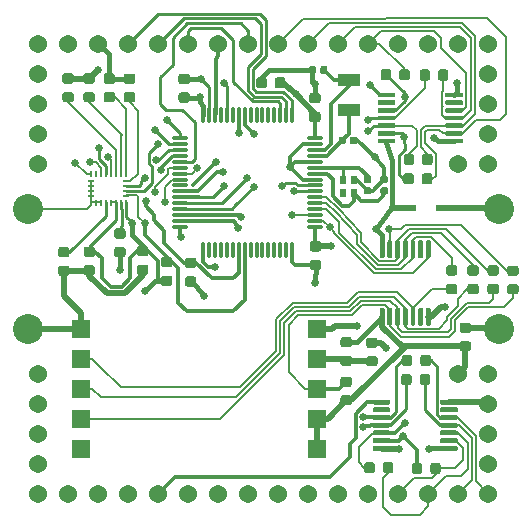
<source format=gtl>
G04 #@! TF.GenerationSoftware,KiCad,Pcbnew,(5.1.5)-3*
G04 #@! TF.CreationDate,2020-08-24T22:14:14-04:00*
G04 #@! TF.ProjectId,ta-ctrl,74612d63-7472-46c2-9e6b-696361645f70,v0*
G04 #@! TF.SameCoordinates,Original*
G04 #@! TF.FileFunction,Copper,L1,Top*
G04 #@! TF.FilePolarity,Positive*
%FSLAX46Y46*%
G04 Gerber Fmt 4.6, Leading zero omitted, Abs format (unit mm)*
G04 Created by KiCad (PCBNEW (5.1.5)-3) date 2020-08-24 22:14:14*
%MOMM*%
%LPD*%
G04 APERTURE LIST*
%ADD10C,0.100000*%
%ADD11R,0.280800X0.600000*%
%ADD12R,0.600000X0.280800*%
%ADD13R,0.600000X0.750000*%
%ADD14O,1.450000X0.299999*%
%ADD15O,0.299999X1.450000*%
%ADD16R,0.500000X0.500000*%
%ADD17C,1.540000*%
%ADD18C,2.540000*%
%ADD19R,1.580000X1.580000*%
%ADD20R,1.900000X1.100000*%
%ADD21C,0.635000*%
%ADD22C,0.254000*%
%ADD23C,0.508000*%
%ADD24C,0.203200*%
%ADD25C,0.406400*%
%ADD26C,0.304800*%
G04 APERTURE END LIST*
G04 #@! TA.AperFunction,SMDPad,CuDef*
D10*
G36*
X164463291Y-115413053D02*
G01*
X164484526Y-115416203D01*
X164505350Y-115421419D01*
X164525562Y-115428651D01*
X164544968Y-115437830D01*
X164563381Y-115448866D01*
X164580624Y-115461654D01*
X164596530Y-115476070D01*
X164610946Y-115491976D01*
X164623734Y-115509219D01*
X164634770Y-115527632D01*
X164643949Y-115547038D01*
X164651181Y-115567250D01*
X164656397Y-115588074D01*
X164659547Y-115609309D01*
X164660600Y-115630750D01*
X164660600Y-116068250D01*
X164659547Y-116089691D01*
X164656397Y-116110926D01*
X164651181Y-116131750D01*
X164643949Y-116151962D01*
X164634770Y-116171368D01*
X164623734Y-116189781D01*
X164610946Y-116207024D01*
X164596530Y-116222930D01*
X164580624Y-116237346D01*
X164563381Y-116250134D01*
X164544968Y-116261170D01*
X164525562Y-116270349D01*
X164505350Y-116277581D01*
X164484526Y-116282797D01*
X164463291Y-116285947D01*
X164441850Y-116287000D01*
X163929350Y-116287000D01*
X163907909Y-116285947D01*
X163886674Y-116282797D01*
X163865850Y-116277581D01*
X163845638Y-116270349D01*
X163826232Y-116261170D01*
X163807819Y-116250134D01*
X163790576Y-116237346D01*
X163774670Y-116222930D01*
X163760254Y-116207024D01*
X163747466Y-116189781D01*
X163736430Y-116171368D01*
X163727251Y-116151962D01*
X163720019Y-116131750D01*
X163714803Y-116110926D01*
X163711653Y-116089691D01*
X163710600Y-116068250D01*
X163710600Y-115630750D01*
X163711653Y-115609309D01*
X163714803Y-115588074D01*
X163720019Y-115567250D01*
X163727251Y-115547038D01*
X163736430Y-115527632D01*
X163747466Y-115509219D01*
X163760254Y-115491976D01*
X163774670Y-115476070D01*
X163790576Y-115461654D01*
X163807819Y-115448866D01*
X163826232Y-115437830D01*
X163845638Y-115428651D01*
X163865850Y-115421419D01*
X163886674Y-115416203D01*
X163907909Y-115413053D01*
X163929350Y-115412000D01*
X164441850Y-115412000D01*
X164463291Y-115413053D01*
G37*
G04 #@! TD.AperFunction*
G04 #@! TA.AperFunction,SMDPad,CuDef*
G36*
X164463291Y-113838053D02*
G01*
X164484526Y-113841203D01*
X164505350Y-113846419D01*
X164525562Y-113853651D01*
X164544968Y-113862830D01*
X164563381Y-113873866D01*
X164580624Y-113886654D01*
X164596530Y-113901070D01*
X164610946Y-113916976D01*
X164623734Y-113934219D01*
X164634770Y-113952632D01*
X164643949Y-113972038D01*
X164651181Y-113992250D01*
X164656397Y-114013074D01*
X164659547Y-114034309D01*
X164660600Y-114055750D01*
X164660600Y-114493250D01*
X164659547Y-114514691D01*
X164656397Y-114535926D01*
X164651181Y-114556750D01*
X164643949Y-114576962D01*
X164634770Y-114596368D01*
X164623734Y-114614781D01*
X164610946Y-114632024D01*
X164596530Y-114647930D01*
X164580624Y-114662346D01*
X164563381Y-114675134D01*
X164544968Y-114686170D01*
X164525562Y-114695349D01*
X164505350Y-114702581D01*
X164484526Y-114707797D01*
X164463291Y-114710947D01*
X164441850Y-114712000D01*
X163929350Y-114712000D01*
X163907909Y-114710947D01*
X163886674Y-114707797D01*
X163865850Y-114702581D01*
X163845638Y-114695349D01*
X163826232Y-114686170D01*
X163807819Y-114675134D01*
X163790576Y-114662346D01*
X163774670Y-114647930D01*
X163760254Y-114632024D01*
X163747466Y-114614781D01*
X163736430Y-114596368D01*
X163727251Y-114576962D01*
X163720019Y-114556750D01*
X163714803Y-114535926D01*
X163711653Y-114514691D01*
X163710600Y-114493250D01*
X163710600Y-114055750D01*
X163711653Y-114034309D01*
X163714803Y-114013074D01*
X163720019Y-113992250D01*
X163727251Y-113972038D01*
X163736430Y-113952632D01*
X163747466Y-113934219D01*
X163760254Y-113916976D01*
X163774670Y-113901070D01*
X163790576Y-113886654D01*
X163807819Y-113873866D01*
X163826232Y-113862830D01*
X163845638Y-113853651D01*
X163865850Y-113846419D01*
X163886674Y-113841203D01*
X163907909Y-113838053D01*
X163929350Y-113837000D01*
X164441850Y-113837000D01*
X164463291Y-113838053D01*
G37*
G04 #@! TD.AperFunction*
G04 #@! TA.AperFunction,SMDPad,CuDef*
G36*
X162278891Y-115362253D02*
G01*
X162300126Y-115365403D01*
X162320950Y-115370619D01*
X162341162Y-115377851D01*
X162360568Y-115387030D01*
X162378981Y-115398066D01*
X162396224Y-115410854D01*
X162412130Y-115425270D01*
X162426546Y-115441176D01*
X162439334Y-115458419D01*
X162450370Y-115476832D01*
X162459549Y-115496238D01*
X162466781Y-115516450D01*
X162471997Y-115537274D01*
X162475147Y-115558509D01*
X162476200Y-115579950D01*
X162476200Y-116017450D01*
X162475147Y-116038891D01*
X162471997Y-116060126D01*
X162466781Y-116080950D01*
X162459549Y-116101162D01*
X162450370Y-116120568D01*
X162439334Y-116138981D01*
X162426546Y-116156224D01*
X162412130Y-116172130D01*
X162396224Y-116186546D01*
X162378981Y-116199334D01*
X162360568Y-116210370D01*
X162341162Y-116219549D01*
X162320950Y-116226781D01*
X162300126Y-116231997D01*
X162278891Y-116235147D01*
X162257450Y-116236200D01*
X161744950Y-116236200D01*
X161723509Y-116235147D01*
X161702274Y-116231997D01*
X161681450Y-116226781D01*
X161661238Y-116219549D01*
X161641832Y-116210370D01*
X161623419Y-116199334D01*
X161606176Y-116186546D01*
X161590270Y-116172130D01*
X161575854Y-116156224D01*
X161563066Y-116138981D01*
X161552030Y-116120568D01*
X161542851Y-116101162D01*
X161535619Y-116080950D01*
X161530403Y-116060126D01*
X161527253Y-116038891D01*
X161526200Y-116017450D01*
X161526200Y-115579950D01*
X161527253Y-115558509D01*
X161530403Y-115537274D01*
X161535619Y-115516450D01*
X161542851Y-115496238D01*
X161552030Y-115476832D01*
X161563066Y-115458419D01*
X161575854Y-115441176D01*
X161590270Y-115425270D01*
X161606176Y-115410854D01*
X161623419Y-115398066D01*
X161641832Y-115387030D01*
X161661238Y-115377851D01*
X161681450Y-115370619D01*
X161702274Y-115365403D01*
X161723509Y-115362253D01*
X161744950Y-115361200D01*
X162257450Y-115361200D01*
X162278891Y-115362253D01*
G37*
G04 #@! TD.AperFunction*
G04 #@! TA.AperFunction,SMDPad,CuDef*
G36*
X162278891Y-113787253D02*
G01*
X162300126Y-113790403D01*
X162320950Y-113795619D01*
X162341162Y-113802851D01*
X162360568Y-113812030D01*
X162378981Y-113823066D01*
X162396224Y-113835854D01*
X162412130Y-113850270D01*
X162426546Y-113866176D01*
X162439334Y-113883419D01*
X162450370Y-113901832D01*
X162459549Y-113921238D01*
X162466781Y-113941450D01*
X162471997Y-113962274D01*
X162475147Y-113983509D01*
X162476200Y-114004950D01*
X162476200Y-114442450D01*
X162475147Y-114463891D01*
X162471997Y-114485126D01*
X162466781Y-114505950D01*
X162459549Y-114526162D01*
X162450370Y-114545568D01*
X162439334Y-114563981D01*
X162426546Y-114581224D01*
X162412130Y-114597130D01*
X162396224Y-114611546D01*
X162378981Y-114624334D01*
X162360568Y-114635370D01*
X162341162Y-114644549D01*
X162320950Y-114651781D01*
X162300126Y-114656997D01*
X162278891Y-114660147D01*
X162257450Y-114661200D01*
X161744950Y-114661200D01*
X161723509Y-114660147D01*
X161702274Y-114656997D01*
X161681450Y-114651781D01*
X161661238Y-114644549D01*
X161641832Y-114635370D01*
X161623419Y-114624334D01*
X161606176Y-114611546D01*
X161590270Y-114597130D01*
X161575854Y-114581224D01*
X161563066Y-114563981D01*
X161552030Y-114545568D01*
X161542851Y-114526162D01*
X161535619Y-114505950D01*
X161530403Y-114485126D01*
X161527253Y-114463891D01*
X161526200Y-114442450D01*
X161526200Y-114004950D01*
X161527253Y-113983509D01*
X161530403Y-113962274D01*
X161535619Y-113941450D01*
X161542851Y-113921238D01*
X161552030Y-113901832D01*
X161563066Y-113883419D01*
X161575854Y-113866176D01*
X161590270Y-113850270D01*
X161606176Y-113835854D01*
X161623419Y-113823066D01*
X161641832Y-113812030D01*
X161661238Y-113802851D01*
X161681450Y-113795619D01*
X161702274Y-113790403D01*
X161723509Y-113787253D01*
X161744950Y-113786200D01*
X162257450Y-113786200D01*
X162278891Y-113787253D01*
G37*
G04 #@! TD.AperFunction*
D11*
X143389401Y-102420600D03*
X142959399Y-102420600D03*
X142529400Y-102420600D03*
X142099401Y-102420600D03*
X141669399Y-102420600D03*
X141239400Y-102420600D03*
X140809401Y-102420600D03*
X140379399Y-102420600D03*
D12*
X140407400Y-101838600D03*
X140407400Y-101408601D03*
X140407400Y-100978599D03*
X140407400Y-100548600D03*
D11*
X140379399Y-99966600D03*
X140809401Y-99966600D03*
X141239400Y-99966600D03*
X141669399Y-99966600D03*
X142099401Y-99966600D03*
X142529400Y-99966600D03*
X142959399Y-99966600D03*
X143389401Y-99966600D03*
D12*
X143361400Y-100548600D03*
X143361400Y-100978599D03*
X143361400Y-101408601D03*
X143361400Y-101838600D03*
D13*
X161779400Y-101566200D03*
X161779400Y-100516200D03*
X162629400Y-100516200D03*
X162629400Y-101566200D03*
D14*
X159395000Y-96961000D03*
X159395000Y-97460999D03*
X159395000Y-97961000D03*
X159395000Y-98460999D03*
X159395000Y-98961001D03*
X159395000Y-99461000D03*
X159395000Y-99960999D03*
X159395000Y-100461000D03*
X159395000Y-100961000D03*
X159395000Y-101461001D03*
X159395000Y-101961000D03*
X159395000Y-102460999D03*
X159395000Y-102961001D03*
X159395000Y-103461000D03*
X159395000Y-103961001D03*
X159395000Y-104461000D03*
D15*
X157420000Y-106436000D03*
X156920001Y-106436000D03*
X156420000Y-106436000D03*
X155920001Y-106436000D03*
X155419999Y-106436000D03*
X154920000Y-106436000D03*
X154420001Y-106436000D03*
X153920000Y-106436000D03*
X153420000Y-106436000D03*
X152919999Y-106436000D03*
X152420000Y-106436000D03*
X151920001Y-106436000D03*
X151419999Y-106436000D03*
X150920000Y-106436000D03*
X150419999Y-106436000D03*
X149920000Y-106436000D03*
D14*
X147945000Y-104461000D03*
X147945000Y-103961001D03*
X147945000Y-103461000D03*
X147945000Y-102961001D03*
X147945000Y-102460999D03*
X147945000Y-101961000D03*
X147945000Y-101461001D03*
X147945000Y-100961000D03*
X147945000Y-100461000D03*
X147945000Y-99960999D03*
X147945000Y-99461000D03*
X147945000Y-98961001D03*
X147945000Y-98460999D03*
X147945000Y-97961000D03*
X147945000Y-97460999D03*
X147945000Y-96961000D03*
D15*
X149920000Y-94986000D03*
X150419999Y-94986000D03*
X150920000Y-94986000D03*
X151419999Y-94986000D03*
X151920001Y-94986000D03*
X152420000Y-94986000D03*
X152919999Y-94986000D03*
X153420000Y-94986000D03*
X153920000Y-94986000D03*
X154420001Y-94986000D03*
X154920000Y-94986000D03*
X155419999Y-94986000D03*
X155920001Y-94986000D03*
X156420000Y-94986000D03*
X156920001Y-94986000D03*
X157420000Y-94986000D03*
G04 #@! TA.AperFunction,SMDPad,CuDef*
D10*
G36*
X171784802Y-97000482D02*
G01*
X171794509Y-97001921D01*
X171804028Y-97004306D01*
X171813268Y-97007612D01*
X171822140Y-97011808D01*
X171830557Y-97016853D01*
X171838439Y-97022699D01*
X171845711Y-97029289D01*
X171852301Y-97036561D01*
X171858147Y-97044443D01*
X171863192Y-97052860D01*
X171867388Y-97061732D01*
X171870694Y-97070972D01*
X171873079Y-97080491D01*
X171874518Y-97090198D01*
X171875000Y-97100000D01*
X171875000Y-97300000D01*
X171874518Y-97309802D01*
X171873079Y-97319509D01*
X171870694Y-97329028D01*
X171867388Y-97338268D01*
X171863192Y-97347140D01*
X171858147Y-97355557D01*
X171852301Y-97363439D01*
X171845711Y-97370711D01*
X171838439Y-97377301D01*
X171830557Y-97383147D01*
X171822140Y-97388192D01*
X171813268Y-97392388D01*
X171804028Y-97395694D01*
X171794509Y-97398079D01*
X171784802Y-97399518D01*
X171775000Y-97400000D01*
X170500000Y-97400000D01*
X170490198Y-97399518D01*
X170480491Y-97398079D01*
X170470972Y-97395694D01*
X170461732Y-97392388D01*
X170452860Y-97388192D01*
X170444443Y-97383147D01*
X170436561Y-97377301D01*
X170429289Y-97370711D01*
X170422699Y-97363439D01*
X170416853Y-97355557D01*
X170411808Y-97347140D01*
X170407612Y-97338268D01*
X170404306Y-97329028D01*
X170401921Y-97319509D01*
X170400482Y-97309802D01*
X170400000Y-97300000D01*
X170400000Y-97100000D01*
X170400482Y-97090198D01*
X170401921Y-97080491D01*
X170404306Y-97070972D01*
X170407612Y-97061732D01*
X170411808Y-97052860D01*
X170416853Y-97044443D01*
X170422699Y-97036561D01*
X170429289Y-97029289D01*
X170436561Y-97022699D01*
X170444443Y-97016853D01*
X170452860Y-97011808D01*
X170461732Y-97007612D01*
X170470972Y-97004306D01*
X170480491Y-97001921D01*
X170490198Y-97000482D01*
X170500000Y-97000000D01*
X171775000Y-97000000D01*
X171784802Y-97000482D01*
G37*
G04 #@! TD.AperFunction*
G04 #@! TA.AperFunction,SMDPad,CuDef*
G36*
X171784802Y-96350482D02*
G01*
X171794509Y-96351921D01*
X171804028Y-96354306D01*
X171813268Y-96357612D01*
X171822140Y-96361808D01*
X171830557Y-96366853D01*
X171838439Y-96372699D01*
X171845711Y-96379289D01*
X171852301Y-96386561D01*
X171858147Y-96394443D01*
X171863192Y-96402860D01*
X171867388Y-96411732D01*
X171870694Y-96420972D01*
X171873079Y-96430491D01*
X171874518Y-96440198D01*
X171875000Y-96450000D01*
X171875000Y-96650000D01*
X171874518Y-96659802D01*
X171873079Y-96669509D01*
X171870694Y-96679028D01*
X171867388Y-96688268D01*
X171863192Y-96697140D01*
X171858147Y-96705557D01*
X171852301Y-96713439D01*
X171845711Y-96720711D01*
X171838439Y-96727301D01*
X171830557Y-96733147D01*
X171822140Y-96738192D01*
X171813268Y-96742388D01*
X171804028Y-96745694D01*
X171794509Y-96748079D01*
X171784802Y-96749518D01*
X171775000Y-96750000D01*
X170500000Y-96750000D01*
X170490198Y-96749518D01*
X170480491Y-96748079D01*
X170470972Y-96745694D01*
X170461732Y-96742388D01*
X170452860Y-96738192D01*
X170444443Y-96733147D01*
X170436561Y-96727301D01*
X170429289Y-96720711D01*
X170422699Y-96713439D01*
X170416853Y-96705557D01*
X170411808Y-96697140D01*
X170407612Y-96688268D01*
X170404306Y-96679028D01*
X170401921Y-96669509D01*
X170400482Y-96659802D01*
X170400000Y-96650000D01*
X170400000Y-96450000D01*
X170400482Y-96440198D01*
X170401921Y-96430491D01*
X170404306Y-96420972D01*
X170407612Y-96411732D01*
X170411808Y-96402860D01*
X170416853Y-96394443D01*
X170422699Y-96386561D01*
X170429289Y-96379289D01*
X170436561Y-96372699D01*
X170444443Y-96366853D01*
X170452860Y-96361808D01*
X170461732Y-96357612D01*
X170470972Y-96354306D01*
X170480491Y-96351921D01*
X170490198Y-96350482D01*
X170500000Y-96350000D01*
X171775000Y-96350000D01*
X171784802Y-96350482D01*
G37*
G04 #@! TD.AperFunction*
G04 #@! TA.AperFunction,SMDPad,CuDef*
G36*
X171784802Y-95700482D02*
G01*
X171794509Y-95701921D01*
X171804028Y-95704306D01*
X171813268Y-95707612D01*
X171822140Y-95711808D01*
X171830557Y-95716853D01*
X171838439Y-95722699D01*
X171845711Y-95729289D01*
X171852301Y-95736561D01*
X171858147Y-95744443D01*
X171863192Y-95752860D01*
X171867388Y-95761732D01*
X171870694Y-95770972D01*
X171873079Y-95780491D01*
X171874518Y-95790198D01*
X171875000Y-95800000D01*
X171875000Y-96000000D01*
X171874518Y-96009802D01*
X171873079Y-96019509D01*
X171870694Y-96029028D01*
X171867388Y-96038268D01*
X171863192Y-96047140D01*
X171858147Y-96055557D01*
X171852301Y-96063439D01*
X171845711Y-96070711D01*
X171838439Y-96077301D01*
X171830557Y-96083147D01*
X171822140Y-96088192D01*
X171813268Y-96092388D01*
X171804028Y-96095694D01*
X171794509Y-96098079D01*
X171784802Y-96099518D01*
X171775000Y-96100000D01*
X170500000Y-96100000D01*
X170490198Y-96099518D01*
X170480491Y-96098079D01*
X170470972Y-96095694D01*
X170461732Y-96092388D01*
X170452860Y-96088192D01*
X170444443Y-96083147D01*
X170436561Y-96077301D01*
X170429289Y-96070711D01*
X170422699Y-96063439D01*
X170416853Y-96055557D01*
X170411808Y-96047140D01*
X170407612Y-96038268D01*
X170404306Y-96029028D01*
X170401921Y-96019509D01*
X170400482Y-96009802D01*
X170400000Y-96000000D01*
X170400000Y-95800000D01*
X170400482Y-95790198D01*
X170401921Y-95780491D01*
X170404306Y-95770972D01*
X170407612Y-95761732D01*
X170411808Y-95752860D01*
X170416853Y-95744443D01*
X170422699Y-95736561D01*
X170429289Y-95729289D01*
X170436561Y-95722699D01*
X170444443Y-95716853D01*
X170452860Y-95711808D01*
X170461732Y-95707612D01*
X170470972Y-95704306D01*
X170480491Y-95701921D01*
X170490198Y-95700482D01*
X170500000Y-95700000D01*
X171775000Y-95700000D01*
X171784802Y-95700482D01*
G37*
G04 #@! TD.AperFunction*
G04 #@! TA.AperFunction,SMDPad,CuDef*
G36*
X171784802Y-95050482D02*
G01*
X171794509Y-95051921D01*
X171804028Y-95054306D01*
X171813268Y-95057612D01*
X171822140Y-95061808D01*
X171830557Y-95066853D01*
X171838439Y-95072699D01*
X171845711Y-95079289D01*
X171852301Y-95086561D01*
X171858147Y-95094443D01*
X171863192Y-95102860D01*
X171867388Y-95111732D01*
X171870694Y-95120972D01*
X171873079Y-95130491D01*
X171874518Y-95140198D01*
X171875000Y-95150000D01*
X171875000Y-95350000D01*
X171874518Y-95359802D01*
X171873079Y-95369509D01*
X171870694Y-95379028D01*
X171867388Y-95388268D01*
X171863192Y-95397140D01*
X171858147Y-95405557D01*
X171852301Y-95413439D01*
X171845711Y-95420711D01*
X171838439Y-95427301D01*
X171830557Y-95433147D01*
X171822140Y-95438192D01*
X171813268Y-95442388D01*
X171804028Y-95445694D01*
X171794509Y-95448079D01*
X171784802Y-95449518D01*
X171775000Y-95450000D01*
X170500000Y-95450000D01*
X170490198Y-95449518D01*
X170480491Y-95448079D01*
X170470972Y-95445694D01*
X170461732Y-95442388D01*
X170452860Y-95438192D01*
X170444443Y-95433147D01*
X170436561Y-95427301D01*
X170429289Y-95420711D01*
X170422699Y-95413439D01*
X170416853Y-95405557D01*
X170411808Y-95397140D01*
X170407612Y-95388268D01*
X170404306Y-95379028D01*
X170401921Y-95369509D01*
X170400482Y-95359802D01*
X170400000Y-95350000D01*
X170400000Y-95150000D01*
X170400482Y-95140198D01*
X170401921Y-95130491D01*
X170404306Y-95120972D01*
X170407612Y-95111732D01*
X170411808Y-95102860D01*
X170416853Y-95094443D01*
X170422699Y-95086561D01*
X170429289Y-95079289D01*
X170436561Y-95072699D01*
X170444443Y-95066853D01*
X170452860Y-95061808D01*
X170461732Y-95057612D01*
X170470972Y-95054306D01*
X170480491Y-95051921D01*
X170490198Y-95050482D01*
X170500000Y-95050000D01*
X171775000Y-95050000D01*
X171784802Y-95050482D01*
G37*
G04 #@! TD.AperFunction*
G04 #@! TA.AperFunction,SMDPad,CuDef*
G36*
X171784802Y-94400482D02*
G01*
X171794509Y-94401921D01*
X171804028Y-94404306D01*
X171813268Y-94407612D01*
X171822140Y-94411808D01*
X171830557Y-94416853D01*
X171838439Y-94422699D01*
X171845711Y-94429289D01*
X171852301Y-94436561D01*
X171858147Y-94444443D01*
X171863192Y-94452860D01*
X171867388Y-94461732D01*
X171870694Y-94470972D01*
X171873079Y-94480491D01*
X171874518Y-94490198D01*
X171875000Y-94500000D01*
X171875000Y-94700000D01*
X171874518Y-94709802D01*
X171873079Y-94719509D01*
X171870694Y-94729028D01*
X171867388Y-94738268D01*
X171863192Y-94747140D01*
X171858147Y-94755557D01*
X171852301Y-94763439D01*
X171845711Y-94770711D01*
X171838439Y-94777301D01*
X171830557Y-94783147D01*
X171822140Y-94788192D01*
X171813268Y-94792388D01*
X171804028Y-94795694D01*
X171794509Y-94798079D01*
X171784802Y-94799518D01*
X171775000Y-94800000D01*
X170500000Y-94800000D01*
X170490198Y-94799518D01*
X170480491Y-94798079D01*
X170470972Y-94795694D01*
X170461732Y-94792388D01*
X170452860Y-94788192D01*
X170444443Y-94783147D01*
X170436561Y-94777301D01*
X170429289Y-94770711D01*
X170422699Y-94763439D01*
X170416853Y-94755557D01*
X170411808Y-94747140D01*
X170407612Y-94738268D01*
X170404306Y-94729028D01*
X170401921Y-94719509D01*
X170400482Y-94709802D01*
X170400000Y-94700000D01*
X170400000Y-94500000D01*
X170400482Y-94490198D01*
X170401921Y-94480491D01*
X170404306Y-94470972D01*
X170407612Y-94461732D01*
X170411808Y-94452860D01*
X170416853Y-94444443D01*
X170422699Y-94436561D01*
X170429289Y-94429289D01*
X170436561Y-94422699D01*
X170444443Y-94416853D01*
X170452860Y-94411808D01*
X170461732Y-94407612D01*
X170470972Y-94404306D01*
X170480491Y-94401921D01*
X170490198Y-94400482D01*
X170500000Y-94400000D01*
X171775000Y-94400000D01*
X171784802Y-94400482D01*
G37*
G04 #@! TD.AperFunction*
G04 #@! TA.AperFunction,SMDPad,CuDef*
G36*
X171784802Y-93750482D02*
G01*
X171794509Y-93751921D01*
X171804028Y-93754306D01*
X171813268Y-93757612D01*
X171822140Y-93761808D01*
X171830557Y-93766853D01*
X171838439Y-93772699D01*
X171845711Y-93779289D01*
X171852301Y-93786561D01*
X171858147Y-93794443D01*
X171863192Y-93802860D01*
X171867388Y-93811732D01*
X171870694Y-93820972D01*
X171873079Y-93830491D01*
X171874518Y-93840198D01*
X171875000Y-93850000D01*
X171875000Y-94050000D01*
X171874518Y-94059802D01*
X171873079Y-94069509D01*
X171870694Y-94079028D01*
X171867388Y-94088268D01*
X171863192Y-94097140D01*
X171858147Y-94105557D01*
X171852301Y-94113439D01*
X171845711Y-94120711D01*
X171838439Y-94127301D01*
X171830557Y-94133147D01*
X171822140Y-94138192D01*
X171813268Y-94142388D01*
X171804028Y-94145694D01*
X171794509Y-94148079D01*
X171784802Y-94149518D01*
X171775000Y-94150000D01*
X170500000Y-94150000D01*
X170490198Y-94149518D01*
X170480491Y-94148079D01*
X170470972Y-94145694D01*
X170461732Y-94142388D01*
X170452860Y-94138192D01*
X170444443Y-94133147D01*
X170436561Y-94127301D01*
X170429289Y-94120711D01*
X170422699Y-94113439D01*
X170416853Y-94105557D01*
X170411808Y-94097140D01*
X170407612Y-94088268D01*
X170404306Y-94079028D01*
X170401921Y-94069509D01*
X170400482Y-94059802D01*
X170400000Y-94050000D01*
X170400000Y-93850000D01*
X170400482Y-93840198D01*
X170401921Y-93830491D01*
X170404306Y-93820972D01*
X170407612Y-93811732D01*
X170411808Y-93802860D01*
X170416853Y-93794443D01*
X170422699Y-93786561D01*
X170429289Y-93779289D01*
X170436561Y-93772699D01*
X170444443Y-93766853D01*
X170452860Y-93761808D01*
X170461732Y-93757612D01*
X170470972Y-93754306D01*
X170480491Y-93751921D01*
X170490198Y-93750482D01*
X170500000Y-93750000D01*
X171775000Y-93750000D01*
X171784802Y-93750482D01*
G37*
G04 #@! TD.AperFunction*
G04 #@! TA.AperFunction,SMDPad,CuDef*
G36*
X171784802Y-93100482D02*
G01*
X171794509Y-93101921D01*
X171804028Y-93104306D01*
X171813268Y-93107612D01*
X171822140Y-93111808D01*
X171830557Y-93116853D01*
X171838439Y-93122699D01*
X171845711Y-93129289D01*
X171852301Y-93136561D01*
X171858147Y-93144443D01*
X171863192Y-93152860D01*
X171867388Y-93161732D01*
X171870694Y-93170972D01*
X171873079Y-93180491D01*
X171874518Y-93190198D01*
X171875000Y-93200000D01*
X171875000Y-93400000D01*
X171874518Y-93409802D01*
X171873079Y-93419509D01*
X171870694Y-93429028D01*
X171867388Y-93438268D01*
X171863192Y-93447140D01*
X171858147Y-93455557D01*
X171852301Y-93463439D01*
X171845711Y-93470711D01*
X171838439Y-93477301D01*
X171830557Y-93483147D01*
X171822140Y-93488192D01*
X171813268Y-93492388D01*
X171804028Y-93495694D01*
X171794509Y-93498079D01*
X171784802Y-93499518D01*
X171775000Y-93500000D01*
X170500000Y-93500000D01*
X170490198Y-93499518D01*
X170480491Y-93498079D01*
X170470972Y-93495694D01*
X170461732Y-93492388D01*
X170452860Y-93488192D01*
X170444443Y-93483147D01*
X170436561Y-93477301D01*
X170429289Y-93470711D01*
X170422699Y-93463439D01*
X170416853Y-93455557D01*
X170411808Y-93447140D01*
X170407612Y-93438268D01*
X170404306Y-93429028D01*
X170401921Y-93419509D01*
X170400482Y-93409802D01*
X170400000Y-93400000D01*
X170400000Y-93200000D01*
X170400482Y-93190198D01*
X170401921Y-93180491D01*
X170404306Y-93170972D01*
X170407612Y-93161732D01*
X170411808Y-93152860D01*
X170416853Y-93144443D01*
X170422699Y-93136561D01*
X170429289Y-93129289D01*
X170436561Y-93122699D01*
X170444443Y-93116853D01*
X170452860Y-93111808D01*
X170461732Y-93107612D01*
X170470972Y-93104306D01*
X170480491Y-93101921D01*
X170490198Y-93100482D01*
X170500000Y-93100000D01*
X171775000Y-93100000D01*
X171784802Y-93100482D01*
G37*
G04 #@! TD.AperFunction*
G04 #@! TA.AperFunction,SMDPad,CuDef*
G36*
X166059802Y-93100482D02*
G01*
X166069509Y-93101921D01*
X166079028Y-93104306D01*
X166088268Y-93107612D01*
X166097140Y-93111808D01*
X166105557Y-93116853D01*
X166113439Y-93122699D01*
X166120711Y-93129289D01*
X166127301Y-93136561D01*
X166133147Y-93144443D01*
X166138192Y-93152860D01*
X166142388Y-93161732D01*
X166145694Y-93170972D01*
X166148079Y-93180491D01*
X166149518Y-93190198D01*
X166150000Y-93200000D01*
X166150000Y-93400000D01*
X166149518Y-93409802D01*
X166148079Y-93419509D01*
X166145694Y-93429028D01*
X166142388Y-93438268D01*
X166138192Y-93447140D01*
X166133147Y-93455557D01*
X166127301Y-93463439D01*
X166120711Y-93470711D01*
X166113439Y-93477301D01*
X166105557Y-93483147D01*
X166097140Y-93488192D01*
X166088268Y-93492388D01*
X166079028Y-93495694D01*
X166069509Y-93498079D01*
X166059802Y-93499518D01*
X166050000Y-93500000D01*
X164775000Y-93500000D01*
X164765198Y-93499518D01*
X164755491Y-93498079D01*
X164745972Y-93495694D01*
X164736732Y-93492388D01*
X164727860Y-93488192D01*
X164719443Y-93483147D01*
X164711561Y-93477301D01*
X164704289Y-93470711D01*
X164697699Y-93463439D01*
X164691853Y-93455557D01*
X164686808Y-93447140D01*
X164682612Y-93438268D01*
X164679306Y-93429028D01*
X164676921Y-93419509D01*
X164675482Y-93409802D01*
X164675000Y-93400000D01*
X164675000Y-93200000D01*
X164675482Y-93190198D01*
X164676921Y-93180491D01*
X164679306Y-93170972D01*
X164682612Y-93161732D01*
X164686808Y-93152860D01*
X164691853Y-93144443D01*
X164697699Y-93136561D01*
X164704289Y-93129289D01*
X164711561Y-93122699D01*
X164719443Y-93116853D01*
X164727860Y-93111808D01*
X164736732Y-93107612D01*
X164745972Y-93104306D01*
X164755491Y-93101921D01*
X164765198Y-93100482D01*
X164775000Y-93100000D01*
X166050000Y-93100000D01*
X166059802Y-93100482D01*
G37*
G04 #@! TD.AperFunction*
G04 #@! TA.AperFunction,SMDPad,CuDef*
G36*
X166059802Y-93750482D02*
G01*
X166069509Y-93751921D01*
X166079028Y-93754306D01*
X166088268Y-93757612D01*
X166097140Y-93761808D01*
X166105557Y-93766853D01*
X166113439Y-93772699D01*
X166120711Y-93779289D01*
X166127301Y-93786561D01*
X166133147Y-93794443D01*
X166138192Y-93802860D01*
X166142388Y-93811732D01*
X166145694Y-93820972D01*
X166148079Y-93830491D01*
X166149518Y-93840198D01*
X166150000Y-93850000D01*
X166150000Y-94050000D01*
X166149518Y-94059802D01*
X166148079Y-94069509D01*
X166145694Y-94079028D01*
X166142388Y-94088268D01*
X166138192Y-94097140D01*
X166133147Y-94105557D01*
X166127301Y-94113439D01*
X166120711Y-94120711D01*
X166113439Y-94127301D01*
X166105557Y-94133147D01*
X166097140Y-94138192D01*
X166088268Y-94142388D01*
X166079028Y-94145694D01*
X166069509Y-94148079D01*
X166059802Y-94149518D01*
X166050000Y-94150000D01*
X164775000Y-94150000D01*
X164765198Y-94149518D01*
X164755491Y-94148079D01*
X164745972Y-94145694D01*
X164736732Y-94142388D01*
X164727860Y-94138192D01*
X164719443Y-94133147D01*
X164711561Y-94127301D01*
X164704289Y-94120711D01*
X164697699Y-94113439D01*
X164691853Y-94105557D01*
X164686808Y-94097140D01*
X164682612Y-94088268D01*
X164679306Y-94079028D01*
X164676921Y-94069509D01*
X164675482Y-94059802D01*
X164675000Y-94050000D01*
X164675000Y-93850000D01*
X164675482Y-93840198D01*
X164676921Y-93830491D01*
X164679306Y-93820972D01*
X164682612Y-93811732D01*
X164686808Y-93802860D01*
X164691853Y-93794443D01*
X164697699Y-93786561D01*
X164704289Y-93779289D01*
X164711561Y-93772699D01*
X164719443Y-93766853D01*
X164727860Y-93761808D01*
X164736732Y-93757612D01*
X164745972Y-93754306D01*
X164755491Y-93751921D01*
X164765198Y-93750482D01*
X164775000Y-93750000D01*
X166050000Y-93750000D01*
X166059802Y-93750482D01*
G37*
G04 #@! TD.AperFunction*
G04 #@! TA.AperFunction,SMDPad,CuDef*
G36*
X166059802Y-94400482D02*
G01*
X166069509Y-94401921D01*
X166079028Y-94404306D01*
X166088268Y-94407612D01*
X166097140Y-94411808D01*
X166105557Y-94416853D01*
X166113439Y-94422699D01*
X166120711Y-94429289D01*
X166127301Y-94436561D01*
X166133147Y-94444443D01*
X166138192Y-94452860D01*
X166142388Y-94461732D01*
X166145694Y-94470972D01*
X166148079Y-94480491D01*
X166149518Y-94490198D01*
X166150000Y-94500000D01*
X166150000Y-94700000D01*
X166149518Y-94709802D01*
X166148079Y-94719509D01*
X166145694Y-94729028D01*
X166142388Y-94738268D01*
X166138192Y-94747140D01*
X166133147Y-94755557D01*
X166127301Y-94763439D01*
X166120711Y-94770711D01*
X166113439Y-94777301D01*
X166105557Y-94783147D01*
X166097140Y-94788192D01*
X166088268Y-94792388D01*
X166079028Y-94795694D01*
X166069509Y-94798079D01*
X166059802Y-94799518D01*
X166050000Y-94800000D01*
X164775000Y-94800000D01*
X164765198Y-94799518D01*
X164755491Y-94798079D01*
X164745972Y-94795694D01*
X164736732Y-94792388D01*
X164727860Y-94788192D01*
X164719443Y-94783147D01*
X164711561Y-94777301D01*
X164704289Y-94770711D01*
X164697699Y-94763439D01*
X164691853Y-94755557D01*
X164686808Y-94747140D01*
X164682612Y-94738268D01*
X164679306Y-94729028D01*
X164676921Y-94719509D01*
X164675482Y-94709802D01*
X164675000Y-94700000D01*
X164675000Y-94500000D01*
X164675482Y-94490198D01*
X164676921Y-94480491D01*
X164679306Y-94470972D01*
X164682612Y-94461732D01*
X164686808Y-94452860D01*
X164691853Y-94444443D01*
X164697699Y-94436561D01*
X164704289Y-94429289D01*
X164711561Y-94422699D01*
X164719443Y-94416853D01*
X164727860Y-94411808D01*
X164736732Y-94407612D01*
X164745972Y-94404306D01*
X164755491Y-94401921D01*
X164765198Y-94400482D01*
X164775000Y-94400000D01*
X166050000Y-94400000D01*
X166059802Y-94400482D01*
G37*
G04 #@! TD.AperFunction*
G04 #@! TA.AperFunction,SMDPad,CuDef*
G36*
X166059802Y-95050482D02*
G01*
X166069509Y-95051921D01*
X166079028Y-95054306D01*
X166088268Y-95057612D01*
X166097140Y-95061808D01*
X166105557Y-95066853D01*
X166113439Y-95072699D01*
X166120711Y-95079289D01*
X166127301Y-95086561D01*
X166133147Y-95094443D01*
X166138192Y-95102860D01*
X166142388Y-95111732D01*
X166145694Y-95120972D01*
X166148079Y-95130491D01*
X166149518Y-95140198D01*
X166150000Y-95150000D01*
X166150000Y-95350000D01*
X166149518Y-95359802D01*
X166148079Y-95369509D01*
X166145694Y-95379028D01*
X166142388Y-95388268D01*
X166138192Y-95397140D01*
X166133147Y-95405557D01*
X166127301Y-95413439D01*
X166120711Y-95420711D01*
X166113439Y-95427301D01*
X166105557Y-95433147D01*
X166097140Y-95438192D01*
X166088268Y-95442388D01*
X166079028Y-95445694D01*
X166069509Y-95448079D01*
X166059802Y-95449518D01*
X166050000Y-95450000D01*
X164775000Y-95450000D01*
X164765198Y-95449518D01*
X164755491Y-95448079D01*
X164745972Y-95445694D01*
X164736732Y-95442388D01*
X164727860Y-95438192D01*
X164719443Y-95433147D01*
X164711561Y-95427301D01*
X164704289Y-95420711D01*
X164697699Y-95413439D01*
X164691853Y-95405557D01*
X164686808Y-95397140D01*
X164682612Y-95388268D01*
X164679306Y-95379028D01*
X164676921Y-95369509D01*
X164675482Y-95359802D01*
X164675000Y-95350000D01*
X164675000Y-95150000D01*
X164675482Y-95140198D01*
X164676921Y-95130491D01*
X164679306Y-95120972D01*
X164682612Y-95111732D01*
X164686808Y-95102860D01*
X164691853Y-95094443D01*
X164697699Y-95086561D01*
X164704289Y-95079289D01*
X164711561Y-95072699D01*
X164719443Y-95066853D01*
X164727860Y-95061808D01*
X164736732Y-95057612D01*
X164745972Y-95054306D01*
X164755491Y-95051921D01*
X164765198Y-95050482D01*
X164775000Y-95050000D01*
X166050000Y-95050000D01*
X166059802Y-95050482D01*
G37*
G04 #@! TD.AperFunction*
G04 #@! TA.AperFunction,SMDPad,CuDef*
G36*
X166059802Y-95700482D02*
G01*
X166069509Y-95701921D01*
X166079028Y-95704306D01*
X166088268Y-95707612D01*
X166097140Y-95711808D01*
X166105557Y-95716853D01*
X166113439Y-95722699D01*
X166120711Y-95729289D01*
X166127301Y-95736561D01*
X166133147Y-95744443D01*
X166138192Y-95752860D01*
X166142388Y-95761732D01*
X166145694Y-95770972D01*
X166148079Y-95780491D01*
X166149518Y-95790198D01*
X166150000Y-95800000D01*
X166150000Y-96000000D01*
X166149518Y-96009802D01*
X166148079Y-96019509D01*
X166145694Y-96029028D01*
X166142388Y-96038268D01*
X166138192Y-96047140D01*
X166133147Y-96055557D01*
X166127301Y-96063439D01*
X166120711Y-96070711D01*
X166113439Y-96077301D01*
X166105557Y-96083147D01*
X166097140Y-96088192D01*
X166088268Y-96092388D01*
X166079028Y-96095694D01*
X166069509Y-96098079D01*
X166059802Y-96099518D01*
X166050000Y-96100000D01*
X164775000Y-96100000D01*
X164765198Y-96099518D01*
X164755491Y-96098079D01*
X164745972Y-96095694D01*
X164736732Y-96092388D01*
X164727860Y-96088192D01*
X164719443Y-96083147D01*
X164711561Y-96077301D01*
X164704289Y-96070711D01*
X164697699Y-96063439D01*
X164691853Y-96055557D01*
X164686808Y-96047140D01*
X164682612Y-96038268D01*
X164679306Y-96029028D01*
X164676921Y-96019509D01*
X164675482Y-96009802D01*
X164675000Y-96000000D01*
X164675000Y-95800000D01*
X164675482Y-95790198D01*
X164676921Y-95780491D01*
X164679306Y-95770972D01*
X164682612Y-95761732D01*
X164686808Y-95752860D01*
X164691853Y-95744443D01*
X164697699Y-95736561D01*
X164704289Y-95729289D01*
X164711561Y-95722699D01*
X164719443Y-95716853D01*
X164727860Y-95711808D01*
X164736732Y-95707612D01*
X164745972Y-95704306D01*
X164755491Y-95701921D01*
X164765198Y-95700482D01*
X164775000Y-95700000D01*
X166050000Y-95700000D01*
X166059802Y-95700482D01*
G37*
G04 #@! TD.AperFunction*
G04 #@! TA.AperFunction,SMDPad,CuDef*
G36*
X166059802Y-96350482D02*
G01*
X166069509Y-96351921D01*
X166079028Y-96354306D01*
X166088268Y-96357612D01*
X166097140Y-96361808D01*
X166105557Y-96366853D01*
X166113439Y-96372699D01*
X166120711Y-96379289D01*
X166127301Y-96386561D01*
X166133147Y-96394443D01*
X166138192Y-96402860D01*
X166142388Y-96411732D01*
X166145694Y-96420972D01*
X166148079Y-96430491D01*
X166149518Y-96440198D01*
X166150000Y-96450000D01*
X166150000Y-96650000D01*
X166149518Y-96659802D01*
X166148079Y-96669509D01*
X166145694Y-96679028D01*
X166142388Y-96688268D01*
X166138192Y-96697140D01*
X166133147Y-96705557D01*
X166127301Y-96713439D01*
X166120711Y-96720711D01*
X166113439Y-96727301D01*
X166105557Y-96733147D01*
X166097140Y-96738192D01*
X166088268Y-96742388D01*
X166079028Y-96745694D01*
X166069509Y-96748079D01*
X166059802Y-96749518D01*
X166050000Y-96750000D01*
X164775000Y-96750000D01*
X164765198Y-96749518D01*
X164755491Y-96748079D01*
X164745972Y-96745694D01*
X164736732Y-96742388D01*
X164727860Y-96738192D01*
X164719443Y-96733147D01*
X164711561Y-96727301D01*
X164704289Y-96720711D01*
X164697699Y-96713439D01*
X164691853Y-96705557D01*
X164686808Y-96697140D01*
X164682612Y-96688268D01*
X164679306Y-96679028D01*
X164676921Y-96669509D01*
X164675482Y-96659802D01*
X164675000Y-96650000D01*
X164675000Y-96450000D01*
X164675482Y-96440198D01*
X164676921Y-96430491D01*
X164679306Y-96420972D01*
X164682612Y-96411732D01*
X164686808Y-96402860D01*
X164691853Y-96394443D01*
X164697699Y-96386561D01*
X164704289Y-96379289D01*
X164711561Y-96372699D01*
X164719443Y-96366853D01*
X164727860Y-96361808D01*
X164736732Y-96357612D01*
X164745972Y-96354306D01*
X164755491Y-96351921D01*
X164765198Y-96350482D01*
X164775000Y-96350000D01*
X166050000Y-96350000D01*
X166059802Y-96350482D01*
G37*
G04 #@! TD.AperFunction*
G04 #@! TA.AperFunction,SMDPad,CuDef*
G36*
X166059802Y-97000482D02*
G01*
X166069509Y-97001921D01*
X166079028Y-97004306D01*
X166088268Y-97007612D01*
X166097140Y-97011808D01*
X166105557Y-97016853D01*
X166113439Y-97022699D01*
X166120711Y-97029289D01*
X166127301Y-97036561D01*
X166133147Y-97044443D01*
X166138192Y-97052860D01*
X166142388Y-97061732D01*
X166145694Y-97070972D01*
X166148079Y-97080491D01*
X166149518Y-97090198D01*
X166150000Y-97100000D01*
X166150000Y-97300000D01*
X166149518Y-97309802D01*
X166148079Y-97319509D01*
X166145694Y-97329028D01*
X166142388Y-97338268D01*
X166138192Y-97347140D01*
X166133147Y-97355557D01*
X166127301Y-97363439D01*
X166120711Y-97370711D01*
X166113439Y-97377301D01*
X166105557Y-97383147D01*
X166097140Y-97388192D01*
X166088268Y-97392388D01*
X166079028Y-97395694D01*
X166069509Y-97398079D01*
X166059802Y-97399518D01*
X166050000Y-97400000D01*
X164775000Y-97400000D01*
X164765198Y-97399518D01*
X164755491Y-97398079D01*
X164745972Y-97395694D01*
X164736732Y-97392388D01*
X164727860Y-97388192D01*
X164719443Y-97383147D01*
X164711561Y-97377301D01*
X164704289Y-97370711D01*
X164697699Y-97363439D01*
X164691853Y-97355557D01*
X164686808Y-97347140D01*
X164682612Y-97338268D01*
X164679306Y-97329028D01*
X164676921Y-97319509D01*
X164675482Y-97309802D01*
X164675000Y-97300000D01*
X164675000Y-97100000D01*
X164675482Y-97090198D01*
X164676921Y-97080491D01*
X164679306Y-97070972D01*
X164682612Y-97061732D01*
X164686808Y-97052860D01*
X164691853Y-97044443D01*
X164697699Y-97036561D01*
X164704289Y-97029289D01*
X164711561Y-97022699D01*
X164719443Y-97016853D01*
X164727860Y-97011808D01*
X164736732Y-97007612D01*
X164745972Y-97004306D01*
X164755491Y-97001921D01*
X164765198Y-97000482D01*
X164775000Y-97000000D01*
X166050000Y-97000000D01*
X166059802Y-97000482D01*
G37*
G04 #@! TD.AperFunction*
G04 #@! TA.AperFunction,SMDPad,CuDef*
G36*
X168972491Y-115299253D02*
G01*
X168993726Y-115302403D01*
X169014550Y-115307619D01*
X169034762Y-115314851D01*
X169054168Y-115324030D01*
X169072581Y-115335066D01*
X169089824Y-115347854D01*
X169105730Y-115362270D01*
X169120146Y-115378176D01*
X169132934Y-115395419D01*
X169143970Y-115413832D01*
X169153149Y-115433238D01*
X169160381Y-115453450D01*
X169165597Y-115474274D01*
X169168747Y-115495509D01*
X169169800Y-115516950D01*
X169169800Y-116029450D01*
X169168747Y-116050891D01*
X169165597Y-116072126D01*
X169160381Y-116092950D01*
X169153149Y-116113162D01*
X169143970Y-116132568D01*
X169132934Y-116150981D01*
X169120146Y-116168224D01*
X169105730Y-116184130D01*
X169089824Y-116198546D01*
X169072581Y-116211334D01*
X169054168Y-116222370D01*
X169034762Y-116231549D01*
X169014550Y-116238781D01*
X168993726Y-116243997D01*
X168972491Y-116247147D01*
X168951050Y-116248200D01*
X168513550Y-116248200D01*
X168492109Y-116247147D01*
X168470874Y-116243997D01*
X168450050Y-116238781D01*
X168429838Y-116231549D01*
X168410432Y-116222370D01*
X168392019Y-116211334D01*
X168374776Y-116198546D01*
X168358870Y-116184130D01*
X168344454Y-116168224D01*
X168331666Y-116150981D01*
X168320630Y-116132568D01*
X168311451Y-116113162D01*
X168304219Y-116092950D01*
X168299003Y-116072126D01*
X168295853Y-116050891D01*
X168294800Y-116029450D01*
X168294800Y-115516950D01*
X168295853Y-115495509D01*
X168299003Y-115474274D01*
X168304219Y-115453450D01*
X168311451Y-115433238D01*
X168320630Y-115413832D01*
X168331666Y-115395419D01*
X168344454Y-115378176D01*
X168358870Y-115362270D01*
X168374776Y-115347854D01*
X168392019Y-115335066D01*
X168410432Y-115324030D01*
X168429838Y-115314851D01*
X168450050Y-115307619D01*
X168470874Y-115302403D01*
X168492109Y-115299253D01*
X168513550Y-115298200D01*
X168951050Y-115298200D01*
X168972491Y-115299253D01*
G37*
G04 #@! TD.AperFunction*
G04 #@! TA.AperFunction,SMDPad,CuDef*
G36*
X167397491Y-115299253D02*
G01*
X167418726Y-115302403D01*
X167439550Y-115307619D01*
X167459762Y-115314851D01*
X167479168Y-115324030D01*
X167497581Y-115335066D01*
X167514824Y-115347854D01*
X167530730Y-115362270D01*
X167545146Y-115378176D01*
X167557934Y-115395419D01*
X167568970Y-115413832D01*
X167578149Y-115433238D01*
X167585381Y-115453450D01*
X167590597Y-115474274D01*
X167593747Y-115495509D01*
X167594800Y-115516950D01*
X167594800Y-116029450D01*
X167593747Y-116050891D01*
X167590597Y-116072126D01*
X167585381Y-116092950D01*
X167578149Y-116113162D01*
X167568970Y-116132568D01*
X167557934Y-116150981D01*
X167545146Y-116168224D01*
X167530730Y-116184130D01*
X167514824Y-116198546D01*
X167497581Y-116211334D01*
X167479168Y-116222370D01*
X167459762Y-116231549D01*
X167439550Y-116238781D01*
X167418726Y-116243997D01*
X167397491Y-116247147D01*
X167376050Y-116248200D01*
X166938550Y-116248200D01*
X166917109Y-116247147D01*
X166895874Y-116243997D01*
X166875050Y-116238781D01*
X166854838Y-116231549D01*
X166835432Y-116222370D01*
X166817019Y-116211334D01*
X166799776Y-116198546D01*
X166783870Y-116184130D01*
X166769454Y-116168224D01*
X166756666Y-116150981D01*
X166745630Y-116132568D01*
X166736451Y-116113162D01*
X166729219Y-116092950D01*
X166724003Y-116072126D01*
X166720853Y-116050891D01*
X166719800Y-116029450D01*
X166719800Y-115516950D01*
X166720853Y-115495509D01*
X166724003Y-115474274D01*
X166729219Y-115453450D01*
X166736451Y-115433238D01*
X166745630Y-115413832D01*
X166756666Y-115395419D01*
X166769454Y-115378176D01*
X166783870Y-115362270D01*
X166799776Y-115347854D01*
X166817019Y-115335066D01*
X166835432Y-115324030D01*
X166854838Y-115314851D01*
X166875050Y-115307619D01*
X166895874Y-115302403D01*
X166917109Y-115299253D01*
X166938550Y-115298200D01*
X167376050Y-115298200D01*
X167397491Y-115299253D01*
G37*
G04 #@! TD.AperFunction*
G04 #@! TA.AperFunction,SMDPad,CuDef*
G36*
X138377491Y-106167253D02*
G01*
X138398726Y-106170403D01*
X138419550Y-106175619D01*
X138439762Y-106182851D01*
X138459168Y-106192030D01*
X138477581Y-106203066D01*
X138494824Y-106215854D01*
X138510730Y-106230270D01*
X138525146Y-106246176D01*
X138537934Y-106263419D01*
X138548970Y-106281832D01*
X138558149Y-106301238D01*
X138565381Y-106321450D01*
X138570597Y-106342274D01*
X138573747Y-106363509D01*
X138574800Y-106384950D01*
X138574800Y-106822450D01*
X138573747Y-106843891D01*
X138570597Y-106865126D01*
X138565381Y-106885950D01*
X138558149Y-106906162D01*
X138548970Y-106925568D01*
X138537934Y-106943981D01*
X138525146Y-106961224D01*
X138510730Y-106977130D01*
X138494824Y-106991546D01*
X138477581Y-107004334D01*
X138459168Y-107015370D01*
X138439762Y-107024549D01*
X138419550Y-107031781D01*
X138398726Y-107036997D01*
X138377491Y-107040147D01*
X138356050Y-107041200D01*
X137843550Y-107041200D01*
X137822109Y-107040147D01*
X137800874Y-107036997D01*
X137780050Y-107031781D01*
X137759838Y-107024549D01*
X137740432Y-107015370D01*
X137722019Y-107004334D01*
X137704776Y-106991546D01*
X137688870Y-106977130D01*
X137674454Y-106961224D01*
X137661666Y-106943981D01*
X137650630Y-106925568D01*
X137641451Y-106906162D01*
X137634219Y-106885950D01*
X137629003Y-106865126D01*
X137625853Y-106843891D01*
X137624800Y-106822450D01*
X137624800Y-106384950D01*
X137625853Y-106363509D01*
X137629003Y-106342274D01*
X137634219Y-106321450D01*
X137641451Y-106301238D01*
X137650630Y-106281832D01*
X137661666Y-106263419D01*
X137674454Y-106246176D01*
X137688870Y-106230270D01*
X137704776Y-106215854D01*
X137722019Y-106203066D01*
X137740432Y-106192030D01*
X137759838Y-106182851D01*
X137780050Y-106175619D01*
X137800874Y-106170403D01*
X137822109Y-106167253D01*
X137843550Y-106166200D01*
X138356050Y-106166200D01*
X138377491Y-106167253D01*
G37*
G04 #@! TD.AperFunction*
G04 #@! TA.AperFunction,SMDPad,CuDef*
G36*
X138377491Y-107742253D02*
G01*
X138398726Y-107745403D01*
X138419550Y-107750619D01*
X138439762Y-107757851D01*
X138459168Y-107767030D01*
X138477581Y-107778066D01*
X138494824Y-107790854D01*
X138510730Y-107805270D01*
X138525146Y-107821176D01*
X138537934Y-107838419D01*
X138548970Y-107856832D01*
X138558149Y-107876238D01*
X138565381Y-107896450D01*
X138570597Y-107917274D01*
X138573747Y-107938509D01*
X138574800Y-107959950D01*
X138574800Y-108397450D01*
X138573747Y-108418891D01*
X138570597Y-108440126D01*
X138565381Y-108460950D01*
X138558149Y-108481162D01*
X138548970Y-108500568D01*
X138537934Y-108518981D01*
X138525146Y-108536224D01*
X138510730Y-108552130D01*
X138494824Y-108566546D01*
X138477581Y-108579334D01*
X138459168Y-108590370D01*
X138439762Y-108599549D01*
X138419550Y-108606781D01*
X138398726Y-108611997D01*
X138377491Y-108615147D01*
X138356050Y-108616200D01*
X137843550Y-108616200D01*
X137822109Y-108615147D01*
X137800874Y-108611997D01*
X137780050Y-108606781D01*
X137759838Y-108599549D01*
X137740432Y-108590370D01*
X137722019Y-108579334D01*
X137704776Y-108566546D01*
X137688870Y-108552130D01*
X137674454Y-108536224D01*
X137661666Y-108518981D01*
X137650630Y-108500568D01*
X137641451Y-108481162D01*
X137634219Y-108460950D01*
X137629003Y-108440126D01*
X137625853Y-108418891D01*
X137624800Y-108397450D01*
X137624800Y-107959950D01*
X137625853Y-107938509D01*
X137629003Y-107917274D01*
X137634219Y-107896450D01*
X137641451Y-107876238D01*
X137650630Y-107856832D01*
X137661666Y-107838419D01*
X137674454Y-107821176D01*
X137688870Y-107805270D01*
X137704776Y-107790854D01*
X137722019Y-107778066D01*
X137740432Y-107767030D01*
X137759838Y-107757851D01*
X137780050Y-107750619D01*
X137800874Y-107745403D01*
X137822109Y-107742253D01*
X137843550Y-107741200D01*
X138356050Y-107741200D01*
X138377491Y-107742253D01*
G37*
G04 #@! TD.AperFunction*
G04 #@! TA.AperFunction,SMDPad,CuDef*
G36*
X143127291Y-106167453D02*
G01*
X143148526Y-106170603D01*
X143169350Y-106175819D01*
X143189562Y-106183051D01*
X143208968Y-106192230D01*
X143227381Y-106203266D01*
X143244624Y-106216054D01*
X143260530Y-106230470D01*
X143274946Y-106246376D01*
X143287734Y-106263619D01*
X143298770Y-106282032D01*
X143307949Y-106301438D01*
X143315181Y-106321650D01*
X143320397Y-106342474D01*
X143323547Y-106363709D01*
X143324600Y-106385150D01*
X143324600Y-106822650D01*
X143323547Y-106844091D01*
X143320397Y-106865326D01*
X143315181Y-106886150D01*
X143307949Y-106906362D01*
X143298770Y-106925768D01*
X143287734Y-106944181D01*
X143274946Y-106961424D01*
X143260530Y-106977330D01*
X143244624Y-106991746D01*
X143227381Y-107004534D01*
X143208968Y-107015570D01*
X143189562Y-107024749D01*
X143169350Y-107031981D01*
X143148526Y-107037197D01*
X143127291Y-107040347D01*
X143105850Y-107041400D01*
X142593350Y-107041400D01*
X142571909Y-107040347D01*
X142550674Y-107037197D01*
X142529850Y-107031981D01*
X142509638Y-107024749D01*
X142490232Y-107015570D01*
X142471819Y-107004534D01*
X142454576Y-106991746D01*
X142438670Y-106977330D01*
X142424254Y-106961424D01*
X142411466Y-106944181D01*
X142400430Y-106925768D01*
X142391251Y-106906362D01*
X142384019Y-106886150D01*
X142378803Y-106865326D01*
X142375653Y-106844091D01*
X142374600Y-106822650D01*
X142374600Y-106385150D01*
X142375653Y-106363709D01*
X142378803Y-106342474D01*
X142384019Y-106321650D01*
X142391251Y-106301438D01*
X142400430Y-106282032D01*
X142411466Y-106263619D01*
X142424254Y-106246376D01*
X142438670Y-106230470D01*
X142454576Y-106216054D01*
X142471819Y-106203266D01*
X142490232Y-106192230D01*
X142509638Y-106183051D01*
X142529850Y-106175819D01*
X142550674Y-106170603D01*
X142571909Y-106167453D01*
X142593350Y-106166400D01*
X143105850Y-106166400D01*
X143127291Y-106167453D01*
G37*
G04 #@! TD.AperFunction*
G04 #@! TA.AperFunction,SMDPad,CuDef*
G36*
X143127291Y-104592453D02*
G01*
X143148526Y-104595603D01*
X143169350Y-104600819D01*
X143189562Y-104608051D01*
X143208968Y-104617230D01*
X143227381Y-104628266D01*
X143244624Y-104641054D01*
X143260530Y-104655470D01*
X143274946Y-104671376D01*
X143287734Y-104688619D01*
X143298770Y-104707032D01*
X143307949Y-104726438D01*
X143315181Y-104746650D01*
X143320397Y-104767474D01*
X143323547Y-104788709D01*
X143324600Y-104810150D01*
X143324600Y-105247650D01*
X143323547Y-105269091D01*
X143320397Y-105290326D01*
X143315181Y-105311150D01*
X143307949Y-105331362D01*
X143298770Y-105350768D01*
X143287734Y-105369181D01*
X143274946Y-105386424D01*
X143260530Y-105402330D01*
X143244624Y-105416746D01*
X143227381Y-105429534D01*
X143208968Y-105440570D01*
X143189562Y-105449749D01*
X143169350Y-105456981D01*
X143148526Y-105462197D01*
X143127291Y-105465347D01*
X143105850Y-105466400D01*
X142593350Y-105466400D01*
X142571909Y-105465347D01*
X142550674Y-105462197D01*
X142529850Y-105456981D01*
X142509638Y-105449749D01*
X142490232Y-105440570D01*
X142471819Y-105429534D01*
X142454576Y-105416746D01*
X142438670Y-105402330D01*
X142424254Y-105386424D01*
X142411466Y-105369181D01*
X142400430Y-105350768D01*
X142391251Y-105331362D01*
X142384019Y-105311150D01*
X142378803Y-105290326D01*
X142375653Y-105269091D01*
X142374600Y-105247650D01*
X142374600Y-104810150D01*
X142375653Y-104788709D01*
X142378803Y-104767474D01*
X142384019Y-104746650D01*
X142391251Y-104726438D01*
X142400430Y-104707032D01*
X142411466Y-104688619D01*
X142424254Y-104671376D01*
X142438670Y-104655470D01*
X142454576Y-104641054D01*
X142471819Y-104628266D01*
X142490232Y-104617230D01*
X142509638Y-104608051D01*
X142529850Y-104600819D01*
X142550674Y-104595603D01*
X142571909Y-104592453D01*
X142593350Y-104591400D01*
X143105850Y-104591400D01*
X143127291Y-104592453D01*
G37*
G04 #@! TD.AperFunction*
G04 #@! TA.AperFunction,SMDPad,CuDef*
G36*
X145057691Y-106091053D02*
G01*
X145078926Y-106094203D01*
X145099750Y-106099419D01*
X145119962Y-106106651D01*
X145139368Y-106115830D01*
X145157781Y-106126866D01*
X145175024Y-106139654D01*
X145190930Y-106154070D01*
X145205346Y-106169976D01*
X145218134Y-106187219D01*
X145229170Y-106205632D01*
X145238349Y-106225038D01*
X145245581Y-106245250D01*
X145250797Y-106266074D01*
X145253947Y-106287309D01*
X145255000Y-106308750D01*
X145255000Y-106746250D01*
X145253947Y-106767691D01*
X145250797Y-106788926D01*
X145245581Y-106809750D01*
X145238349Y-106829962D01*
X145229170Y-106849368D01*
X145218134Y-106867781D01*
X145205346Y-106885024D01*
X145190930Y-106900930D01*
X145175024Y-106915346D01*
X145157781Y-106928134D01*
X145139368Y-106939170D01*
X145119962Y-106948349D01*
X145099750Y-106955581D01*
X145078926Y-106960797D01*
X145057691Y-106963947D01*
X145036250Y-106965000D01*
X144523750Y-106965000D01*
X144502309Y-106963947D01*
X144481074Y-106960797D01*
X144460250Y-106955581D01*
X144440038Y-106948349D01*
X144420632Y-106939170D01*
X144402219Y-106928134D01*
X144384976Y-106915346D01*
X144369070Y-106900930D01*
X144354654Y-106885024D01*
X144341866Y-106867781D01*
X144330830Y-106849368D01*
X144321651Y-106829962D01*
X144314419Y-106809750D01*
X144309203Y-106788926D01*
X144306053Y-106767691D01*
X144305000Y-106746250D01*
X144305000Y-106308750D01*
X144306053Y-106287309D01*
X144309203Y-106266074D01*
X144314419Y-106245250D01*
X144321651Y-106225038D01*
X144330830Y-106205632D01*
X144341866Y-106187219D01*
X144354654Y-106169976D01*
X144369070Y-106154070D01*
X144384976Y-106139654D01*
X144402219Y-106126866D01*
X144420632Y-106115830D01*
X144440038Y-106106651D01*
X144460250Y-106099419D01*
X144481074Y-106094203D01*
X144502309Y-106091053D01*
X144523750Y-106090000D01*
X145036250Y-106090000D01*
X145057691Y-106091053D01*
G37*
G04 #@! TD.AperFunction*
G04 #@! TA.AperFunction,SMDPad,CuDef*
G36*
X145057691Y-107666053D02*
G01*
X145078926Y-107669203D01*
X145099750Y-107674419D01*
X145119962Y-107681651D01*
X145139368Y-107690830D01*
X145157781Y-107701866D01*
X145175024Y-107714654D01*
X145190930Y-107729070D01*
X145205346Y-107744976D01*
X145218134Y-107762219D01*
X145229170Y-107780632D01*
X145238349Y-107800038D01*
X145245581Y-107820250D01*
X145250797Y-107841074D01*
X145253947Y-107862309D01*
X145255000Y-107883750D01*
X145255000Y-108321250D01*
X145253947Y-108342691D01*
X145250797Y-108363926D01*
X145245581Y-108384750D01*
X145238349Y-108404962D01*
X145229170Y-108424368D01*
X145218134Y-108442781D01*
X145205346Y-108460024D01*
X145190930Y-108475930D01*
X145175024Y-108490346D01*
X145157781Y-108503134D01*
X145139368Y-108514170D01*
X145119962Y-108523349D01*
X145099750Y-108530581D01*
X145078926Y-108535797D01*
X145057691Y-108538947D01*
X145036250Y-108540000D01*
X144523750Y-108540000D01*
X144502309Y-108538947D01*
X144481074Y-108535797D01*
X144460250Y-108530581D01*
X144440038Y-108523349D01*
X144420632Y-108514170D01*
X144402219Y-108503134D01*
X144384976Y-108490346D01*
X144369070Y-108475930D01*
X144354654Y-108460024D01*
X144341866Y-108442781D01*
X144330830Y-108424368D01*
X144321651Y-108404962D01*
X144314419Y-108384750D01*
X144309203Y-108363926D01*
X144306053Y-108342691D01*
X144305000Y-108321250D01*
X144305000Y-107883750D01*
X144306053Y-107862309D01*
X144309203Y-107841074D01*
X144314419Y-107820250D01*
X144321651Y-107800038D01*
X144330830Y-107780632D01*
X144341866Y-107762219D01*
X144354654Y-107744976D01*
X144369070Y-107729070D01*
X144384976Y-107714654D01*
X144402219Y-107701866D01*
X144420632Y-107690830D01*
X144440038Y-107681651D01*
X144460250Y-107674419D01*
X144481074Y-107669203D01*
X144502309Y-107666053D01*
X144523750Y-107665000D01*
X145036250Y-107665000D01*
X145057691Y-107666053D01*
G37*
G04 #@! TD.AperFunction*
G04 #@! TA.AperFunction,SMDPad,CuDef*
G36*
X140536491Y-107716853D02*
G01*
X140557726Y-107720003D01*
X140578550Y-107725219D01*
X140598762Y-107732451D01*
X140618168Y-107741630D01*
X140636581Y-107752666D01*
X140653824Y-107765454D01*
X140669730Y-107779870D01*
X140684146Y-107795776D01*
X140696934Y-107813019D01*
X140707970Y-107831432D01*
X140717149Y-107850838D01*
X140724381Y-107871050D01*
X140729597Y-107891874D01*
X140732747Y-107913109D01*
X140733800Y-107934550D01*
X140733800Y-108372050D01*
X140732747Y-108393491D01*
X140729597Y-108414726D01*
X140724381Y-108435550D01*
X140717149Y-108455762D01*
X140707970Y-108475168D01*
X140696934Y-108493581D01*
X140684146Y-108510824D01*
X140669730Y-108526730D01*
X140653824Y-108541146D01*
X140636581Y-108553934D01*
X140618168Y-108564970D01*
X140598762Y-108574149D01*
X140578550Y-108581381D01*
X140557726Y-108586597D01*
X140536491Y-108589747D01*
X140515050Y-108590800D01*
X140002550Y-108590800D01*
X139981109Y-108589747D01*
X139959874Y-108586597D01*
X139939050Y-108581381D01*
X139918838Y-108574149D01*
X139899432Y-108564970D01*
X139881019Y-108553934D01*
X139863776Y-108541146D01*
X139847870Y-108526730D01*
X139833454Y-108510824D01*
X139820666Y-108493581D01*
X139809630Y-108475168D01*
X139800451Y-108455762D01*
X139793219Y-108435550D01*
X139788003Y-108414726D01*
X139784853Y-108393491D01*
X139783800Y-108372050D01*
X139783800Y-107934550D01*
X139784853Y-107913109D01*
X139788003Y-107891874D01*
X139793219Y-107871050D01*
X139800451Y-107850838D01*
X139809630Y-107831432D01*
X139820666Y-107813019D01*
X139833454Y-107795776D01*
X139847870Y-107779870D01*
X139863776Y-107765454D01*
X139881019Y-107752666D01*
X139899432Y-107741630D01*
X139918838Y-107732451D01*
X139939050Y-107725219D01*
X139959874Y-107720003D01*
X139981109Y-107716853D01*
X140002550Y-107715800D01*
X140515050Y-107715800D01*
X140536491Y-107716853D01*
G37*
G04 #@! TD.AperFunction*
G04 #@! TA.AperFunction,SMDPad,CuDef*
G36*
X140536491Y-106141853D02*
G01*
X140557726Y-106145003D01*
X140578550Y-106150219D01*
X140598762Y-106157451D01*
X140618168Y-106166630D01*
X140636581Y-106177666D01*
X140653824Y-106190454D01*
X140669730Y-106204870D01*
X140684146Y-106220776D01*
X140696934Y-106238019D01*
X140707970Y-106256432D01*
X140717149Y-106275838D01*
X140724381Y-106296050D01*
X140729597Y-106316874D01*
X140732747Y-106338109D01*
X140733800Y-106359550D01*
X140733800Y-106797050D01*
X140732747Y-106818491D01*
X140729597Y-106839726D01*
X140724381Y-106860550D01*
X140717149Y-106880762D01*
X140707970Y-106900168D01*
X140696934Y-106918581D01*
X140684146Y-106935824D01*
X140669730Y-106951730D01*
X140653824Y-106966146D01*
X140636581Y-106978934D01*
X140618168Y-106989970D01*
X140598762Y-106999149D01*
X140578550Y-107006381D01*
X140557726Y-107011597D01*
X140536491Y-107014747D01*
X140515050Y-107015800D01*
X140002550Y-107015800D01*
X139981109Y-107014747D01*
X139959874Y-107011597D01*
X139939050Y-107006381D01*
X139918838Y-106999149D01*
X139899432Y-106989970D01*
X139881019Y-106978934D01*
X139863776Y-106966146D01*
X139847870Y-106951730D01*
X139833454Y-106935824D01*
X139820666Y-106918581D01*
X139809630Y-106900168D01*
X139800451Y-106880762D01*
X139793219Y-106860550D01*
X139788003Y-106839726D01*
X139784853Y-106818491D01*
X139783800Y-106797050D01*
X139783800Y-106359550D01*
X139784853Y-106338109D01*
X139788003Y-106316874D01*
X139793219Y-106296050D01*
X139800451Y-106275838D01*
X139809630Y-106256432D01*
X139820666Y-106238019D01*
X139833454Y-106220776D01*
X139847870Y-106204870D01*
X139863776Y-106190454D01*
X139881019Y-106177666D01*
X139899432Y-106166630D01*
X139918838Y-106157451D01*
X139939050Y-106150219D01*
X139959874Y-106145003D01*
X139981109Y-106141853D01*
X140002550Y-106140800D01*
X140515050Y-106140800D01*
X140536491Y-106141853D01*
G37*
G04 #@! TD.AperFunction*
G04 #@! TA.AperFunction,SMDPad,CuDef*
G36*
X172362691Y-114143053D02*
G01*
X172383926Y-114146203D01*
X172404750Y-114151419D01*
X172424962Y-114158651D01*
X172444368Y-114167830D01*
X172462781Y-114178866D01*
X172480024Y-114191654D01*
X172495930Y-114206070D01*
X172510346Y-114221976D01*
X172523134Y-114239219D01*
X172534170Y-114257632D01*
X172543349Y-114277038D01*
X172550581Y-114297250D01*
X172555797Y-114318074D01*
X172558947Y-114339309D01*
X172560000Y-114360750D01*
X172560000Y-114798250D01*
X172558947Y-114819691D01*
X172555797Y-114840926D01*
X172550581Y-114861750D01*
X172543349Y-114881962D01*
X172534170Y-114901368D01*
X172523134Y-114919781D01*
X172510346Y-114937024D01*
X172495930Y-114952930D01*
X172480024Y-114967346D01*
X172462781Y-114980134D01*
X172444368Y-114991170D01*
X172424962Y-115000349D01*
X172404750Y-115007581D01*
X172383926Y-115012797D01*
X172362691Y-115015947D01*
X172341250Y-115017000D01*
X171828750Y-115017000D01*
X171807309Y-115015947D01*
X171786074Y-115012797D01*
X171765250Y-115007581D01*
X171745038Y-115000349D01*
X171725632Y-114991170D01*
X171707219Y-114980134D01*
X171689976Y-114967346D01*
X171674070Y-114952930D01*
X171659654Y-114937024D01*
X171646866Y-114919781D01*
X171635830Y-114901368D01*
X171626651Y-114881962D01*
X171619419Y-114861750D01*
X171614203Y-114840926D01*
X171611053Y-114819691D01*
X171610000Y-114798250D01*
X171610000Y-114360750D01*
X171611053Y-114339309D01*
X171614203Y-114318074D01*
X171619419Y-114297250D01*
X171626651Y-114277038D01*
X171635830Y-114257632D01*
X171646866Y-114239219D01*
X171659654Y-114221976D01*
X171674070Y-114206070D01*
X171689976Y-114191654D01*
X171707219Y-114178866D01*
X171725632Y-114167830D01*
X171745038Y-114158651D01*
X171765250Y-114151419D01*
X171786074Y-114146203D01*
X171807309Y-114143053D01*
X171828750Y-114142000D01*
X172341250Y-114142000D01*
X172362691Y-114143053D01*
G37*
G04 #@! TD.AperFunction*
G04 #@! TA.AperFunction,SMDPad,CuDef*
G36*
X172362691Y-112568053D02*
G01*
X172383926Y-112571203D01*
X172404750Y-112576419D01*
X172424962Y-112583651D01*
X172444368Y-112592830D01*
X172462781Y-112603866D01*
X172480024Y-112616654D01*
X172495930Y-112631070D01*
X172510346Y-112646976D01*
X172523134Y-112664219D01*
X172534170Y-112682632D01*
X172543349Y-112702038D01*
X172550581Y-112722250D01*
X172555797Y-112743074D01*
X172558947Y-112764309D01*
X172560000Y-112785750D01*
X172560000Y-113223250D01*
X172558947Y-113244691D01*
X172555797Y-113265926D01*
X172550581Y-113286750D01*
X172543349Y-113306962D01*
X172534170Y-113326368D01*
X172523134Y-113344781D01*
X172510346Y-113362024D01*
X172495930Y-113377930D01*
X172480024Y-113392346D01*
X172462781Y-113405134D01*
X172444368Y-113416170D01*
X172424962Y-113425349D01*
X172404750Y-113432581D01*
X172383926Y-113437797D01*
X172362691Y-113440947D01*
X172341250Y-113442000D01*
X171828750Y-113442000D01*
X171807309Y-113440947D01*
X171786074Y-113437797D01*
X171765250Y-113432581D01*
X171745038Y-113425349D01*
X171725632Y-113416170D01*
X171707219Y-113405134D01*
X171689976Y-113392346D01*
X171674070Y-113377930D01*
X171659654Y-113362024D01*
X171646866Y-113344781D01*
X171635830Y-113326368D01*
X171626651Y-113306962D01*
X171619419Y-113286750D01*
X171614203Y-113265926D01*
X171611053Y-113244691D01*
X171610000Y-113223250D01*
X171610000Y-112785750D01*
X171611053Y-112764309D01*
X171614203Y-112743074D01*
X171619419Y-112722250D01*
X171626651Y-112702038D01*
X171635830Y-112682632D01*
X171646866Y-112664219D01*
X171659654Y-112646976D01*
X171674070Y-112631070D01*
X171689976Y-112616654D01*
X171707219Y-112603866D01*
X171725632Y-112592830D01*
X171745038Y-112583651D01*
X171765250Y-112576419D01*
X171786074Y-112571203D01*
X171807309Y-112568053D01*
X171828750Y-112567000D01*
X172341250Y-112567000D01*
X172362691Y-112568053D01*
G37*
G04 #@! TD.AperFunction*
G04 #@! TA.AperFunction,SMDPad,CuDef*
G36*
X155078491Y-91804253D02*
G01*
X155099726Y-91807403D01*
X155120550Y-91812619D01*
X155140762Y-91819851D01*
X155160168Y-91829030D01*
X155178581Y-91840066D01*
X155195824Y-91852854D01*
X155211730Y-91867270D01*
X155226146Y-91883176D01*
X155238934Y-91900419D01*
X155249970Y-91918832D01*
X155259149Y-91938238D01*
X155266381Y-91958450D01*
X155271597Y-91979274D01*
X155274747Y-92000509D01*
X155275800Y-92021950D01*
X155275800Y-92534450D01*
X155274747Y-92555891D01*
X155271597Y-92577126D01*
X155266381Y-92597950D01*
X155259149Y-92618162D01*
X155249970Y-92637568D01*
X155238934Y-92655981D01*
X155226146Y-92673224D01*
X155211730Y-92689130D01*
X155195824Y-92703546D01*
X155178581Y-92716334D01*
X155160168Y-92727370D01*
X155140762Y-92736549D01*
X155120550Y-92743781D01*
X155099726Y-92748997D01*
X155078491Y-92752147D01*
X155057050Y-92753200D01*
X154619550Y-92753200D01*
X154598109Y-92752147D01*
X154576874Y-92748997D01*
X154556050Y-92743781D01*
X154535838Y-92736549D01*
X154516432Y-92727370D01*
X154498019Y-92716334D01*
X154480776Y-92703546D01*
X154464870Y-92689130D01*
X154450454Y-92673224D01*
X154437666Y-92655981D01*
X154426630Y-92637568D01*
X154417451Y-92618162D01*
X154410219Y-92597950D01*
X154405003Y-92577126D01*
X154401853Y-92555891D01*
X154400800Y-92534450D01*
X154400800Y-92021950D01*
X154401853Y-92000509D01*
X154405003Y-91979274D01*
X154410219Y-91958450D01*
X154417451Y-91938238D01*
X154426630Y-91918832D01*
X154437666Y-91900419D01*
X154450454Y-91883176D01*
X154464870Y-91867270D01*
X154480776Y-91852854D01*
X154498019Y-91840066D01*
X154516432Y-91829030D01*
X154535838Y-91819851D01*
X154556050Y-91812619D01*
X154576874Y-91807403D01*
X154598109Y-91804253D01*
X154619550Y-91803200D01*
X155057050Y-91803200D01*
X155078491Y-91804253D01*
G37*
G04 #@! TD.AperFunction*
G04 #@! TA.AperFunction,SMDPad,CuDef*
G36*
X156653491Y-91804253D02*
G01*
X156674726Y-91807403D01*
X156695550Y-91812619D01*
X156715762Y-91819851D01*
X156735168Y-91829030D01*
X156753581Y-91840066D01*
X156770824Y-91852854D01*
X156786730Y-91867270D01*
X156801146Y-91883176D01*
X156813934Y-91900419D01*
X156824970Y-91918832D01*
X156834149Y-91938238D01*
X156841381Y-91958450D01*
X156846597Y-91979274D01*
X156849747Y-92000509D01*
X156850800Y-92021950D01*
X156850800Y-92534450D01*
X156849747Y-92555891D01*
X156846597Y-92577126D01*
X156841381Y-92597950D01*
X156834149Y-92618162D01*
X156824970Y-92637568D01*
X156813934Y-92655981D01*
X156801146Y-92673224D01*
X156786730Y-92689130D01*
X156770824Y-92703546D01*
X156753581Y-92716334D01*
X156735168Y-92727370D01*
X156715762Y-92736549D01*
X156695550Y-92743781D01*
X156674726Y-92748997D01*
X156653491Y-92752147D01*
X156632050Y-92753200D01*
X156194550Y-92753200D01*
X156173109Y-92752147D01*
X156151874Y-92748997D01*
X156131050Y-92743781D01*
X156110838Y-92736549D01*
X156091432Y-92727370D01*
X156073019Y-92716334D01*
X156055776Y-92703546D01*
X156039870Y-92689130D01*
X156025454Y-92673224D01*
X156012666Y-92655981D01*
X156001630Y-92637568D01*
X155992451Y-92618162D01*
X155985219Y-92597950D01*
X155980003Y-92577126D01*
X155976853Y-92555891D01*
X155975800Y-92534450D01*
X155975800Y-92021950D01*
X155976853Y-92000509D01*
X155980003Y-91979274D01*
X155985219Y-91958450D01*
X155992451Y-91938238D01*
X156001630Y-91918832D01*
X156012666Y-91900419D01*
X156025454Y-91883176D01*
X156039870Y-91867270D01*
X156055776Y-91852854D01*
X156073019Y-91840066D01*
X156091432Y-91829030D01*
X156110838Y-91819851D01*
X156131050Y-91812619D01*
X156151874Y-91807403D01*
X156173109Y-91804253D01*
X156194550Y-91803200D01*
X156632050Y-91803200D01*
X156653491Y-91804253D01*
G37*
G04 #@! TD.AperFunction*
G04 #@! TA.AperFunction,SMDPad,CuDef*
G36*
X162800558Y-96835710D02*
G01*
X162814876Y-96837834D01*
X162828917Y-96841351D01*
X162842546Y-96846228D01*
X162855631Y-96852417D01*
X162868047Y-96859858D01*
X162879673Y-96868481D01*
X162890398Y-96878202D01*
X162900119Y-96888927D01*
X162908742Y-96900553D01*
X162916183Y-96912969D01*
X162922372Y-96926054D01*
X162927249Y-96939683D01*
X162930766Y-96953724D01*
X162932890Y-96968042D01*
X162933600Y-96982500D01*
X162933600Y-97327500D01*
X162932890Y-97341958D01*
X162930766Y-97356276D01*
X162927249Y-97370317D01*
X162922372Y-97383946D01*
X162916183Y-97397031D01*
X162908742Y-97409447D01*
X162900119Y-97421073D01*
X162890398Y-97431798D01*
X162879673Y-97441519D01*
X162868047Y-97450142D01*
X162855631Y-97457583D01*
X162842546Y-97463772D01*
X162828917Y-97468649D01*
X162814876Y-97472166D01*
X162800558Y-97474290D01*
X162786100Y-97475000D01*
X162491100Y-97475000D01*
X162476642Y-97474290D01*
X162462324Y-97472166D01*
X162448283Y-97468649D01*
X162434654Y-97463772D01*
X162421569Y-97457583D01*
X162409153Y-97450142D01*
X162397527Y-97441519D01*
X162386802Y-97431798D01*
X162377081Y-97421073D01*
X162368458Y-97409447D01*
X162361017Y-97397031D01*
X162354828Y-97383946D01*
X162349951Y-97370317D01*
X162346434Y-97356276D01*
X162344310Y-97341958D01*
X162343600Y-97327500D01*
X162343600Y-96982500D01*
X162344310Y-96968042D01*
X162346434Y-96953724D01*
X162349951Y-96939683D01*
X162354828Y-96926054D01*
X162361017Y-96912969D01*
X162368458Y-96900553D01*
X162377081Y-96888927D01*
X162386802Y-96878202D01*
X162397527Y-96868481D01*
X162409153Y-96859858D01*
X162421569Y-96852417D01*
X162434654Y-96846228D01*
X162448283Y-96841351D01*
X162462324Y-96837834D01*
X162476642Y-96835710D01*
X162491100Y-96835000D01*
X162786100Y-96835000D01*
X162800558Y-96835710D01*
G37*
G04 #@! TD.AperFunction*
G04 #@! TA.AperFunction,SMDPad,CuDef*
G36*
X161830558Y-96835710D02*
G01*
X161844876Y-96837834D01*
X161858917Y-96841351D01*
X161872546Y-96846228D01*
X161885631Y-96852417D01*
X161898047Y-96859858D01*
X161909673Y-96868481D01*
X161920398Y-96878202D01*
X161930119Y-96888927D01*
X161938742Y-96900553D01*
X161946183Y-96912969D01*
X161952372Y-96926054D01*
X161957249Y-96939683D01*
X161960766Y-96953724D01*
X161962890Y-96968042D01*
X161963600Y-96982500D01*
X161963600Y-97327500D01*
X161962890Y-97341958D01*
X161960766Y-97356276D01*
X161957249Y-97370317D01*
X161952372Y-97383946D01*
X161946183Y-97397031D01*
X161938742Y-97409447D01*
X161930119Y-97421073D01*
X161920398Y-97431798D01*
X161909673Y-97441519D01*
X161898047Y-97450142D01*
X161885631Y-97457583D01*
X161872546Y-97463772D01*
X161858917Y-97468649D01*
X161844876Y-97472166D01*
X161830558Y-97474290D01*
X161816100Y-97475000D01*
X161521100Y-97475000D01*
X161506642Y-97474290D01*
X161492324Y-97472166D01*
X161478283Y-97468649D01*
X161464654Y-97463772D01*
X161451569Y-97457583D01*
X161439153Y-97450142D01*
X161427527Y-97441519D01*
X161416802Y-97431798D01*
X161407081Y-97421073D01*
X161398458Y-97409447D01*
X161391017Y-97397031D01*
X161384828Y-97383946D01*
X161379951Y-97370317D01*
X161376434Y-97356276D01*
X161374310Y-97341958D01*
X161373600Y-97327500D01*
X161373600Y-96982500D01*
X161374310Y-96968042D01*
X161376434Y-96953724D01*
X161379951Y-96939683D01*
X161384828Y-96926054D01*
X161391017Y-96912969D01*
X161398458Y-96900553D01*
X161407081Y-96888927D01*
X161416802Y-96878202D01*
X161427527Y-96868481D01*
X161439153Y-96859858D01*
X161451569Y-96852417D01*
X161464654Y-96846228D01*
X161478283Y-96841351D01*
X161492324Y-96837834D01*
X161506642Y-96835710D01*
X161521100Y-96835000D01*
X161816100Y-96835000D01*
X161830558Y-96835710D01*
G37*
G04 #@! TD.AperFunction*
G04 #@! TA.AperFunction,SMDPad,CuDef*
G36*
X148562891Y-93086453D02*
G01*
X148584126Y-93089603D01*
X148604950Y-93094819D01*
X148625162Y-93102051D01*
X148644568Y-93111230D01*
X148662981Y-93122266D01*
X148680224Y-93135054D01*
X148696130Y-93149470D01*
X148710546Y-93165376D01*
X148723334Y-93182619D01*
X148734370Y-93201032D01*
X148743549Y-93220438D01*
X148750781Y-93240650D01*
X148755997Y-93261474D01*
X148759147Y-93282709D01*
X148760200Y-93304150D01*
X148760200Y-93741650D01*
X148759147Y-93763091D01*
X148755997Y-93784326D01*
X148750781Y-93805150D01*
X148743549Y-93825362D01*
X148734370Y-93844768D01*
X148723334Y-93863181D01*
X148710546Y-93880424D01*
X148696130Y-93896330D01*
X148680224Y-93910746D01*
X148662981Y-93923534D01*
X148644568Y-93934570D01*
X148625162Y-93943749D01*
X148604950Y-93950981D01*
X148584126Y-93956197D01*
X148562891Y-93959347D01*
X148541450Y-93960400D01*
X148028950Y-93960400D01*
X148007509Y-93959347D01*
X147986274Y-93956197D01*
X147965450Y-93950981D01*
X147945238Y-93943749D01*
X147925832Y-93934570D01*
X147907419Y-93923534D01*
X147890176Y-93910746D01*
X147874270Y-93896330D01*
X147859854Y-93880424D01*
X147847066Y-93863181D01*
X147836030Y-93844768D01*
X147826851Y-93825362D01*
X147819619Y-93805150D01*
X147814403Y-93784326D01*
X147811253Y-93763091D01*
X147810200Y-93741650D01*
X147810200Y-93304150D01*
X147811253Y-93282709D01*
X147814403Y-93261474D01*
X147819619Y-93240650D01*
X147826851Y-93220438D01*
X147836030Y-93201032D01*
X147847066Y-93182619D01*
X147859854Y-93165376D01*
X147874270Y-93149470D01*
X147890176Y-93135054D01*
X147907419Y-93122266D01*
X147925832Y-93111230D01*
X147945238Y-93102051D01*
X147965450Y-93094819D01*
X147986274Y-93089603D01*
X148007509Y-93086453D01*
X148028950Y-93085400D01*
X148541450Y-93085400D01*
X148562891Y-93086453D01*
G37*
G04 #@! TD.AperFunction*
G04 #@! TA.AperFunction,SMDPad,CuDef*
G36*
X148562891Y-91511453D02*
G01*
X148584126Y-91514603D01*
X148604950Y-91519819D01*
X148625162Y-91527051D01*
X148644568Y-91536230D01*
X148662981Y-91547266D01*
X148680224Y-91560054D01*
X148696130Y-91574470D01*
X148710546Y-91590376D01*
X148723334Y-91607619D01*
X148734370Y-91626032D01*
X148743549Y-91645438D01*
X148750781Y-91665650D01*
X148755997Y-91686474D01*
X148759147Y-91707709D01*
X148760200Y-91729150D01*
X148760200Y-92166650D01*
X148759147Y-92188091D01*
X148755997Y-92209326D01*
X148750781Y-92230150D01*
X148743549Y-92250362D01*
X148734370Y-92269768D01*
X148723334Y-92288181D01*
X148710546Y-92305424D01*
X148696130Y-92321330D01*
X148680224Y-92335746D01*
X148662981Y-92348534D01*
X148644568Y-92359570D01*
X148625162Y-92368749D01*
X148604950Y-92375981D01*
X148584126Y-92381197D01*
X148562891Y-92384347D01*
X148541450Y-92385400D01*
X148028950Y-92385400D01*
X148007509Y-92384347D01*
X147986274Y-92381197D01*
X147965450Y-92375981D01*
X147945238Y-92368749D01*
X147925832Y-92359570D01*
X147907419Y-92348534D01*
X147890176Y-92335746D01*
X147874270Y-92321330D01*
X147859854Y-92305424D01*
X147847066Y-92288181D01*
X147836030Y-92269768D01*
X147826851Y-92250362D01*
X147819619Y-92230150D01*
X147814403Y-92209326D01*
X147811253Y-92188091D01*
X147810200Y-92166650D01*
X147810200Y-91729150D01*
X147811253Y-91707709D01*
X147814403Y-91686474D01*
X147819619Y-91665650D01*
X147826851Y-91645438D01*
X147836030Y-91626032D01*
X147847066Y-91607619D01*
X147859854Y-91590376D01*
X147874270Y-91574470D01*
X147890176Y-91560054D01*
X147907419Y-91547266D01*
X147925832Y-91536230D01*
X147945238Y-91527051D01*
X147965450Y-91519819D01*
X147986274Y-91514603D01*
X148007509Y-91511453D01*
X148028950Y-91510400D01*
X148541450Y-91510400D01*
X148562891Y-91511453D01*
G37*
G04 #@! TD.AperFunction*
G04 #@! TA.AperFunction,SMDPad,CuDef*
G36*
X160285958Y-90866710D02*
G01*
X160300276Y-90868834D01*
X160314317Y-90872351D01*
X160327946Y-90877228D01*
X160341031Y-90883417D01*
X160353447Y-90890858D01*
X160365073Y-90899481D01*
X160375798Y-90909202D01*
X160385519Y-90919927D01*
X160394142Y-90931553D01*
X160401583Y-90943969D01*
X160407772Y-90957054D01*
X160412649Y-90970683D01*
X160416166Y-90984724D01*
X160418290Y-90999042D01*
X160419000Y-91013500D01*
X160419000Y-91358500D01*
X160418290Y-91372958D01*
X160416166Y-91387276D01*
X160412649Y-91401317D01*
X160407772Y-91414946D01*
X160401583Y-91428031D01*
X160394142Y-91440447D01*
X160385519Y-91452073D01*
X160375798Y-91462798D01*
X160365073Y-91472519D01*
X160353447Y-91481142D01*
X160341031Y-91488583D01*
X160327946Y-91494772D01*
X160314317Y-91499649D01*
X160300276Y-91503166D01*
X160285958Y-91505290D01*
X160271500Y-91506000D01*
X159976500Y-91506000D01*
X159962042Y-91505290D01*
X159947724Y-91503166D01*
X159933683Y-91499649D01*
X159920054Y-91494772D01*
X159906969Y-91488583D01*
X159894553Y-91481142D01*
X159882927Y-91472519D01*
X159872202Y-91462798D01*
X159862481Y-91452073D01*
X159853858Y-91440447D01*
X159846417Y-91428031D01*
X159840228Y-91414946D01*
X159835351Y-91401317D01*
X159831834Y-91387276D01*
X159829710Y-91372958D01*
X159829000Y-91358500D01*
X159829000Y-91013500D01*
X159829710Y-90999042D01*
X159831834Y-90984724D01*
X159835351Y-90970683D01*
X159840228Y-90957054D01*
X159846417Y-90943969D01*
X159853858Y-90931553D01*
X159862481Y-90919927D01*
X159872202Y-90909202D01*
X159882927Y-90899481D01*
X159894553Y-90890858D01*
X159906969Y-90883417D01*
X159920054Y-90877228D01*
X159933683Y-90872351D01*
X159947724Y-90868834D01*
X159962042Y-90866710D01*
X159976500Y-90866000D01*
X160271500Y-90866000D01*
X160285958Y-90866710D01*
G37*
G04 #@! TD.AperFunction*
G04 #@! TA.AperFunction,SMDPad,CuDef*
G36*
X159315958Y-90866710D02*
G01*
X159330276Y-90868834D01*
X159344317Y-90872351D01*
X159357946Y-90877228D01*
X159371031Y-90883417D01*
X159383447Y-90890858D01*
X159395073Y-90899481D01*
X159405798Y-90909202D01*
X159415519Y-90919927D01*
X159424142Y-90931553D01*
X159431583Y-90943969D01*
X159437772Y-90957054D01*
X159442649Y-90970683D01*
X159446166Y-90984724D01*
X159448290Y-90999042D01*
X159449000Y-91013500D01*
X159449000Y-91358500D01*
X159448290Y-91372958D01*
X159446166Y-91387276D01*
X159442649Y-91401317D01*
X159437772Y-91414946D01*
X159431583Y-91428031D01*
X159424142Y-91440447D01*
X159415519Y-91452073D01*
X159405798Y-91462798D01*
X159395073Y-91472519D01*
X159383447Y-91481142D01*
X159371031Y-91488583D01*
X159357946Y-91494772D01*
X159344317Y-91499649D01*
X159330276Y-91503166D01*
X159315958Y-91505290D01*
X159301500Y-91506000D01*
X159006500Y-91506000D01*
X158992042Y-91505290D01*
X158977724Y-91503166D01*
X158963683Y-91499649D01*
X158950054Y-91494772D01*
X158936969Y-91488583D01*
X158924553Y-91481142D01*
X158912927Y-91472519D01*
X158902202Y-91462798D01*
X158892481Y-91452073D01*
X158883858Y-91440447D01*
X158876417Y-91428031D01*
X158870228Y-91414946D01*
X158865351Y-91401317D01*
X158861834Y-91387276D01*
X158859710Y-91372958D01*
X158859000Y-91358500D01*
X158859000Y-91013500D01*
X158859710Y-90999042D01*
X158861834Y-90984724D01*
X158865351Y-90970683D01*
X158870228Y-90957054D01*
X158876417Y-90943969D01*
X158883858Y-90931553D01*
X158892481Y-90919927D01*
X158902202Y-90909202D01*
X158912927Y-90899481D01*
X158924553Y-90890858D01*
X158936969Y-90883417D01*
X158950054Y-90877228D01*
X158963683Y-90872351D01*
X158977724Y-90868834D01*
X158992042Y-90866710D01*
X159006500Y-90866000D01*
X159301500Y-90866000D01*
X159315958Y-90866710D01*
G37*
G04 #@! TD.AperFunction*
G04 #@! TA.AperFunction,SMDPad,CuDef*
G36*
X159637291Y-93137053D02*
G01*
X159658526Y-93140203D01*
X159679350Y-93145419D01*
X159699562Y-93152651D01*
X159718968Y-93161830D01*
X159737381Y-93172866D01*
X159754624Y-93185654D01*
X159770530Y-93200070D01*
X159784946Y-93215976D01*
X159797734Y-93233219D01*
X159808770Y-93251632D01*
X159817949Y-93271038D01*
X159825181Y-93291250D01*
X159830397Y-93312074D01*
X159833547Y-93333309D01*
X159834600Y-93354750D01*
X159834600Y-93792250D01*
X159833547Y-93813691D01*
X159830397Y-93834926D01*
X159825181Y-93855750D01*
X159817949Y-93875962D01*
X159808770Y-93895368D01*
X159797734Y-93913781D01*
X159784946Y-93931024D01*
X159770530Y-93946930D01*
X159754624Y-93961346D01*
X159737381Y-93974134D01*
X159718968Y-93985170D01*
X159699562Y-93994349D01*
X159679350Y-94001581D01*
X159658526Y-94006797D01*
X159637291Y-94009947D01*
X159615850Y-94011000D01*
X159103350Y-94011000D01*
X159081909Y-94009947D01*
X159060674Y-94006797D01*
X159039850Y-94001581D01*
X159019638Y-93994349D01*
X159000232Y-93985170D01*
X158981819Y-93974134D01*
X158964576Y-93961346D01*
X158948670Y-93946930D01*
X158934254Y-93931024D01*
X158921466Y-93913781D01*
X158910430Y-93895368D01*
X158901251Y-93875962D01*
X158894019Y-93855750D01*
X158888803Y-93834926D01*
X158885653Y-93813691D01*
X158884600Y-93792250D01*
X158884600Y-93354750D01*
X158885653Y-93333309D01*
X158888803Y-93312074D01*
X158894019Y-93291250D01*
X158901251Y-93271038D01*
X158910430Y-93251632D01*
X158921466Y-93233219D01*
X158934254Y-93215976D01*
X158948670Y-93200070D01*
X158964576Y-93185654D01*
X158981819Y-93172866D01*
X159000232Y-93161830D01*
X159019638Y-93152651D01*
X159039850Y-93145419D01*
X159060674Y-93140203D01*
X159081909Y-93137053D01*
X159103350Y-93136000D01*
X159615850Y-93136000D01*
X159637291Y-93137053D01*
G37*
G04 #@! TD.AperFunction*
G04 #@! TA.AperFunction,SMDPad,CuDef*
G36*
X159637291Y-94712053D02*
G01*
X159658526Y-94715203D01*
X159679350Y-94720419D01*
X159699562Y-94727651D01*
X159718968Y-94736830D01*
X159737381Y-94747866D01*
X159754624Y-94760654D01*
X159770530Y-94775070D01*
X159784946Y-94790976D01*
X159797734Y-94808219D01*
X159808770Y-94826632D01*
X159817949Y-94846038D01*
X159825181Y-94866250D01*
X159830397Y-94887074D01*
X159833547Y-94908309D01*
X159834600Y-94929750D01*
X159834600Y-95367250D01*
X159833547Y-95388691D01*
X159830397Y-95409926D01*
X159825181Y-95430750D01*
X159817949Y-95450962D01*
X159808770Y-95470368D01*
X159797734Y-95488781D01*
X159784946Y-95506024D01*
X159770530Y-95521930D01*
X159754624Y-95536346D01*
X159737381Y-95549134D01*
X159718968Y-95560170D01*
X159699562Y-95569349D01*
X159679350Y-95576581D01*
X159658526Y-95581797D01*
X159637291Y-95584947D01*
X159615850Y-95586000D01*
X159103350Y-95586000D01*
X159081909Y-95584947D01*
X159060674Y-95581797D01*
X159039850Y-95576581D01*
X159019638Y-95569349D01*
X159000232Y-95560170D01*
X158981819Y-95549134D01*
X158964576Y-95536346D01*
X158948670Y-95521930D01*
X158934254Y-95506024D01*
X158921466Y-95488781D01*
X158910430Y-95470368D01*
X158901251Y-95450962D01*
X158894019Y-95430750D01*
X158888803Y-95409926D01*
X158885653Y-95388691D01*
X158884600Y-95367250D01*
X158884600Y-94929750D01*
X158885653Y-94908309D01*
X158888803Y-94887074D01*
X158894019Y-94866250D01*
X158901251Y-94846038D01*
X158910430Y-94826632D01*
X158921466Y-94808219D01*
X158934254Y-94790976D01*
X158948670Y-94775070D01*
X158964576Y-94760654D01*
X158981819Y-94747866D01*
X159000232Y-94736830D01*
X159019638Y-94727651D01*
X159039850Y-94720419D01*
X159060674Y-94715203D01*
X159081909Y-94712053D01*
X159103350Y-94711000D01*
X159615850Y-94711000D01*
X159637291Y-94712053D01*
G37*
G04 #@! TD.AperFunction*
G04 #@! TA.AperFunction,SMDPad,CuDef*
G36*
X165413958Y-100160310D02*
G01*
X165428276Y-100162434D01*
X165442317Y-100165951D01*
X165455946Y-100170828D01*
X165469031Y-100177017D01*
X165481447Y-100184458D01*
X165493073Y-100193081D01*
X165503798Y-100202802D01*
X165513519Y-100213527D01*
X165522142Y-100225153D01*
X165529583Y-100237569D01*
X165535772Y-100250654D01*
X165540649Y-100264283D01*
X165544166Y-100278324D01*
X165546290Y-100292642D01*
X165547000Y-100307100D01*
X165547000Y-100602100D01*
X165546290Y-100616558D01*
X165544166Y-100630876D01*
X165540649Y-100644917D01*
X165535772Y-100658546D01*
X165529583Y-100671631D01*
X165522142Y-100684047D01*
X165513519Y-100695673D01*
X165503798Y-100706398D01*
X165493073Y-100716119D01*
X165481447Y-100724742D01*
X165469031Y-100732183D01*
X165455946Y-100738372D01*
X165442317Y-100743249D01*
X165428276Y-100746766D01*
X165413958Y-100748890D01*
X165399500Y-100749600D01*
X165054500Y-100749600D01*
X165040042Y-100748890D01*
X165025724Y-100746766D01*
X165011683Y-100743249D01*
X164998054Y-100738372D01*
X164984969Y-100732183D01*
X164972553Y-100724742D01*
X164960927Y-100716119D01*
X164950202Y-100706398D01*
X164940481Y-100695673D01*
X164931858Y-100684047D01*
X164924417Y-100671631D01*
X164918228Y-100658546D01*
X164913351Y-100644917D01*
X164909834Y-100630876D01*
X164907710Y-100616558D01*
X164907000Y-100602100D01*
X164907000Y-100307100D01*
X164907710Y-100292642D01*
X164909834Y-100278324D01*
X164913351Y-100264283D01*
X164918228Y-100250654D01*
X164924417Y-100237569D01*
X164931858Y-100225153D01*
X164940481Y-100213527D01*
X164950202Y-100202802D01*
X164960927Y-100193081D01*
X164972553Y-100184458D01*
X164984969Y-100177017D01*
X164998054Y-100170828D01*
X165011683Y-100165951D01*
X165025724Y-100162434D01*
X165040042Y-100160310D01*
X165054500Y-100159600D01*
X165399500Y-100159600D01*
X165413958Y-100160310D01*
G37*
G04 #@! TD.AperFunction*
G04 #@! TA.AperFunction,SMDPad,CuDef*
G36*
X165413958Y-101130310D02*
G01*
X165428276Y-101132434D01*
X165442317Y-101135951D01*
X165455946Y-101140828D01*
X165469031Y-101147017D01*
X165481447Y-101154458D01*
X165493073Y-101163081D01*
X165503798Y-101172802D01*
X165513519Y-101183527D01*
X165522142Y-101195153D01*
X165529583Y-101207569D01*
X165535772Y-101220654D01*
X165540649Y-101234283D01*
X165544166Y-101248324D01*
X165546290Y-101262642D01*
X165547000Y-101277100D01*
X165547000Y-101572100D01*
X165546290Y-101586558D01*
X165544166Y-101600876D01*
X165540649Y-101614917D01*
X165535772Y-101628546D01*
X165529583Y-101641631D01*
X165522142Y-101654047D01*
X165513519Y-101665673D01*
X165503798Y-101676398D01*
X165493073Y-101686119D01*
X165481447Y-101694742D01*
X165469031Y-101702183D01*
X165455946Y-101708372D01*
X165442317Y-101713249D01*
X165428276Y-101716766D01*
X165413958Y-101718890D01*
X165399500Y-101719600D01*
X165054500Y-101719600D01*
X165040042Y-101718890D01*
X165025724Y-101716766D01*
X165011683Y-101713249D01*
X164998054Y-101708372D01*
X164984969Y-101702183D01*
X164972553Y-101694742D01*
X164960927Y-101686119D01*
X164950202Y-101676398D01*
X164940481Y-101665673D01*
X164931858Y-101654047D01*
X164924417Y-101641631D01*
X164918228Y-101628546D01*
X164913351Y-101614917D01*
X164909834Y-101600876D01*
X164907710Y-101586558D01*
X164907000Y-101572100D01*
X164907000Y-101277100D01*
X164907710Y-101262642D01*
X164909834Y-101248324D01*
X164913351Y-101234283D01*
X164918228Y-101220654D01*
X164924417Y-101207569D01*
X164931858Y-101195153D01*
X164940481Y-101183527D01*
X164950202Y-101172802D01*
X164960927Y-101163081D01*
X164972553Y-101154458D01*
X164984969Y-101147017D01*
X164998054Y-101140828D01*
X165011683Y-101135951D01*
X165025724Y-101132434D01*
X165040042Y-101130310D01*
X165054500Y-101129600D01*
X165399500Y-101129600D01*
X165413958Y-101130310D01*
G37*
G04 #@! TD.AperFunction*
G04 #@! TA.AperFunction,SMDPad,CuDef*
G36*
X159688091Y-105684653D02*
G01*
X159709326Y-105687803D01*
X159730150Y-105693019D01*
X159750362Y-105700251D01*
X159769768Y-105709430D01*
X159788181Y-105720466D01*
X159805424Y-105733254D01*
X159821330Y-105747670D01*
X159835746Y-105763576D01*
X159848534Y-105780819D01*
X159859570Y-105799232D01*
X159868749Y-105818638D01*
X159875981Y-105838850D01*
X159881197Y-105859674D01*
X159884347Y-105880909D01*
X159885400Y-105902350D01*
X159885400Y-106339850D01*
X159884347Y-106361291D01*
X159881197Y-106382526D01*
X159875981Y-106403350D01*
X159868749Y-106423562D01*
X159859570Y-106442968D01*
X159848534Y-106461381D01*
X159835746Y-106478624D01*
X159821330Y-106494530D01*
X159805424Y-106508946D01*
X159788181Y-106521734D01*
X159769768Y-106532770D01*
X159750362Y-106541949D01*
X159730150Y-106549181D01*
X159709326Y-106554397D01*
X159688091Y-106557547D01*
X159666650Y-106558600D01*
X159154150Y-106558600D01*
X159132709Y-106557547D01*
X159111474Y-106554397D01*
X159090650Y-106549181D01*
X159070438Y-106541949D01*
X159051032Y-106532770D01*
X159032619Y-106521734D01*
X159015376Y-106508946D01*
X158999470Y-106494530D01*
X158985054Y-106478624D01*
X158972266Y-106461381D01*
X158961230Y-106442968D01*
X158952051Y-106423562D01*
X158944819Y-106403350D01*
X158939603Y-106382526D01*
X158936453Y-106361291D01*
X158935400Y-106339850D01*
X158935400Y-105902350D01*
X158936453Y-105880909D01*
X158939603Y-105859674D01*
X158944819Y-105838850D01*
X158952051Y-105818638D01*
X158961230Y-105799232D01*
X158972266Y-105780819D01*
X158985054Y-105763576D01*
X158999470Y-105747670D01*
X159015376Y-105733254D01*
X159032619Y-105720466D01*
X159051032Y-105709430D01*
X159070438Y-105700251D01*
X159090650Y-105693019D01*
X159111474Y-105687803D01*
X159132709Y-105684653D01*
X159154150Y-105683600D01*
X159666650Y-105683600D01*
X159688091Y-105684653D01*
G37*
G04 #@! TD.AperFunction*
G04 #@! TA.AperFunction,SMDPad,CuDef*
G36*
X159688091Y-107259653D02*
G01*
X159709326Y-107262803D01*
X159730150Y-107268019D01*
X159750362Y-107275251D01*
X159769768Y-107284430D01*
X159788181Y-107295466D01*
X159805424Y-107308254D01*
X159821330Y-107322670D01*
X159835746Y-107338576D01*
X159848534Y-107355819D01*
X159859570Y-107374232D01*
X159868749Y-107393638D01*
X159875981Y-107413850D01*
X159881197Y-107434674D01*
X159884347Y-107455909D01*
X159885400Y-107477350D01*
X159885400Y-107914850D01*
X159884347Y-107936291D01*
X159881197Y-107957526D01*
X159875981Y-107978350D01*
X159868749Y-107998562D01*
X159859570Y-108017968D01*
X159848534Y-108036381D01*
X159835746Y-108053624D01*
X159821330Y-108069530D01*
X159805424Y-108083946D01*
X159788181Y-108096734D01*
X159769768Y-108107770D01*
X159750362Y-108116949D01*
X159730150Y-108124181D01*
X159709326Y-108129397D01*
X159688091Y-108132547D01*
X159666650Y-108133600D01*
X159154150Y-108133600D01*
X159132709Y-108132547D01*
X159111474Y-108129397D01*
X159090650Y-108124181D01*
X159070438Y-108116949D01*
X159051032Y-108107770D01*
X159032619Y-108096734D01*
X159015376Y-108083946D01*
X158999470Y-108069530D01*
X158985054Y-108053624D01*
X158972266Y-108036381D01*
X158961230Y-108017968D01*
X158952051Y-107998562D01*
X158944819Y-107978350D01*
X158939603Y-107957526D01*
X158936453Y-107936291D01*
X158935400Y-107914850D01*
X158935400Y-107477350D01*
X158936453Y-107455909D01*
X158939603Y-107434674D01*
X158944819Y-107413850D01*
X158952051Y-107393638D01*
X158961230Y-107374232D01*
X158972266Y-107355819D01*
X158985054Y-107338576D01*
X158999470Y-107322670D01*
X159015376Y-107308254D01*
X159032619Y-107295466D01*
X159051032Y-107284430D01*
X159070438Y-107275251D01*
X159090650Y-107268019D01*
X159111474Y-107262803D01*
X159132709Y-107259653D01*
X159154150Y-107258600D01*
X159666650Y-107258600D01*
X159688091Y-107259653D01*
G37*
G04 #@! TD.AperFunction*
G04 #@! TA.AperFunction,SMDPad,CuDef*
G36*
X164016958Y-100160310D02*
G01*
X164031276Y-100162434D01*
X164045317Y-100165951D01*
X164058946Y-100170828D01*
X164072031Y-100177017D01*
X164084447Y-100184458D01*
X164096073Y-100193081D01*
X164106798Y-100202802D01*
X164116519Y-100213527D01*
X164125142Y-100225153D01*
X164132583Y-100237569D01*
X164138772Y-100250654D01*
X164143649Y-100264283D01*
X164147166Y-100278324D01*
X164149290Y-100292642D01*
X164150000Y-100307100D01*
X164150000Y-100602100D01*
X164149290Y-100616558D01*
X164147166Y-100630876D01*
X164143649Y-100644917D01*
X164138772Y-100658546D01*
X164132583Y-100671631D01*
X164125142Y-100684047D01*
X164116519Y-100695673D01*
X164106798Y-100706398D01*
X164096073Y-100716119D01*
X164084447Y-100724742D01*
X164072031Y-100732183D01*
X164058946Y-100738372D01*
X164045317Y-100743249D01*
X164031276Y-100746766D01*
X164016958Y-100748890D01*
X164002500Y-100749600D01*
X163657500Y-100749600D01*
X163643042Y-100748890D01*
X163628724Y-100746766D01*
X163614683Y-100743249D01*
X163601054Y-100738372D01*
X163587969Y-100732183D01*
X163575553Y-100724742D01*
X163563927Y-100716119D01*
X163553202Y-100706398D01*
X163543481Y-100695673D01*
X163534858Y-100684047D01*
X163527417Y-100671631D01*
X163521228Y-100658546D01*
X163516351Y-100644917D01*
X163512834Y-100630876D01*
X163510710Y-100616558D01*
X163510000Y-100602100D01*
X163510000Y-100307100D01*
X163510710Y-100292642D01*
X163512834Y-100278324D01*
X163516351Y-100264283D01*
X163521228Y-100250654D01*
X163527417Y-100237569D01*
X163534858Y-100225153D01*
X163543481Y-100213527D01*
X163553202Y-100202802D01*
X163563927Y-100193081D01*
X163575553Y-100184458D01*
X163587969Y-100177017D01*
X163601054Y-100170828D01*
X163614683Y-100165951D01*
X163628724Y-100162434D01*
X163643042Y-100160310D01*
X163657500Y-100159600D01*
X164002500Y-100159600D01*
X164016958Y-100160310D01*
G37*
G04 #@! TD.AperFunction*
G04 #@! TA.AperFunction,SMDPad,CuDef*
G36*
X164016958Y-101130310D02*
G01*
X164031276Y-101132434D01*
X164045317Y-101135951D01*
X164058946Y-101140828D01*
X164072031Y-101147017D01*
X164084447Y-101154458D01*
X164096073Y-101163081D01*
X164106798Y-101172802D01*
X164116519Y-101183527D01*
X164125142Y-101195153D01*
X164132583Y-101207569D01*
X164138772Y-101220654D01*
X164143649Y-101234283D01*
X164147166Y-101248324D01*
X164149290Y-101262642D01*
X164150000Y-101277100D01*
X164150000Y-101572100D01*
X164149290Y-101586558D01*
X164147166Y-101600876D01*
X164143649Y-101614917D01*
X164138772Y-101628546D01*
X164132583Y-101641631D01*
X164125142Y-101654047D01*
X164116519Y-101665673D01*
X164106798Y-101676398D01*
X164096073Y-101686119D01*
X164084447Y-101694742D01*
X164072031Y-101702183D01*
X164058946Y-101708372D01*
X164045317Y-101713249D01*
X164031276Y-101716766D01*
X164016958Y-101718890D01*
X164002500Y-101719600D01*
X163657500Y-101719600D01*
X163643042Y-101718890D01*
X163628724Y-101716766D01*
X163614683Y-101713249D01*
X163601054Y-101708372D01*
X163587969Y-101702183D01*
X163575553Y-101694742D01*
X163563927Y-101686119D01*
X163553202Y-101676398D01*
X163543481Y-101665673D01*
X163534858Y-101654047D01*
X163527417Y-101641631D01*
X163521228Y-101628546D01*
X163516351Y-101614917D01*
X163512834Y-101600876D01*
X163510710Y-101586558D01*
X163510000Y-101572100D01*
X163510000Y-101277100D01*
X163510710Y-101262642D01*
X163512834Y-101248324D01*
X163516351Y-101234283D01*
X163521228Y-101220654D01*
X163527417Y-101207569D01*
X163534858Y-101195153D01*
X163543481Y-101183527D01*
X163553202Y-101172802D01*
X163563927Y-101163081D01*
X163575553Y-101154458D01*
X163587969Y-101147017D01*
X163601054Y-101140828D01*
X163614683Y-101135951D01*
X163628724Y-101132434D01*
X163643042Y-101130310D01*
X163657500Y-101129600D01*
X164002500Y-101129600D01*
X164016958Y-101130310D01*
G37*
G04 #@! TD.AperFunction*
D16*
X167657600Y-102844600D03*
X169857600Y-102844600D03*
D17*
X135950000Y-88950000D03*
X138490000Y-88950000D03*
X141030000Y-88950000D03*
X143570000Y-88950000D03*
X146110000Y-88950000D03*
X148650000Y-88950000D03*
X151190000Y-88950000D03*
X153730000Y-88950000D03*
X156270000Y-88950000D03*
X158810000Y-88950000D03*
X161350000Y-88950000D03*
X163890000Y-88950000D03*
X166430000Y-88950000D03*
X168970000Y-88950000D03*
X171510000Y-88950000D03*
X174050000Y-88950000D03*
X174050000Y-127050000D03*
X171510000Y-127050000D03*
X168970000Y-127050000D03*
X166430000Y-127050000D03*
X163890000Y-127050000D03*
X161350000Y-127050000D03*
X158810000Y-127050000D03*
X156270000Y-127050000D03*
X153730000Y-127050000D03*
X151190000Y-127050000D03*
X148650000Y-127050000D03*
X146110000Y-127050000D03*
X143570000Y-127050000D03*
X141030000Y-127050000D03*
X138490000Y-127050000D03*
X135950000Y-127050000D03*
D18*
X174960000Y-113080000D03*
X135040000Y-113080000D03*
X174960000Y-102920000D03*
X135040000Y-102920000D03*
D17*
X135950000Y-91490000D03*
X135950000Y-94030000D03*
X135950000Y-96570000D03*
X135950000Y-99110000D03*
X135950000Y-116890000D03*
X135950000Y-119430000D03*
X135950000Y-121970000D03*
X135950000Y-124510000D03*
X174050000Y-121969800D03*
X174050000Y-116889800D03*
X174050000Y-119429800D03*
X174050000Y-124509800D03*
X171510000Y-116889800D03*
X174050000Y-94106200D03*
X174050000Y-99186200D03*
X174050000Y-96646200D03*
X174050000Y-91566200D03*
X171510000Y-99186200D03*
G04 #@! TA.AperFunction,SMDPad,CuDef*
D10*
G36*
X167346691Y-116924853D02*
G01*
X167367926Y-116928003D01*
X167388750Y-116933219D01*
X167408962Y-116940451D01*
X167428368Y-116949630D01*
X167446781Y-116960666D01*
X167464024Y-116973454D01*
X167479930Y-116987870D01*
X167494346Y-117003776D01*
X167507134Y-117021019D01*
X167518170Y-117039432D01*
X167527349Y-117058838D01*
X167534581Y-117079050D01*
X167539797Y-117099874D01*
X167542947Y-117121109D01*
X167544000Y-117142550D01*
X167544000Y-117655050D01*
X167542947Y-117676491D01*
X167539797Y-117697726D01*
X167534581Y-117718550D01*
X167527349Y-117738762D01*
X167518170Y-117758168D01*
X167507134Y-117776581D01*
X167494346Y-117793824D01*
X167479930Y-117809730D01*
X167464024Y-117824146D01*
X167446781Y-117836934D01*
X167428368Y-117847970D01*
X167408962Y-117857149D01*
X167388750Y-117864381D01*
X167367926Y-117869597D01*
X167346691Y-117872747D01*
X167325250Y-117873800D01*
X166887750Y-117873800D01*
X166866309Y-117872747D01*
X166845074Y-117869597D01*
X166824250Y-117864381D01*
X166804038Y-117857149D01*
X166784632Y-117847970D01*
X166766219Y-117836934D01*
X166748976Y-117824146D01*
X166733070Y-117809730D01*
X166718654Y-117793824D01*
X166705866Y-117776581D01*
X166694830Y-117758168D01*
X166685651Y-117738762D01*
X166678419Y-117718550D01*
X166673203Y-117697726D01*
X166670053Y-117676491D01*
X166669000Y-117655050D01*
X166669000Y-117142550D01*
X166670053Y-117121109D01*
X166673203Y-117099874D01*
X166678419Y-117079050D01*
X166685651Y-117058838D01*
X166694830Y-117039432D01*
X166705866Y-117021019D01*
X166718654Y-117003776D01*
X166733070Y-116987870D01*
X166748976Y-116973454D01*
X166766219Y-116960666D01*
X166784632Y-116949630D01*
X166804038Y-116940451D01*
X166824250Y-116933219D01*
X166845074Y-116928003D01*
X166866309Y-116924853D01*
X166887750Y-116923800D01*
X167325250Y-116923800D01*
X167346691Y-116924853D01*
G37*
G04 #@! TD.AperFunction*
G04 #@! TA.AperFunction,SMDPad,CuDef*
G36*
X168921691Y-116924853D02*
G01*
X168942926Y-116928003D01*
X168963750Y-116933219D01*
X168983962Y-116940451D01*
X169003368Y-116949630D01*
X169021781Y-116960666D01*
X169039024Y-116973454D01*
X169054930Y-116987870D01*
X169069346Y-117003776D01*
X169082134Y-117021019D01*
X169093170Y-117039432D01*
X169102349Y-117058838D01*
X169109581Y-117079050D01*
X169114797Y-117099874D01*
X169117947Y-117121109D01*
X169119000Y-117142550D01*
X169119000Y-117655050D01*
X169117947Y-117676491D01*
X169114797Y-117697726D01*
X169109581Y-117718550D01*
X169102349Y-117738762D01*
X169093170Y-117758168D01*
X169082134Y-117776581D01*
X169069346Y-117793824D01*
X169054930Y-117809730D01*
X169039024Y-117824146D01*
X169021781Y-117836934D01*
X169003368Y-117847970D01*
X168983962Y-117857149D01*
X168963750Y-117864381D01*
X168942926Y-117869597D01*
X168921691Y-117872747D01*
X168900250Y-117873800D01*
X168462750Y-117873800D01*
X168441309Y-117872747D01*
X168420074Y-117869597D01*
X168399250Y-117864381D01*
X168379038Y-117857149D01*
X168359632Y-117847970D01*
X168341219Y-117836934D01*
X168323976Y-117824146D01*
X168308070Y-117809730D01*
X168293654Y-117793824D01*
X168280866Y-117776581D01*
X168269830Y-117758168D01*
X168260651Y-117738762D01*
X168253419Y-117718550D01*
X168248203Y-117697726D01*
X168245053Y-117676491D01*
X168244000Y-117655050D01*
X168244000Y-117142550D01*
X168245053Y-117121109D01*
X168248203Y-117099874D01*
X168253419Y-117079050D01*
X168260651Y-117058838D01*
X168269830Y-117039432D01*
X168280866Y-117021019D01*
X168293654Y-117003776D01*
X168308070Y-116987870D01*
X168323976Y-116973454D01*
X168341219Y-116960666D01*
X168359632Y-116949630D01*
X168379038Y-116940451D01*
X168399250Y-116933219D01*
X168420074Y-116928003D01*
X168441309Y-116924853D01*
X168462750Y-116923800D01*
X168900250Y-116923800D01*
X168921691Y-116924853D01*
G37*
G04 #@! TD.AperFunction*
G04 #@! TA.AperFunction,SMDPad,CuDef*
G36*
X164222491Y-124392453D02*
G01*
X164243726Y-124395603D01*
X164264550Y-124400819D01*
X164284762Y-124408051D01*
X164304168Y-124417230D01*
X164322581Y-124428266D01*
X164339824Y-124441054D01*
X164355730Y-124455470D01*
X164370146Y-124471376D01*
X164382934Y-124488619D01*
X164393970Y-124507032D01*
X164403149Y-124526438D01*
X164410381Y-124546650D01*
X164415597Y-124567474D01*
X164418747Y-124588709D01*
X164419800Y-124610150D01*
X164419800Y-125122650D01*
X164418747Y-125144091D01*
X164415597Y-125165326D01*
X164410381Y-125186150D01*
X164403149Y-125206362D01*
X164393970Y-125225768D01*
X164382934Y-125244181D01*
X164370146Y-125261424D01*
X164355730Y-125277330D01*
X164339824Y-125291746D01*
X164322581Y-125304534D01*
X164304168Y-125315570D01*
X164284762Y-125324749D01*
X164264550Y-125331981D01*
X164243726Y-125337197D01*
X164222491Y-125340347D01*
X164201050Y-125341400D01*
X163763550Y-125341400D01*
X163742109Y-125340347D01*
X163720874Y-125337197D01*
X163700050Y-125331981D01*
X163679838Y-125324749D01*
X163660432Y-125315570D01*
X163642019Y-125304534D01*
X163624776Y-125291746D01*
X163608870Y-125277330D01*
X163594454Y-125261424D01*
X163581666Y-125244181D01*
X163570630Y-125225768D01*
X163561451Y-125206362D01*
X163554219Y-125186150D01*
X163549003Y-125165326D01*
X163545853Y-125144091D01*
X163544800Y-125122650D01*
X163544800Y-124610150D01*
X163545853Y-124588709D01*
X163549003Y-124567474D01*
X163554219Y-124546650D01*
X163561451Y-124526438D01*
X163570630Y-124507032D01*
X163581666Y-124488619D01*
X163594454Y-124471376D01*
X163608870Y-124455470D01*
X163624776Y-124441054D01*
X163642019Y-124428266D01*
X163660432Y-124417230D01*
X163679838Y-124408051D01*
X163700050Y-124400819D01*
X163720874Y-124395603D01*
X163742109Y-124392453D01*
X163763550Y-124391400D01*
X164201050Y-124391400D01*
X164222491Y-124392453D01*
G37*
G04 #@! TD.AperFunction*
G04 #@! TA.AperFunction,SMDPad,CuDef*
G36*
X165797491Y-124392453D02*
G01*
X165818726Y-124395603D01*
X165839550Y-124400819D01*
X165859762Y-124408051D01*
X165879168Y-124417230D01*
X165897581Y-124428266D01*
X165914824Y-124441054D01*
X165930730Y-124455470D01*
X165945146Y-124471376D01*
X165957934Y-124488619D01*
X165968970Y-124507032D01*
X165978149Y-124526438D01*
X165985381Y-124546650D01*
X165990597Y-124567474D01*
X165993747Y-124588709D01*
X165994800Y-124610150D01*
X165994800Y-125122650D01*
X165993747Y-125144091D01*
X165990597Y-125165326D01*
X165985381Y-125186150D01*
X165978149Y-125206362D01*
X165968970Y-125225768D01*
X165957934Y-125244181D01*
X165945146Y-125261424D01*
X165930730Y-125277330D01*
X165914824Y-125291746D01*
X165897581Y-125304534D01*
X165879168Y-125315570D01*
X165859762Y-125324749D01*
X165839550Y-125331981D01*
X165818726Y-125337197D01*
X165797491Y-125340347D01*
X165776050Y-125341400D01*
X165338550Y-125341400D01*
X165317109Y-125340347D01*
X165295874Y-125337197D01*
X165275050Y-125331981D01*
X165254838Y-125324749D01*
X165235432Y-125315570D01*
X165217019Y-125304534D01*
X165199776Y-125291746D01*
X165183870Y-125277330D01*
X165169454Y-125261424D01*
X165156666Y-125244181D01*
X165145630Y-125225768D01*
X165136451Y-125206362D01*
X165129219Y-125186150D01*
X165124003Y-125165326D01*
X165120853Y-125144091D01*
X165119800Y-125122650D01*
X165119800Y-124610150D01*
X165120853Y-124588709D01*
X165124003Y-124567474D01*
X165129219Y-124546650D01*
X165136451Y-124526438D01*
X165145630Y-124507032D01*
X165156666Y-124488619D01*
X165169454Y-124471376D01*
X165183870Y-124455470D01*
X165199776Y-124441054D01*
X165217019Y-124428266D01*
X165235432Y-124417230D01*
X165254838Y-124408051D01*
X165275050Y-124400819D01*
X165295874Y-124395603D01*
X165317109Y-124392453D01*
X165338550Y-124391400D01*
X165776050Y-124391400D01*
X165797491Y-124392453D01*
G37*
G04 #@! TD.AperFunction*
G04 #@! TA.AperFunction,SMDPad,CuDef*
G36*
X168235691Y-124443253D02*
G01*
X168256926Y-124446403D01*
X168277750Y-124451619D01*
X168297962Y-124458851D01*
X168317368Y-124468030D01*
X168335781Y-124479066D01*
X168353024Y-124491854D01*
X168368930Y-124506270D01*
X168383346Y-124522176D01*
X168396134Y-124539419D01*
X168407170Y-124557832D01*
X168416349Y-124577238D01*
X168423581Y-124597450D01*
X168428797Y-124618274D01*
X168431947Y-124639509D01*
X168433000Y-124660950D01*
X168433000Y-125173450D01*
X168431947Y-125194891D01*
X168428797Y-125216126D01*
X168423581Y-125236950D01*
X168416349Y-125257162D01*
X168407170Y-125276568D01*
X168396134Y-125294981D01*
X168383346Y-125312224D01*
X168368930Y-125328130D01*
X168353024Y-125342546D01*
X168335781Y-125355334D01*
X168317368Y-125366370D01*
X168297962Y-125375549D01*
X168277750Y-125382781D01*
X168256926Y-125387997D01*
X168235691Y-125391147D01*
X168214250Y-125392200D01*
X167776750Y-125392200D01*
X167755309Y-125391147D01*
X167734074Y-125387997D01*
X167713250Y-125382781D01*
X167693038Y-125375549D01*
X167673632Y-125366370D01*
X167655219Y-125355334D01*
X167637976Y-125342546D01*
X167622070Y-125328130D01*
X167607654Y-125312224D01*
X167594866Y-125294981D01*
X167583830Y-125276568D01*
X167574651Y-125257162D01*
X167567419Y-125236950D01*
X167562203Y-125216126D01*
X167559053Y-125194891D01*
X167558000Y-125173450D01*
X167558000Y-124660950D01*
X167559053Y-124639509D01*
X167562203Y-124618274D01*
X167567419Y-124597450D01*
X167574651Y-124577238D01*
X167583830Y-124557832D01*
X167594866Y-124539419D01*
X167607654Y-124522176D01*
X167622070Y-124506270D01*
X167637976Y-124491854D01*
X167655219Y-124479066D01*
X167673632Y-124468030D01*
X167693038Y-124458851D01*
X167713250Y-124451619D01*
X167734074Y-124446403D01*
X167755309Y-124443253D01*
X167776750Y-124442200D01*
X168214250Y-124442200D01*
X168235691Y-124443253D01*
G37*
G04 #@! TD.AperFunction*
G04 #@! TA.AperFunction,SMDPad,CuDef*
G36*
X169810691Y-124443253D02*
G01*
X169831926Y-124446403D01*
X169852750Y-124451619D01*
X169872962Y-124458851D01*
X169892368Y-124468030D01*
X169910781Y-124479066D01*
X169928024Y-124491854D01*
X169943930Y-124506270D01*
X169958346Y-124522176D01*
X169971134Y-124539419D01*
X169982170Y-124557832D01*
X169991349Y-124577238D01*
X169998581Y-124597450D01*
X170003797Y-124618274D01*
X170006947Y-124639509D01*
X170008000Y-124660950D01*
X170008000Y-125173450D01*
X170006947Y-125194891D01*
X170003797Y-125216126D01*
X169998581Y-125236950D01*
X169991349Y-125257162D01*
X169982170Y-125276568D01*
X169971134Y-125294981D01*
X169958346Y-125312224D01*
X169943930Y-125328130D01*
X169928024Y-125342546D01*
X169910781Y-125355334D01*
X169892368Y-125366370D01*
X169872962Y-125375549D01*
X169852750Y-125382781D01*
X169831926Y-125387997D01*
X169810691Y-125391147D01*
X169789250Y-125392200D01*
X169351750Y-125392200D01*
X169330309Y-125391147D01*
X169309074Y-125387997D01*
X169288250Y-125382781D01*
X169268038Y-125375549D01*
X169248632Y-125366370D01*
X169230219Y-125355334D01*
X169212976Y-125342546D01*
X169197070Y-125328130D01*
X169182654Y-125312224D01*
X169169866Y-125294981D01*
X169158830Y-125276568D01*
X169149651Y-125257162D01*
X169142419Y-125236950D01*
X169137203Y-125216126D01*
X169134053Y-125194891D01*
X169133000Y-125173450D01*
X169133000Y-124660950D01*
X169134053Y-124639509D01*
X169137203Y-124618274D01*
X169142419Y-124597450D01*
X169149651Y-124577238D01*
X169158830Y-124557832D01*
X169169866Y-124539419D01*
X169182654Y-124522176D01*
X169197070Y-124506270D01*
X169212976Y-124491854D01*
X169230219Y-124479066D01*
X169248632Y-124468030D01*
X169268038Y-124458851D01*
X169288250Y-124451619D01*
X169309074Y-124446403D01*
X169330309Y-124443253D01*
X169351750Y-124442200D01*
X169789250Y-124442200D01*
X169810691Y-124443253D01*
G37*
G04 #@! TD.AperFunction*
G04 #@! TA.AperFunction,SMDPad,CuDef*
G36*
X168896091Y-91143853D02*
G01*
X168917326Y-91147003D01*
X168938150Y-91152219D01*
X168958362Y-91159451D01*
X168977768Y-91168630D01*
X168996181Y-91179666D01*
X169013424Y-91192454D01*
X169029330Y-91206870D01*
X169043746Y-91222776D01*
X169056534Y-91240019D01*
X169067570Y-91258432D01*
X169076749Y-91277838D01*
X169083981Y-91298050D01*
X169089197Y-91318874D01*
X169092347Y-91340109D01*
X169093400Y-91361550D01*
X169093400Y-91874050D01*
X169092347Y-91895491D01*
X169089197Y-91916726D01*
X169083981Y-91937550D01*
X169076749Y-91957762D01*
X169067570Y-91977168D01*
X169056534Y-91995581D01*
X169043746Y-92012824D01*
X169029330Y-92028730D01*
X169013424Y-92043146D01*
X168996181Y-92055934D01*
X168977768Y-92066970D01*
X168958362Y-92076149D01*
X168938150Y-92083381D01*
X168917326Y-92088597D01*
X168896091Y-92091747D01*
X168874650Y-92092800D01*
X168437150Y-92092800D01*
X168415709Y-92091747D01*
X168394474Y-92088597D01*
X168373650Y-92083381D01*
X168353438Y-92076149D01*
X168334032Y-92066970D01*
X168315619Y-92055934D01*
X168298376Y-92043146D01*
X168282470Y-92028730D01*
X168268054Y-92012824D01*
X168255266Y-91995581D01*
X168244230Y-91977168D01*
X168235051Y-91957762D01*
X168227819Y-91937550D01*
X168222603Y-91916726D01*
X168219453Y-91895491D01*
X168218400Y-91874050D01*
X168218400Y-91361550D01*
X168219453Y-91340109D01*
X168222603Y-91318874D01*
X168227819Y-91298050D01*
X168235051Y-91277838D01*
X168244230Y-91258432D01*
X168255266Y-91240019D01*
X168268054Y-91222776D01*
X168282470Y-91206870D01*
X168298376Y-91192454D01*
X168315619Y-91179666D01*
X168334032Y-91168630D01*
X168353438Y-91159451D01*
X168373650Y-91152219D01*
X168394474Y-91147003D01*
X168415709Y-91143853D01*
X168437150Y-91142800D01*
X168874650Y-91142800D01*
X168896091Y-91143853D01*
G37*
G04 #@! TD.AperFunction*
G04 #@! TA.AperFunction,SMDPad,CuDef*
G36*
X170471091Y-91143853D02*
G01*
X170492326Y-91147003D01*
X170513150Y-91152219D01*
X170533362Y-91159451D01*
X170552768Y-91168630D01*
X170571181Y-91179666D01*
X170588424Y-91192454D01*
X170604330Y-91206870D01*
X170618746Y-91222776D01*
X170631534Y-91240019D01*
X170642570Y-91258432D01*
X170651749Y-91277838D01*
X170658981Y-91298050D01*
X170664197Y-91318874D01*
X170667347Y-91340109D01*
X170668400Y-91361550D01*
X170668400Y-91874050D01*
X170667347Y-91895491D01*
X170664197Y-91916726D01*
X170658981Y-91937550D01*
X170651749Y-91957762D01*
X170642570Y-91977168D01*
X170631534Y-91995581D01*
X170618746Y-92012824D01*
X170604330Y-92028730D01*
X170588424Y-92043146D01*
X170571181Y-92055934D01*
X170552768Y-92066970D01*
X170533362Y-92076149D01*
X170513150Y-92083381D01*
X170492326Y-92088597D01*
X170471091Y-92091747D01*
X170449650Y-92092800D01*
X170012150Y-92092800D01*
X169990709Y-92091747D01*
X169969474Y-92088597D01*
X169948650Y-92083381D01*
X169928438Y-92076149D01*
X169909032Y-92066970D01*
X169890619Y-92055934D01*
X169873376Y-92043146D01*
X169857470Y-92028730D01*
X169843054Y-92012824D01*
X169830266Y-91995581D01*
X169819230Y-91977168D01*
X169810051Y-91957762D01*
X169802819Y-91937550D01*
X169797603Y-91916726D01*
X169794453Y-91895491D01*
X169793400Y-91874050D01*
X169793400Y-91361550D01*
X169794453Y-91340109D01*
X169797603Y-91318874D01*
X169802819Y-91298050D01*
X169810051Y-91277838D01*
X169819230Y-91258432D01*
X169830266Y-91240019D01*
X169843054Y-91222776D01*
X169857470Y-91206870D01*
X169873376Y-91192454D01*
X169890619Y-91179666D01*
X169909032Y-91168630D01*
X169928438Y-91159451D01*
X169948650Y-91152219D01*
X169969474Y-91147003D01*
X169990709Y-91143853D01*
X170012150Y-91142800D01*
X170449650Y-91142800D01*
X170471091Y-91143853D01*
G37*
G04 #@! TD.AperFunction*
G04 #@! TA.AperFunction,SMDPad,CuDef*
G36*
X169124891Y-98281253D02*
G01*
X169146126Y-98284403D01*
X169166950Y-98289619D01*
X169187162Y-98296851D01*
X169206568Y-98306030D01*
X169224981Y-98317066D01*
X169242224Y-98329854D01*
X169258130Y-98344270D01*
X169272546Y-98360176D01*
X169285334Y-98377419D01*
X169296370Y-98395832D01*
X169305549Y-98415238D01*
X169312781Y-98435450D01*
X169317997Y-98456274D01*
X169321147Y-98477509D01*
X169322200Y-98498950D01*
X169322200Y-99011450D01*
X169321147Y-99032891D01*
X169317997Y-99054126D01*
X169312781Y-99074950D01*
X169305549Y-99095162D01*
X169296370Y-99114568D01*
X169285334Y-99132981D01*
X169272546Y-99150224D01*
X169258130Y-99166130D01*
X169242224Y-99180546D01*
X169224981Y-99193334D01*
X169206568Y-99204370D01*
X169187162Y-99213549D01*
X169166950Y-99220781D01*
X169146126Y-99225997D01*
X169124891Y-99229147D01*
X169103450Y-99230200D01*
X168665950Y-99230200D01*
X168644509Y-99229147D01*
X168623274Y-99225997D01*
X168602450Y-99220781D01*
X168582238Y-99213549D01*
X168562832Y-99204370D01*
X168544419Y-99193334D01*
X168527176Y-99180546D01*
X168511270Y-99166130D01*
X168496854Y-99150224D01*
X168484066Y-99132981D01*
X168473030Y-99114568D01*
X168463851Y-99095162D01*
X168456619Y-99074950D01*
X168451403Y-99054126D01*
X168448253Y-99032891D01*
X168447200Y-99011450D01*
X168447200Y-98498950D01*
X168448253Y-98477509D01*
X168451403Y-98456274D01*
X168456619Y-98435450D01*
X168463851Y-98415238D01*
X168473030Y-98395832D01*
X168484066Y-98377419D01*
X168496854Y-98360176D01*
X168511270Y-98344270D01*
X168527176Y-98329854D01*
X168544419Y-98317066D01*
X168562832Y-98306030D01*
X168582238Y-98296851D01*
X168602450Y-98289619D01*
X168623274Y-98284403D01*
X168644509Y-98281253D01*
X168665950Y-98280200D01*
X169103450Y-98280200D01*
X169124891Y-98281253D01*
G37*
G04 #@! TD.AperFunction*
G04 #@! TA.AperFunction,SMDPad,CuDef*
G36*
X167549891Y-98281253D02*
G01*
X167571126Y-98284403D01*
X167591950Y-98289619D01*
X167612162Y-98296851D01*
X167631568Y-98306030D01*
X167649981Y-98317066D01*
X167667224Y-98329854D01*
X167683130Y-98344270D01*
X167697546Y-98360176D01*
X167710334Y-98377419D01*
X167721370Y-98395832D01*
X167730549Y-98415238D01*
X167737781Y-98435450D01*
X167742997Y-98456274D01*
X167746147Y-98477509D01*
X167747200Y-98498950D01*
X167747200Y-99011450D01*
X167746147Y-99032891D01*
X167742997Y-99054126D01*
X167737781Y-99074950D01*
X167730549Y-99095162D01*
X167721370Y-99114568D01*
X167710334Y-99132981D01*
X167697546Y-99150224D01*
X167683130Y-99166130D01*
X167667224Y-99180546D01*
X167649981Y-99193334D01*
X167631568Y-99204370D01*
X167612162Y-99213549D01*
X167591950Y-99220781D01*
X167571126Y-99225997D01*
X167549891Y-99229147D01*
X167528450Y-99230200D01*
X167090950Y-99230200D01*
X167069509Y-99229147D01*
X167048274Y-99225997D01*
X167027450Y-99220781D01*
X167007238Y-99213549D01*
X166987832Y-99204370D01*
X166969419Y-99193334D01*
X166952176Y-99180546D01*
X166936270Y-99166130D01*
X166921854Y-99150224D01*
X166909066Y-99132981D01*
X166898030Y-99114568D01*
X166888851Y-99095162D01*
X166881619Y-99074950D01*
X166876403Y-99054126D01*
X166873253Y-99032891D01*
X166872200Y-99011450D01*
X166872200Y-98498950D01*
X166873253Y-98477509D01*
X166876403Y-98456274D01*
X166881619Y-98435450D01*
X166888851Y-98415238D01*
X166898030Y-98395832D01*
X166909066Y-98377419D01*
X166921854Y-98360176D01*
X166936270Y-98344270D01*
X166952176Y-98329854D01*
X166969419Y-98317066D01*
X166987832Y-98306030D01*
X167007238Y-98296851D01*
X167027450Y-98289619D01*
X167048274Y-98284403D01*
X167069509Y-98281253D01*
X167090950Y-98280200D01*
X167528450Y-98280200D01*
X167549891Y-98281253D01*
G37*
G04 #@! TD.AperFunction*
G04 #@! TA.AperFunction,SMDPad,CuDef*
G36*
X169099491Y-99932253D02*
G01*
X169120726Y-99935403D01*
X169141550Y-99940619D01*
X169161762Y-99947851D01*
X169181168Y-99957030D01*
X169199581Y-99968066D01*
X169216824Y-99980854D01*
X169232730Y-99995270D01*
X169247146Y-100011176D01*
X169259934Y-100028419D01*
X169270970Y-100046832D01*
X169280149Y-100066238D01*
X169287381Y-100086450D01*
X169292597Y-100107274D01*
X169295747Y-100128509D01*
X169296800Y-100149950D01*
X169296800Y-100662450D01*
X169295747Y-100683891D01*
X169292597Y-100705126D01*
X169287381Y-100725950D01*
X169280149Y-100746162D01*
X169270970Y-100765568D01*
X169259934Y-100783981D01*
X169247146Y-100801224D01*
X169232730Y-100817130D01*
X169216824Y-100831546D01*
X169199581Y-100844334D01*
X169181168Y-100855370D01*
X169161762Y-100864549D01*
X169141550Y-100871781D01*
X169120726Y-100876997D01*
X169099491Y-100880147D01*
X169078050Y-100881200D01*
X168640550Y-100881200D01*
X168619109Y-100880147D01*
X168597874Y-100876997D01*
X168577050Y-100871781D01*
X168556838Y-100864549D01*
X168537432Y-100855370D01*
X168519019Y-100844334D01*
X168501776Y-100831546D01*
X168485870Y-100817130D01*
X168471454Y-100801224D01*
X168458666Y-100783981D01*
X168447630Y-100765568D01*
X168438451Y-100746162D01*
X168431219Y-100725950D01*
X168426003Y-100705126D01*
X168422853Y-100683891D01*
X168421800Y-100662450D01*
X168421800Y-100149950D01*
X168422853Y-100128509D01*
X168426003Y-100107274D01*
X168431219Y-100086450D01*
X168438451Y-100066238D01*
X168447630Y-100046832D01*
X168458666Y-100028419D01*
X168471454Y-100011176D01*
X168485870Y-99995270D01*
X168501776Y-99980854D01*
X168519019Y-99968066D01*
X168537432Y-99957030D01*
X168556838Y-99947851D01*
X168577050Y-99940619D01*
X168597874Y-99935403D01*
X168619109Y-99932253D01*
X168640550Y-99931200D01*
X169078050Y-99931200D01*
X169099491Y-99932253D01*
G37*
G04 #@! TD.AperFunction*
G04 #@! TA.AperFunction,SMDPad,CuDef*
G36*
X167524491Y-99932253D02*
G01*
X167545726Y-99935403D01*
X167566550Y-99940619D01*
X167586762Y-99947851D01*
X167606168Y-99957030D01*
X167624581Y-99968066D01*
X167641824Y-99980854D01*
X167657730Y-99995270D01*
X167672146Y-100011176D01*
X167684934Y-100028419D01*
X167695970Y-100046832D01*
X167705149Y-100066238D01*
X167712381Y-100086450D01*
X167717597Y-100107274D01*
X167720747Y-100128509D01*
X167721800Y-100149950D01*
X167721800Y-100662450D01*
X167720747Y-100683891D01*
X167717597Y-100705126D01*
X167712381Y-100725950D01*
X167705149Y-100746162D01*
X167695970Y-100765568D01*
X167684934Y-100783981D01*
X167672146Y-100801224D01*
X167657730Y-100817130D01*
X167641824Y-100831546D01*
X167624581Y-100844334D01*
X167606168Y-100855370D01*
X167586762Y-100864549D01*
X167566550Y-100871781D01*
X167545726Y-100876997D01*
X167524491Y-100880147D01*
X167503050Y-100881200D01*
X167065550Y-100881200D01*
X167044109Y-100880147D01*
X167022874Y-100876997D01*
X167002050Y-100871781D01*
X166981838Y-100864549D01*
X166962432Y-100855370D01*
X166944019Y-100844334D01*
X166926776Y-100831546D01*
X166910870Y-100817130D01*
X166896454Y-100801224D01*
X166883666Y-100783981D01*
X166872630Y-100765568D01*
X166863451Y-100746162D01*
X166856219Y-100725950D01*
X166851003Y-100705126D01*
X166847853Y-100683891D01*
X166846800Y-100662450D01*
X166846800Y-100149950D01*
X166847853Y-100128509D01*
X166851003Y-100107274D01*
X166856219Y-100086450D01*
X166863451Y-100066238D01*
X166872630Y-100046832D01*
X166883666Y-100028419D01*
X166896454Y-100011176D01*
X166910870Y-99995270D01*
X166926776Y-99980854D01*
X166944019Y-99968066D01*
X166962432Y-99957030D01*
X166981838Y-99947851D01*
X167002050Y-99940619D01*
X167022874Y-99935403D01*
X167044109Y-99932253D01*
X167065550Y-99931200D01*
X167503050Y-99931200D01*
X167524491Y-99932253D01*
G37*
G04 #@! TD.AperFunction*
G04 #@! TA.AperFunction,SMDPad,CuDef*
G36*
X165619491Y-91118453D02*
G01*
X165640726Y-91121603D01*
X165661550Y-91126819D01*
X165681762Y-91134051D01*
X165701168Y-91143230D01*
X165719581Y-91154266D01*
X165736824Y-91167054D01*
X165752730Y-91181470D01*
X165767146Y-91197376D01*
X165779934Y-91214619D01*
X165790970Y-91233032D01*
X165800149Y-91252438D01*
X165807381Y-91272650D01*
X165812597Y-91293474D01*
X165815747Y-91314709D01*
X165816800Y-91336150D01*
X165816800Y-91848650D01*
X165815747Y-91870091D01*
X165812597Y-91891326D01*
X165807381Y-91912150D01*
X165800149Y-91932362D01*
X165790970Y-91951768D01*
X165779934Y-91970181D01*
X165767146Y-91987424D01*
X165752730Y-92003330D01*
X165736824Y-92017746D01*
X165719581Y-92030534D01*
X165701168Y-92041570D01*
X165681762Y-92050749D01*
X165661550Y-92057981D01*
X165640726Y-92063197D01*
X165619491Y-92066347D01*
X165598050Y-92067400D01*
X165160550Y-92067400D01*
X165139109Y-92066347D01*
X165117874Y-92063197D01*
X165097050Y-92057981D01*
X165076838Y-92050749D01*
X165057432Y-92041570D01*
X165039019Y-92030534D01*
X165021776Y-92017746D01*
X165005870Y-92003330D01*
X164991454Y-91987424D01*
X164978666Y-91970181D01*
X164967630Y-91951768D01*
X164958451Y-91932362D01*
X164951219Y-91912150D01*
X164946003Y-91891326D01*
X164942853Y-91870091D01*
X164941800Y-91848650D01*
X164941800Y-91336150D01*
X164942853Y-91314709D01*
X164946003Y-91293474D01*
X164951219Y-91272650D01*
X164958451Y-91252438D01*
X164967630Y-91233032D01*
X164978666Y-91214619D01*
X164991454Y-91197376D01*
X165005870Y-91181470D01*
X165021776Y-91167054D01*
X165039019Y-91154266D01*
X165057432Y-91143230D01*
X165076838Y-91134051D01*
X165097050Y-91126819D01*
X165117874Y-91121603D01*
X165139109Y-91118453D01*
X165160550Y-91117400D01*
X165598050Y-91117400D01*
X165619491Y-91118453D01*
G37*
G04 #@! TD.AperFunction*
G04 #@! TA.AperFunction,SMDPad,CuDef*
G36*
X167194491Y-91118453D02*
G01*
X167215726Y-91121603D01*
X167236550Y-91126819D01*
X167256762Y-91134051D01*
X167276168Y-91143230D01*
X167294581Y-91154266D01*
X167311824Y-91167054D01*
X167327730Y-91181470D01*
X167342146Y-91197376D01*
X167354934Y-91214619D01*
X167365970Y-91233032D01*
X167375149Y-91252438D01*
X167382381Y-91272650D01*
X167387597Y-91293474D01*
X167390747Y-91314709D01*
X167391800Y-91336150D01*
X167391800Y-91848650D01*
X167390747Y-91870091D01*
X167387597Y-91891326D01*
X167382381Y-91912150D01*
X167375149Y-91932362D01*
X167365970Y-91951768D01*
X167354934Y-91970181D01*
X167342146Y-91987424D01*
X167327730Y-92003330D01*
X167311824Y-92017746D01*
X167294581Y-92030534D01*
X167276168Y-92041570D01*
X167256762Y-92050749D01*
X167236550Y-92057981D01*
X167215726Y-92063197D01*
X167194491Y-92066347D01*
X167173050Y-92067400D01*
X166735550Y-92067400D01*
X166714109Y-92066347D01*
X166692874Y-92063197D01*
X166672050Y-92057981D01*
X166651838Y-92050749D01*
X166632432Y-92041570D01*
X166614019Y-92030534D01*
X166596776Y-92017746D01*
X166580870Y-92003330D01*
X166566454Y-91987424D01*
X166553666Y-91970181D01*
X166542630Y-91951768D01*
X166533451Y-91932362D01*
X166526219Y-91912150D01*
X166521003Y-91891326D01*
X166517853Y-91870091D01*
X166516800Y-91848650D01*
X166516800Y-91336150D01*
X166517853Y-91314709D01*
X166521003Y-91293474D01*
X166526219Y-91272650D01*
X166533451Y-91252438D01*
X166542630Y-91233032D01*
X166553666Y-91214619D01*
X166566454Y-91197376D01*
X166580870Y-91181470D01*
X166596776Y-91167054D01*
X166614019Y-91154266D01*
X166632432Y-91143230D01*
X166651838Y-91134051D01*
X166672050Y-91126819D01*
X166692874Y-91121603D01*
X166714109Y-91118453D01*
X166735550Y-91117400D01*
X167173050Y-91117400D01*
X167194491Y-91118453D01*
G37*
G04 #@! TD.AperFunction*
G04 #@! TA.AperFunction,SMDPad,CuDef*
G36*
X171219691Y-109291653D02*
G01*
X171240926Y-109294803D01*
X171261750Y-109300019D01*
X171281962Y-109307251D01*
X171301368Y-109316430D01*
X171319781Y-109327466D01*
X171337024Y-109340254D01*
X171352930Y-109354670D01*
X171367346Y-109370576D01*
X171380134Y-109387819D01*
X171391170Y-109406232D01*
X171400349Y-109425638D01*
X171407581Y-109445850D01*
X171412797Y-109466674D01*
X171415947Y-109487909D01*
X171417000Y-109509350D01*
X171417000Y-109946850D01*
X171415947Y-109968291D01*
X171412797Y-109989526D01*
X171407581Y-110010350D01*
X171400349Y-110030562D01*
X171391170Y-110049968D01*
X171380134Y-110068381D01*
X171367346Y-110085624D01*
X171352930Y-110101530D01*
X171337024Y-110115946D01*
X171319781Y-110128734D01*
X171301368Y-110139770D01*
X171281962Y-110148949D01*
X171261750Y-110156181D01*
X171240926Y-110161397D01*
X171219691Y-110164547D01*
X171198250Y-110165600D01*
X170685750Y-110165600D01*
X170664309Y-110164547D01*
X170643074Y-110161397D01*
X170622250Y-110156181D01*
X170602038Y-110148949D01*
X170582632Y-110139770D01*
X170564219Y-110128734D01*
X170546976Y-110115946D01*
X170531070Y-110101530D01*
X170516654Y-110085624D01*
X170503866Y-110068381D01*
X170492830Y-110049968D01*
X170483651Y-110030562D01*
X170476419Y-110010350D01*
X170471203Y-109989526D01*
X170468053Y-109968291D01*
X170467000Y-109946850D01*
X170467000Y-109509350D01*
X170468053Y-109487909D01*
X170471203Y-109466674D01*
X170476419Y-109445850D01*
X170483651Y-109425638D01*
X170492830Y-109406232D01*
X170503866Y-109387819D01*
X170516654Y-109370576D01*
X170531070Y-109354670D01*
X170546976Y-109340254D01*
X170564219Y-109327466D01*
X170582632Y-109316430D01*
X170602038Y-109307251D01*
X170622250Y-109300019D01*
X170643074Y-109294803D01*
X170664309Y-109291653D01*
X170685750Y-109290600D01*
X171198250Y-109290600D01*
X171219691Y-109291653D01*
G37*
G04 #@! TD.AperFunction*
G04 #@! TA.AperFunction,SMDPad,CuDef*
G36*
X171219691Y-107716653D02*
G01*
X171240926Y-107719803D01*
X171261750Y-107725019D01*
X171281962Y-107732251D01*
X171301368Y-107741430D01*
X171319781Y-107752466D01*
X171337024Y-107765254D01*
X171352930Y-107779670D01*
X171367346Y-107795576D01*
X171380134Y-107812819D01*
X171391170Y-107831232D01*
X171400349Y-107850638D01*
X171407581Y-107870850D01*
X171412797Y-107891674D01*
X171415947Y-107912909D01*
X171417000Y-107934350D01*
X171417000Y-108371850D01*
X171415947Y-108393291D01*
X171412797Y-108414526D01*
X171407581Y-108435350D01*
X171400349Y-108455562D01*
X171391170Y-108474968D01*
X171380134Y-108493381D01*
X171367346Y-108510624D01*
X171352930Y-108526530D01*
X171337024Y-108540946D01*
X171319781Y-108553734D01*
X171301368Y-108564770D01*
X171281962Y-108573949D01*
X171261750Y-108581181D01*
X171240926Y-108586397D01*
X171219691Y-108589547D01*
X171198250Y-108590600D01*
X170685750Y-108590600D01*
X170664309Y-108589547D01*
X170643074Y-108586397D01*
X170622250Y-108581181D01*
X170602038Y-108573949D01*
X170582632Y-108564770D01*
X170564219Y-108553734D01*
X170546976Y-108540946D01*
X170531070Y-108526530D01*
X170516654Y-108510624D01*
X170503866Y-108493381D01*
X170492830Y-108474968D01*
X170483651Y-108455562D01*
X170476419Y-108435350D01*
X170471203Y-108414526D01*
X170468053Y-108393291D01*
X170467000Y-108371850D01*
X170467000Y-107934350D01*
X170468053Y-107912909D01*
X170471203Y-107891674D01*
X170476419Y-107870850D01*
X170483651Y-107850638D01*
X170492830Y-107831232D01*
X170503866Y-107812819D01*
X170516654Y-107795576D01*
X170531070Y-107779670D01*
X170546976Y-107765254D01*
X170564219Y-107752466D01*
X170582632Y-107741430D01*
X170602038Y-107732251D01*
X170622250Y-107725019D01*
X170643074Y-107719803D01*
X170664309Y-107716653D01*
X170685750Y-107715600D01*
X171198250Y-107715600D01*
X171219691Y-107716653D01*
G37*
G04 #@! TD.AperFunction*
G04 #@! TA.AperFunction,SMDPad,CuDef*
G36*
X176401291Y-107742053D02*
G01*
X176422526Y-107745203D01*
X176443350Y-107750419D01*
X176463562Y-107757651D01*
X176482968Y-107766830D01*
X176501381Y-107777866D01*
X176518624Y-107790654D01*
X176534530Y-107805070D01*
X176548946Y-107820976D01*
X176561734Y-107838219D01*
X176572770Y-107856632D01*
X176581949Y-107876038D01*
X176589181Y-107896250D01*
X176594397Y-107917074D01*
X176597547Y-107938309D01*
X176598600Y-107959750D01*
X176598600Y-108397250D01*
X176597547Y-108418691D01*
X176594397Y-108439926D01*
X176589181Y-108460750D01*
X176581949Y-108480962D01*
X176572770Y-108500368D01*
X176561734Y-108518781D01*
X176548946Y-108536024D01*
X176534530Y-108551930D01*
X176518624Y-108566346D01*
X176501381Y-108579134D01*
X176482968Y-108590170D01*
X176463562Y-108599349D01*
X176443350Y-108606581D01*
X176422526Y-108611797D01*
X176401291Y-108614947D01*
X176379850Y-108616000D01*
X175867350Y-108616000D01*
X175845909Y-108614947D01*
X175824674Y-108611797D01*
X175803850Y-108606581D01*
X175783638Y-108599349D01*
X175764232Y-108590170D01*
X175745819Y-108579134D01*
X175728576Y-108566346D01*
X175712670Y-108551930D01*
X175698254Y-108536024D01*
X175685466Y-108518781D01*
X175674430Y-108500368D01*
X175665251Y-108480962D01*
X175658019Y-108460750D01*
X175652803Y-108439926D01*
X175649653Y-108418691D01*
X175648600Y-108397250D01*
X175648600Y-107959750D01*
X175649653Y-107938309D01*
X175652803Y-107917074D01*
X175658019Y-107896250D01*
X175665251Y-107876038D01*
X175674430Y-107856632D01*
X175685466Y-107838219D01*
X175698254Y-107820976D01*
X175712670Y-107805070D01*
X175728576Y-107790654D01*
X175745819Y-107777866D01*
X175764232Y-107766830D01*
X175783638Y-107757651D01*
X175803850Y-107750419D01*
X175824674Y-107745203D01*
X175845909Y-107742053D01*
X175867350Y-107741000D01*
X176379850Y-107741000D01*
X176401291Y-107742053D01*
G37*
G04 #@! TD.AperFunction*
G04 #@! TA.AperFunction,SMDPad,CuDef*
G36*
X176401291Y-109317053D02*
G01*
X176422526Y-109320203D01*
X176443350Y-109325419D01*
X176463562Y-109332651D01*
X176482968Y-109341830D01*
X176501381Y-109352866D01*
X176518624Y-109365654D01*
X176534530Y-109380070D01*
X176548946Y-109395976D01*
X176561734Y-109413219D01*
X176572770Y-109431632D01*
X176581949Y-109451038D01*
X176589181Y-109471250D01*
X176594397Y-109492074D01*
X176597547Y-109513309D01*
X176598600Y-109534750D01*
X176598600Y-109972250D01*
X176597547Y-109993691D01*
X176594397Y-110014926D01*
X176589181Y-110035750D01*
X176581949Y-110055962D01*
X176572770Y-110075368D01*
X176561734Y-110093781D01*
X176548946Y-110111024D01*
X176534530Y-110126930D01*
X176518624Y-110141346D01*
X176501381Y-110154134D01*
X176482968Y-110165170D01*
X176463562Y-110174349D01*
X176443350Y-110181581D01*
X176422526Y-110186797D01*
X176401291Y-110189947D01*
X176379850Y-110191000D01*
X175867350Y-110191000D01*
X175845909Y-110189947D01*
X175824674Y-110186797D01*
X175803850Y-110181581D01*
X175783638Y-110174349D01*
X175764232Y-110165170D01*
X175745819Y-110154134D01*
X175728576Y-110141346D01*
X175712670Y-110126930D01*
X175698254Y-110111024D01*
X175685466Y-110093781D01*
X175674430Y-110075368D01*
X175665251Y-110055962D01*
X175658019Y-110035750D01*
X175652803Y-110014926D01*
X175649653Y-109993691D01*
X175648600Y-109972250D01*
X175648600Y-109534750D01*
X175649653Y-109513309D01*
X175652803Y-109492074D01*
X175658019Y-109471250D01*
X175665251Y-109451038D01*
X175674430Y-109431632D01*
X175685466Y-109413219D01*
X175698254Y-109395976D01*
X175712670Y-109380070D01*
X175728576Y-109365654D01*
X175745819Y-109352866D01*
X175764232Y-109341830D01*
X175783638Y-109332651D01*
X175803850Y-109325419D01*
X175824674Y-109320203D01*
X175845909Y-109317053D01*
X175867350Y-109316000D01*
X176379850Y-109316000D01*
X176401291Y-109317053D01*
G37*
G04 #@! TD.AperFunction*
G04 #@! TA.AperFunction,SMDPad,CuDef*
G36*
X174724891Y-109291653D02*
G01*
X174746126Y-109294803D01*
X174766950Y-109300019D01*
X174787162Y-109307251D01*
X174806568Y-109316430D01*
X174824981Y-109327466D01*
X174842224Y-109340254D01*
X174858130Y-109354670D01*
X174872546Y-109370576D01*
X174885334Y-109387819D01*
X174896370Y-109406232D01*
X174905549Y-109425638D01*
X174912781Y-109445850D01*
X174917997Y-109466674D01*
X174921147Y-109487909D01*
X174922200Y-109509350D01*
X174922200Y-109946850D01*
X174921147Y-109968291D01*
X174917997Y-109989526D01*
X174912781Y-110010350D01*
X174905549Y-110030562D01*
X174896370Y-110049968D01*
X174885334Y-110068381D01*
X174872546Y-110085624D01*
X174858130Y-110101530D01*
X174842224Y-110115946D01*
X174824981Y-110128734D01*
X174806568Y-110139770D01*
X174787162Y-110148949D01*
X174766950Y-110156181D01*
X174746126Y-110161397D01*
X174724891Y-110164547D01*
X174703450Y-110165600D01*
X174190950Y-110165600D01*
X174169509Y-110164547D01*
X174148274Y-110161397D01*
X174127450Y-110156181D01*
X174107238Y-110148949D01*
X174087832Y-110139770D01*
X174069419Y-110128734D01*
X174052176Y-110115946D01*
X174036270Y-110101530D01*
X174021854Y-110085624D01*
X174009066Y-110068381D01*
X173998030Y-110049968D01*
X173988851Y-110030562D01*
X173981619Y-110010350D01*
X173976403Y-109989526D01*
X173973253Y-109968291D01*
X173972200Y-109946850D01*
X173972200Y-109509350D01*
X173973253Y-109487909D01*
X173976403Y-109466674D01*
X173981619Y-109445850D01*
X173988851Y-109425638D01*
X173998030Y-109406232D01*
X174009066Y-109387819D01*
X174021854Y-109370576D01*
X174036270Y-109354670D01*
X174052176Y-109340254D01*
X174069419Y-109327466D01*
X174087832Y-109316430D01*
X174107238Y-109307251D01*
X174127450Y-109300019D01*
X174148274Y-109294803D01*
X174169509Y-109291653D01*
X174190950Y-109290600D01*
X174703450Y-109290600D01*
X174724891Y-109291653D01*
G37*
G04 #@! TD.AperFunction*
G04 #@! TA.AperFunction,SMDPad,CuDef*
G36*
X174724891Y-107716653D02*
G01*
X174746126Y-107719803D01*
X174766950Y-107725019D01*
X174787162Y-107732251D01*
X174806568Y-107741430D01*
X174824981Y-107752466D01*
X174842224Y-107765254D01*
X174858130Y-107779670D01*
X174872546Y-107795576D01*
X174885334Y-107812819D01*
X174896370Y-107831232D01*
X174905549Y-107850638D01*
X174912781Y-107870850D01*
X174917997Y-107891674D01*
X174921147Y-107912909D01*
X174922200Y-107934350D01*
X174922200Y-108371850D01*
X174921147Y-108393291D01*
X174917997Y-108414526D01*
X174912781Y-108435350D01*
X174905549Y-108455562D01*
X174896370Y-108474968D01*
X174885334Y-108493381D01*
X174872546Y-108510624D01*
X174858130Y-108526530D01*
X174842224Y-108540946D01*
X174824981Y-108553734D01*
X174806568Y-108564770D01*
X174787162Y-108573949D01*
X174766950Y-108581181D01*
X174746126Y-108586397D01*
X174724891Y-108589547D01*
X174703450Y-108590600D01*
X174190950Y-108590600D01*
X174169509Y-108589547D01*
X174148274Y-108586397D01*
X174127450Y-108581181D01*
X174107238Y-108573949D01*
X174087832Y-108564770D01*
X174069419Y-108553734D01*
X174052176Y-108540946D01*
X174036270Y-108526530D01*
X174021854Y-108510624D01*
X174009066Y-108493381D01*
X173998030Y-108474968D01*
X173988851Y-108455562D01*
X173981619Y-108435350D01*
X173976403Y-108414526D01*
X173973253Y-108393291D01*
X173972200Y-108371850D01*
X173972200Y-107934350D01*
X173973253Y-107912909D01*
X173976403Y-107891674D01*
X173981619Y-107870850D01*
X173988851Y-107850638D01*
X173998030Y-107831232D01*
X174009066Y-107812819D01*
X174021854Y-107795576D01*
X174036270Y-107779670D01*
X174052176Y-107765254D01*
X174069419Y-107752466D01*
X174087832Y-107741430D01*
X174107238Y-107732251D01*
X174127450Y-107725019D01*
X174148274Y-107719803D01*
X174169509Y-107716653D01*
X174190950Y-107715600D01*
X174703450Y-107715600D01*
X174724891Y-107716653D01*
G37*
G04 #@! TD.AperFunction*
G04 #@! TA.AperFunction,SMDPad,CuDef*
G36*
X173023091Y-107716653D02*
G01*
X173044326Y-107719803D01*
X173065150Y-107725019D01*
X173085362Y-107732251D01*
X173104768Y-107741430D01*
X173123181Y-107752466D01*
X173140424Y-107765254D01*
X173156330Y-107779670D01*
X173170746Y-107795576D01*
X173183534Y-107812819D01*
X173194570Y-107831232D01*
X173203749Y-107850638D01*
X173210981Y-107870850D01*
X173216197Y-107891674D01*
X173219347Y-107912909D01*
X173220400Y-107934350D01*
X173220400Y-108371850D01*
X173219347Y-108393291D01*
X173216197Y-108414526D01*
X173210981Y-108435350D01*
X173203749Y-108455562D01*
X173194570Y-108474968D01*
X173183534Y-108493381D01*
X173170746Y-108510624D01*
X173156330Y-108526530D01*
X173140424Y-108540946D01*
X173123181Y-108553734D01*
X173104768Y-108564770D01*
X173085362Y-108573949D01*
X173065150Y-108581181D01*
X173044326Y-108586397D01*
X173023091Y-108589547D01*
X173001650Y-108590600D01*
X172489150Y-108590600D01*
X172467709Y-108589547D01*
X172446474Y-108586397D01*
X172425650Y-108581181D01*
X172405438Y-108573949D01*
X172386032Y-108564770D01*
X172367619Y-108553734D01*
X172350376Y-108540946D01*
X172334470Y-108526530D01*
X172320054Y-108510624D01*
X172307266Y-108493381D01*
X172296230Y-108474968D01*
X172287051Y-108455562D01*
X172279819Y-108435350D01*
X172274603Y-108414526D01*
X172271453Y-108393291D01*
X172270400Y-108371850D01*
X172270400Y-107934350D01*
X172271453Y-107912909D01*
X172274603Y-107891674D01*
X172279819Y-107870850D01*
X172287051Y-107850638D01*
X172296230Y-107831232D01*
X172307266Y-107812819D01*
X172320054Y-107795576D01*
X172334470Y-107779670D01*
X172350376Y-107765254D01*
X172367619Y-107752466D01*
X172386032Y-107741430D01*
X172405438Y-107732251D01*
X172425650Y-107725019D01*
X172446474Y-107719803D01*
X172467709Y-107716653D01*
X172489150Y-107715600D01*
X173001650Y-107715600D01*
X173023091Y-107716653D01*
G37*
G04 #@! TD.AperFunction*
G04 #@! TA.AperFunction,SMDPad,CuDef*
G36*
X173023091Y-109291653D02*
G01*
X173044326Y-109294803D01*
X173065150Y-109300019D01*
X173085362Y-109307251D01*
X173104768Y-109316430D01*
X173123181Y-109327466D01*
X173140424Y-109340254D01*
X173156330Y-109354670D01*
X173170746Y-109370576D01*
X173183534Y-109387819D01*
X173194570Y-109406232D01*
X173203749Y-109425638D01*
X173210981Y-109445850D01*
X173216197Y-109466674D01*
X173219347Y-109487909D01*
X173220400Y-109509350D01*
X173220400Y-109946850D01*
X173219347Y-109968291D01*
X173216197Y-109989526D01*
X173210981Y-110010350D01*
X173203749Y-110030562D01*
X173194570Y-110049968D01*
X173183534Y-110068381D01*
X173170746Y-110085624D01*
X173156330Y-110101530D01*
X173140424Y-110115946D01*
X173123181Y-110128734D01*
X173104768Y-110139770D01*
X173085362Y-110148949D01*
X173065150Y-110156181D01*
X173044326Y-110161397D01*
X173023091Y-110164547D01*
X173001650Y-110165600D01*
X172489150Y-110165600D01*
X172467709Y-110164547D01*
X172446474Y-110161397D01*
X172425650Y-110156181D01*
X172405438Y-110148949D01*
X172386032Y-110139770D01*
X172367619Y-110128734D01*
X172350376Y-110115946D01*
X172334470Y-110101530D01*
X172320054Y-110085624D01*
X172307266Y-110068381D01*
X172296230Y-110049968D01*
X172287051Y-110030562D01*
X172279819Y-110010350D01*
X172274603Y-109989526D01*
X172271453Y-109968291D01*
X172270400Y-109946850D01*
X172270400Y-109509350D01*
X172271453Y-109487909D01*
X172274603Y-109466674D01*
X172279819Y-109445850D01*
X172287051Y-109425638D01*
X172296230Y-109406232D01*
X172307266Y-109387819D01*
X172320054Y-109370576D01*
X172334470Y-109354670D01*
X172350376Y-109340254D01*
X172367619Y-109327466D01*
X172386032Y-109316430D01*
X172405438Y-109307251D01*
X172425650Y-109300019D01*
X172446474Y-109294803D01*
X172467709Y-109291653D01*
X172489150Y-109290600D01*
X173001650Y-109290600D01*
X173023091Y-109291653D01*
G37*
G04 #@! TD.AperFunction*
G04 #@! TA.AperFunction,SMDPad,CuDef*
G36*
X149121691Y-108656653D02*
G01*
X149142926Y-108659803D01*
X149163750Y-108665019D01*
X149183962Y-108672251D01*
X149203368Y-108681430D01*
X149221781Y-108692466D01*
X149239024Y-108705254D01*
X149254930Y-108719670D01*
X149269346Y-108735576D01*
X149282134Y-108752819D01*
X149293170Y-108771232D01*
X149302349Y-108790638D01*
X149309581Y-108810850D01*
X149314797Y-108831674D01*
X149317947Y-108852909D01*
X149319000Y-108874350D01*
X149319000Y-109311850D01*
X149317947Y-109333291D01*
X149314797Y-109354526D01*
X149309581Y-109375350D01*
X149302349Y-109395562D01*
X149293170Y-109414968D01*
X149282134Y-109433381D01*
X149269346Y-109450624D01*
X149254930Y-109466530D01*
X149239024Y-109480946D01*
X149221781Y-109493734D01*
X149203368Y-109504770D01*
X149183962Y-109513949D01*
X149163750Y-109521181D01*
X149142926Y-109526397D01*
X149121691Y-109529547D01*
X149100250Y-109530600D01*
X148587750Y-109530600D01*
X148566309Y-109529547D01*
X148545074Y-109526397D01*
X148524250Y-109521181D01*
X148504038Y-109513949D01*
X148484632Y-109504770D01*
X148466219Y-109493734D01*
X148448976Y-109480946D01*
X148433070Y-109466530D01*
X148418654Y-109450624D01*
X148405866Y-109433381D01*
X148394830Y-109414968D01*
X148385651Y-109395562D01*
X148378419Y-109375350D01*
X148373203Y-109354526D01*
X148370053Y-109333291D01*
X148369000Y-109311850D01*
X148369000Y-108874350D01*
X148370053Y-108852909D01*
X148373203Y-108831674D01*
X148378419Y-108810850D01*
X148385651Y-108790638D01*
X148394830Y-108771232D01*
X148405866Y-108752819D01*
X148418654Y-108735576D01*
X148433070Y-108719670D01*
X148448976Y-108705254D01*
X148466219Y-108692466D01*
X148484632Y-108681430D01*
X148504038Y-108672251D01*
X148524250Y-108665019D01*
X148545074Y-108659803D01*
X148566309Y-108656653D01*
X148587750Y-108655600D01*
X149100250Y-108655600D01*
X149121691Y-108656653D01*
G37*
G04 #@! TD.AperFunction*
G04 #@! TA.AperFunction,SMDPad,CuDef*
G36*
X149121691Y-107081653D02*
G01*
X149142926Y-107084803D01*
X149163750Y-107090019D01*
X149183962Y-107097251D01*
X149203368Y-107106430D01*
X149221781Y-107117466D01*
X149239024Y-107130254D01*
X149254930Y-107144670D01*
X149269346Y-107160576D01*
X149282134Y-107177819D01*
X149293170Y-107196232D01*
X149302349Y-107215638D01*
X149309581Y-107235850D01*
X149314797Y-107256674D01*
X149317947Y-107277909D01*
X149319000Y-107299350D01*
X149319000Y-107736850D01*
X149317947Y-107758291D01*
X149314797Y-107779526D01*
X149309581Y-107800350D01*
X149302349Y-107820562D01*
X149293170Y-107839968D01*
X149282134Y-107858381D01*
X149269346Y-107875624D01*
X149254930Y-107891530D01*
X149239024Y-107905946D01*
X149221781Y-107918734D01*
X149203368Y-107929770D01*
X149183962Y-107938949D01*
X149163750Y-107946181D01*
X149142926Y-107951397D01*
X149121691Y-107954547D01*
X149100250Y-107955600D01*
X148587750Y-107955600D01*
X148566309Y-107954547D01*
X148545074Y-107951397D01*
X148524250Y-107946181D01*
X148504038Y-107938949D01*
X148484632Y-107929770D01*
X148466219Y-107918734D01*
X148448976Y-107905946D01*
X148433070Y-107891530D01*
X148418654Y-107875624D01*
X148405866Y-107858381D01*
X148394830Y-107839968D01*
X148385651Y-107820562D01*
X148378419Y-107800350D01*
X148373203Y-107779526D01*
X148370053Y-107758291D01*
X148369000Y-107736850D01*
X148369000Y-107299350D01*
X148370053Y-107277909D01*
X148373203Y-107256674D01*
X148378419Y-107235850D01*
X148385651Y-107215638D01*
X148394830Y-107196232D01*
X148405866Y-107177819D01*
X148418654Y-107160576D01*
X148433070Y-107144670D01*
X148448976Y-107130254D01*
X148466219Y-107117466D01*
X148484632Y-107106430D01*
X148504038Y-107097251D01*
X148524250Y-107090019D01*
X148545074Y-107084803D01*
X148566309Y-107081653D01*
X148587750Y-107080600D01*
X149100250Y-107080600D01*
X149121691Y-107081653D01*
G37*
G04 #@! TD.AperFunction*
G04 #@! TA.AperFunction,SMDPad,CuDef*
G36*
X147089691Y-107030853D02*
G01*
X147110926Y-107034003D01*
X147131750Y-107039219D01*
X147151962Y-107046451D01*
X147171368Y-107055630D01*
X147189781Y-107066666D01*
X147207024Y-107079454D01*
X147222930Y-107093870D01*
X147237346Y-107109776D01*
X147250134Y-107127019D01*
X147261170Y-107145432D01*
X147270349Y-107164838D01*
X147277581Y-107185050D01*
X147282797Y-107205874D01*
X147285947Y-107227109D01*
X147287000Y-107248550D01*
X147287000Y-107686050D01*
X147285947Y-107707491D01*
X147282797Y-107728726D01*
X147277581Y-107749550D01*
X147270349Y-107769762D01*
X147261170Y-107789168D01*
X147250134Y-107807581D01*
X147237346Y-107824824D01*
X147222930Y-107840730D01*
X147207024Y-107855146D01*
X147189781Y-107867934D01*
X147171368Y-107878970D01*
X147151962Y-107888149D01*
X147131750Y-107895381D01*
X147110926Y-107900597D01*
X147089691Y-107903747D01*
X147068250Y-107904800D01*
X146555750Y-107904800D01*
X146534309Y-107903747D01*
X146513074Y-107900597D01*
X146492250Y-107895381D01*
X146472038Y-107888149D01*
X146452632Y-107878970D01*
X146434219Y-107867934D01*
X146416976Y-107855146D01*
X146401070Y-107840730D01*
X146386654Y-107824824D01*
X146373866Y-107807581D01*
X146362830Y-107789168D01*
X146353651Y-107769762D01*
X146346419Y-107749550D01*
X146341203Y-107728726D01*
X146338053Y-107707491D01*
X146337000Y-107686050D01*
X146337000Y-107248550D01*
X146338053Y-107227109D01*
X146341203Y-107205874D01*
X146346419Y-107185050D01*
X146353651Y-107164838D01*
X146362830Y-107145432D01*
X146373866Y-107127019D01*
X146386654Y-107109776D01*
X146401070Y-107093870D01*
X146416976Y-107079454D01*
X146434219Y-107066666D01*
X146452632Y-107055630D01*
X146472038Y-107046451D01*
X146492250Y-107039219D01*
X146513074Y-107034003D01*
X146534309Y-107030853D01*
X146555750Y-107029800D01*
X147068250Y-107029800D01*
X147089691Y-107030853D01*
G37*
G04 #@! TD.AperFunction*
G04 #@! TA.AperFunction,SMDPad,CuDef*
G36*
X147089691Y-108605853D02*
G01*
X147110926Y-108609003D01*
X147131750Y-108614219D01*
X147151962Y-108621451D01*
X147171368Y-108630630D01*
X147189781Y-108641666D01*
X147207024Y-108654454D01*
X147222930Y-108668870D01*
X147237346Y-108684776D01*
X147250134Y-108702019D01*
X147261170Y-108720432D01*
X147270349Y-108739838D01*
X147277581Y-108760050D01*
X147282797Y-108780874D01*
X147285947Y-108802109D01*
X147287000Y-108823550D01*
X147287000Y-109261050D01*
X147285947Y-109282491D01*
X147282797Y-109303726D01*
X147277581Y-109324550D01*
X147270349Y-109344762D01*
X147261170Y-109364168D01*
X147250134Y-109382581D01*
X147237346Y-109399824D01*
X147222930Y-109415730D01*
X147207024Y-109430146D01*
X147189781Y-109442934D01*
X147171368Y-109453970D01*
X147151962Y-109463149D01*
X147131750Y-109470381D01*
X147110926Y-109475597D01*
X147089691Y-109478747D01*
X147068250Y-109479800D01*
X146555750Y-109479800D01*
X146534309Y-109478747D01*
X146513074Y-109475597D01*
X146492250Y-109470381D01*
X146472038Y-109463149D01*
X146452632Y-109453970D01*
X146434219Y-109442934D01*
X146416976Y-109430146D01*
X146401070Y-109415730D01*
X146386654Y-109399824D01*
X146373866Y-109382581D01*
X146362830Y-109364168D01*
X146353651Y-109344762D01*
X146346419Y-109324550D01*
X146341203Y-109303726D01*
X146338053Y-109282491D01*
X146337000Y-109261050D01*
X146337000Y-108823550D01*
X146338053Y-108802109D01*
X146341203Y-108780874D01*
X146346419Y-108760050D01*
X146353651Y-108739838D01*
X146362830Y-108720432D01*
X146373866Y-108702019D01*
X146386654Y-108684776D01*
X146401070Y-108668870D01*
X146416976Y-108654454D01*
X146434219Y-108641666D01*
X146452632Y-108630630D01*
X146472038Y-108621451D01*
X146492250Y-108614219D01*
X146513074Y-108609003D01*
X146534309Y-108605853D01*
X146555750Y-108604800D01*
X147068250Y-108604800D01*
X147089691Y-108605853D01*
G37*
G04 #@! TD.AperFunction*
G04 #@! TA.AperFunction,SMDPad,CuDef*
G36*
X140511091Y-91473353D02*
G01*
X140532326Y-91476503D01*
X140553150Y-91481719D01*
X140573362Y-91488951D01*
X140592768Y-91498130D01*
X140611181Y-91509166D01*
X140628424Y-91521954D01*
X140644330Y-91536370D01*
X140658746Y-91552276D01*
X140671534Y-91569519D01*
X140682570Y-91587932D01*
X140691749Y-91607338D01*
X140698981Y-91627550D01*
X140704197Y-91648374D01*
X140707347Y-91669609D01*
X140708400Y-91691050D01*
X140708400Y-92128550D01*
X140707347Y-92149991D01*
X140704197Y-92171226D01*
X140698981Y-92192050D01*
X140691749Y-92212262D01*
X140682570Y-92231668D01*
X140671534Y-92250081D01*
X140658746Y-92267324D01*
X140644330Y-92283230D01*
X140628424Y-92297646D01*
X140611181Y-92310434D01*
X140592768Y-92321470D01*
X140573362Y-92330649D01*
X140553150Y-92337881D01*
X140532326Y-92343097D01*
X140511091Y-92346247D01*
X140489650Y-92347300D01*
X139977150Y-92347300D01*
X139955709Y-92346247D01*
X139934474Y-92343097D01*
X139913650Y-92337881D01*
X139893438Y-92330649D01*
X139874032Y-92321470D01*
X139855619Y-92310434D01*
X139838376Y-92297646D01*
X139822470Y-92283230D01*
X139808054Y-92267324D01*
X139795266Y-92250081D01*
X139784230Y-92231668D01*
X139775051Y-92212262D01*
X139767819Y-92192050D01*
X139762603Y-92171226D01*
X139759453Y-92149991D01*
X139758400Y-92128550D01*
X139758400Y-91691050D01*
X139759453Y-91669609D01*
X139762603Y-91648374D01*
X139767819Y-91627550D01*
X139775051Y-91607338D01*
X139784230Y-91587932D01*
X139795266Y-91569519D01*
X139808054Y-91552276D01*
X139822470Y-91536370D01*
X139838376Y-91521954D01*
X139855619Y-91509166D01*
X139874032Y-91498130D01*
X139893438Y-91488951D01*
X139913650Y-91481719D01*
X139934474Y-91476503D01*
X139955709Y-91473353D01*
X139977150Y-91472300D01*
X140489650Y-91472300D01*
X140511091Y-91473353D01*
G37*
G04 #@! TD.AperFunction*
G04 #@! TA.AperFunction,SMDPad,CuDef*
G36*
X140511091Y-93048353D02*
G01*
X140532326Y-93051503D01*
X140553150Y-93056719D01*
X140573362Y-93063951D01*
X140592768Y-93073130D01*
X140611181Y-93084166D01*
X140628424Y-93096954D01*
X140644330Y-93111370D01*
X140658746Y-93127276D01*
X140671534Y-93144519D01*
X140682570Y-93162932D01*
X140691749Y-93182338D01*
X140698981Y-93202550D01*
X140704197Y-93223374D01*
X140707347Y-93244609D01*
X140708400Y-93266050D01*
X140708400Y-93703550D01*
X140707347Y-93724991D01*
X140704197Y-93746226D01*
X140698981Y-93767050D01*
X140691749Y-93787262D01*
X140682570Y-93806668D01*
X140671534Y-93825081D01*
X140658746Y-93842324D01*
X140644330Y-93858230D01*
X140628424Y-93872646D01*
X140611181Y-93885434D01*
X140592768Y-93896470D01*
X140573362Y-93905649D01*
X140553150Y-93912881D01*
X140532326Y-93918097D01*
X140511091Y-93921247D01*
X140489650Y-93922300D01*
X139977150Y-93922300D01*
X139955709Y-93921247D01*
X139934474Y-93918097D01*
X139913650Y-93912881D01*
X139893438Y-93905649D01*
X139874032Y-93896470D01*
X139855619Y-93885434D01*
X139838376Y-93872646D01*
X139822470Y-93858230D01*
X139808054Y-93842324D01*
X139795266Y-93825081D01*
X139784230Y-93806668D01*
X139775051Y-93787262D01*
X139767819Y-93767050D01*
X139762603Y-93746226D01*
X139759453Y-93724991D01*
X139758400Y-93703550D01*
X139758400Y-93266050D01*
X139759453Y-93244609D01*
X139762603Y-93223374D01*
X139767819Y-93202550D01*
X139775051Y-93182338D01*
X139784230Y-93162932D01*
X139795266Y-93144519D01*
X139808054Y-93127276D01*
X139822470Y-93111370D01*
X139838376Y-93096954D01*
X139855619Y-93084166D01*
X139874032Y-93073130D01*
X139893438Y-93063951D01*
X139913650Y-93056719D01*
X139934474Y-93051503D01*
X139955709Y-93048353D01*
X139977150Y-93047300D01*
X140489650Y-93047300D01*
X140511091Y-93048353D01*
G37*
G04 #@! TD.AperFunction*
G04 #@! TA.AperFunction,SMDPad,CuDef*
G36*
X143940091Y-93061053D02*
G01*
X143961326Y-93064203D01*
X143982150Y-93069419D01*
X144002362Y-93076651D01*
X144021768Y-93085830D01*
X144040181Y-93096866D01*
X144057424Y-93109654D01*
X144073330Y-93124070D01*
X144087746Y-93139976D01*
X144100534Y-93157219D01*
X144111570Y-93175632D01*
X144120749Y-93195038D01*
X144127981Y-93215250D01*
X144133197Y-93236074D01*
X144136347Y-93257309D01*
X144137400Y-93278750D01*
X144137400Y-93716250D01*
X144136347Y-93737691D01*
X144133197Y-93758926D01*
X144127981Y-93779750D01*
X144120749Y-93799962D01*
X144111570Y-93819368D01*
X144100534Y-93837781D01*
X144087746Y-93855024D01*
X144073330Y-93870930D01*
X144057424Y-93885346D01*
X144040181Y-93898134D01*
X144021768Y-93909170D01*
X144002362Y-93918349D01*
X143982150Y-93925581D01*
X143961326Y-93930797D01*
X143940091Y-93933947D01*
X143918650Y-93935000D01*
X143406150Y-93935000D01*
X143384709Y-93933947D01*
X143363474Y-93930797D01*
X143342650Y-93925581D01*
X143322438Y-93918349D01*
X143303032Y-93909170D01*
X143284619Y-93898134D01*
X143267376Y-93885346D01*
X143251470Y-93870930D01*
X143237054Y-93855024D01*
X143224266Y-93837781D01*
X143213230Y-93819368D01*
X143204051Y-93799962D01*
X143196819Y-93779750D01*
X143191603Y-93758926D01*
X143188453Y-93737691D01*
X143187400Y-93716250D01*
X143187400Y-93278750D01*
X143188453Y-93257309D01*
X143191603Y-93236074D01*
X143196819Y-93215250D01*
X143204051Y-93195038D01*
X143213230Y-93175632D01*
X143224266Y-93157219D01*
X143237054Y-93139976D01*
X143251470Y-93124070D01*
X143267376Y-93109654D01*
X143284619Y-93096866D01*
X143303032Y-93085830D01*
X143322438Y-93076651D01*
X143342650Y-93069419D01*
X143363474Y-93064203D01*
X143384709Y-93061053D01*
X143406150Y-93060000D01*
X143918650Y-93060000D01*
X143940091Y-93061053D01*
G37*
G04 #@! TD.AperFunction*
G04 #@! TA.AperFunction,SMDPad,CuDef*
G36*
X143940091Y-91486053D02*
G01*
X143961326Y-91489203D01*
X143982150Y-91494419D01*
X144002362Y-91501651D01*
X144021768Y-91510830D01*
X144040181Y-91521866D01*
X144057424Y-91534654D01*
X144073330Y-91549070D01*
X144087746Y-91564976D01*
X144100534Y-91582219D01*
X144111570Y-91600632D01*
X144120749Y-91620038D01*
X144127981Y-91640250D01*
X144133197Y-91661074D01*
X144136347Y-91682309D01*
X144137400Y-91703750D01*
X144137400Y-92141250D01*
X144136347Y-92162691D01*
X144133197Y-92183926D01*
X144127981Y-92204750D01*
X144120749Y-92224962D01*
X144111570Y-92244368D01*
X144100534Y-92262781D01*
X144087746Y-92280024D01*
X144073330Y-92295930D01*
X144057424Y-92310346D01*
X144040181Y-92323134D01*
X144021768Y-92334170D01*
X144002362Y-92343349D01*
X143982150Y-92350581D01*
X143961326Y-92355797D01*
X143940091Y-92358947D01*
X143918650Y-92360000D01*
X143406150Y-92360000D01*
X143384709Y-92358947D01*
X143363474Y-92355797D01*
X143342650Y-92350581D01*
X143322438Y-92343349D01*
X143303032Y-92334170D01*
X143284619Y-92323134D01*
X143267376Y-92310346D01*
X143251470Y-92295930D01*
X143237054Y-92280024D01*
X143224266Y-92262781D01*
X143213230Y-92244368D01*
X143204051Y-92224962D01*
X143196819Y-92204750D01*
X143191603Y-92183926D01*
X143188453Y-92162691D01*
X143187400Y-92141250D01*
X143187400Y-91703750D01*
X143188453Y-91682309D01*
X143191603Y-91661074D01*
X143196819Y-91640250D01*
X143204051Y-91620038D01*
X143213230Y-91600632D01*
X143224266Y-91582219D01*
X143237054Y-91564976D01*
X143251470Y-91549070D01*
X143267376Y-91534654D01*
X143284619Y-91521866D01*
X143303032Y-91510830D01*
X143322438Y-91501651D01*
X143342650Y-91494419D01*
X143363474Y-91489203D01*
X143384709Y-91486053D01*
X143406150Y-91485000D01*
X143918650Y-91485000D01*
X143940091Y-91486053D01*
G37*
G04 #@! TD.AperFunction*
G04 #@! TA.AperFunction,SMDPad,CuDef*
G36*
X138733091Y-93048353D02*
G01*
X138754326Y-93051503D01*
X138775150Y-93056719D01*
X138795362Y-93063951D01*
X138814768Y-93073130D01*
X138833181Y-93084166D01*
X138850424Y-93096954D01*
X138866330Y-93111370D01*
X138880746Y-93127276D01*
X138893534Y-93144519D01*
X138904570Y-93162932D01*
X138913749Y-93182338D01*
X138920981Y-93202550D01*
X138926197Y-93223374D01*
X138929347Y-93244609D01*
X138930400Y-93266050D01*
X138930400Y-93703550D01*
X138929347Y-93724991D01*
X138926197Y-93746226D01*
X138920981Y-93767050D01*
X138913749Y-93787262D01*
X138904570Y-93806668D01*
X138893534Y-93825081D01*
X138880746Y-93842324D01*
X138866330Y-93858230D01*
X138850424Y-93872646D01*
X138833181Y-93885434D01*
X138814768Y-93896470D01*
X138795362Y-93905649D01*
X138775150Y-93912881D01*
X138754326Y-93918097D01*
X138733091Y-93921247D01*
X138711650Y-93922300D01*
X138199150Y-93922300D01*
X138177709Y-93921247D01*
X138156474Y-93918097D01*
X138135650Y-93912881D01*
X138115438Y-93905649D01*
X138096032Y-93896470D01*
X138077619Y-93885434D01*
X138060376Y-93872646D01*
X138044470Y-93858230D01*
X138030054Y-93842324D01*
X138017266Y-93825081D01*
X138006230Y-93806668D01*
X137997051Y-93787262D01*
X137989819Y-93767050D01*
X137984603Y-93746226D01*
X137981453Y-93724991D01*
X137980400Y-93703550D01*
X137980400Y-93266050D01*
X137981453Y-93244609D01*
X137984603Y-93223374D01*
X137989819Y-93202550D01*
X137997051Y-93182338D01*
X138006230Y-93162932D01*
X138017266Y-93144519D01*
X138030054Y-93127276D01*
X138044470Y-93111370D01*
X138060376Y-93096954D01*
X138077619Y-93084166D01*
X138096032Y-93073130D01*
X138115438Y-93063951D01*
X138135650Y-93056719D01*
X138156474Y-93051503D01*
X138177709Y-93048353D01*
X138199150Y-93047300D01*
X138711650Y-93047300D01*
X138733091Y-93048353D01*
G37*
G04 #@! TD.AperFunction*
G04 #@! TA.AperFunction,SMDPad,CuDef*
G36*
X138733091Y-91473353D02*
G01*
X138754326Y-91476503D01*
X138775150Y-91481719D01*
X138795362Y-91488951D01*
X138814768Y-91498130D01*
X138833181Y-91509166D01*
X138850424Y-91521954D01*
X138866330Y-91536370D01*
X138880746Y-91552276D01*
X138893534Y-91569519D01*
X138904570Y-91587932D01*
X138913749Y-91607338D01*
X138920981Y-91627550D01*
X138926197Y-91648374D01*
X138929347Y-91669609D01*
X138930400Y-91691050D01*
X138930400Y-92128550D01*
X138929347Y-92149991D01*
X138926197Y-92171226D01*
X138920981Y-92192050D01*
X138913749Y-92212262D01*
X138904570Y-92231668D01*
X138893534Y-92250081D01*
X138880746Y-92267324D01*
X138866330Y-92283230D01*
X138850424Y-92297646D01*
X138833181Y-92310434D01*
X138814768Y-92321470D01*
X138795362Y-92330649D01*
X138775150Y-92337881D01*
X138754326Y-92343097D01*
X138733091Y-92346247D01*
X138711650Y-92347300D01*
X138199150Y-92347300D01*
X138177709Y-92346247D01*
X138156474Y-92343097D01*
X138135650Y-92337881D01*
X138115438Y-92330649D01*
X138096032Y-92321470D01*
X138077619Y-92310434D01*
X138060376Y-92297646D01*
X138044470Y-92283230D01*
X138030054Y-92267324D01*
X138017266Y-92250081D01*
X138006230Y-92231668D01*
X137997051Y-92212262D01*
X137989819Y-92192050D01*
X137984603Y-92171226D01*
X137981453Y-92149991D01*
X137980400Y-92128550D01*
X137980400Y-91691050D01*
X137981453Y-91669609D01*
X137984603Y-91648374D01*
X137989819Y-91627550D01*
X137997051Y-91607338D01*
X138006230Y-91587932D01*
X138017266Y-91569519D01*
X138030054Y-91552276D01*
X138044470Y-91536370D01*
X138060376Y-91521954D01*
X138077619Y-91509166D01*
X138096032Y-91498130D01*
X138115438Y-91488951D01*
X138135650Y-91481719D01*
X138156474Y-91476503D01*
X138177709Y-91473353D01*
X138199150Y-91472300D01*
X138711650Y-91472300D01*
X138733091Y-91473353D01*
G37*
G04 #@! TD.AperFunction*
G04 #@! TA.AperFunction,SMDPad,CuDef*
G36*
X142225591Y-93048353D02*
G01*
X142246826Y-93051503D01*
X142267650Y-93056719D01*
X142287862Y-93063951D01*
X142307268Y-93073130D01*
X142325681Y-93084166D01*
X142342924Y-93096954D01*
X142358830Y-93111370D01*
X142373246Y-93127276D01*
X142386034Y-93144519D01*
X142397070Y-93162932D01*
X142406249Y-93182338D01*
X142413481Y-93202550D01*
X142418697Y-93223374D01*
X142421847Y-93244609D01*
X142422900Y-93266050D01*
X142422900Y-93703550D01*
X142421847Y-93724991D01*
X142418697Y-93746226D01*
X142413481Y-93767050D01*
X142406249Y-93787262D01*
X142397070Y-93806668D01*
X142386034Y-93825081D01*
X142373246Y-93842324D01*
X142358830Y-93858230D01*
X142342924Y-93872646D01*
X142325681Y-93885434D01*
X142307268Y-93896470D01*
X142287862Y-93905649D01*
X142267650Y-93912881D01*
X142246826Y-93918097D01*
X142225591Y-93921247D01*
X142204150Y-93922300D01*
X141691650Y-93922300D01*
X141670209Y-93921247D01*
X141648974Y-93918097D01*
X141628150Y-93912881D01*
X141607938Y-93905649D01*
X141588532Y-93896470D01*
X141570119Y-93885434D01*
X141552876Y-93872646D01*
X141536970Y-93858230D01*
X141522554Y-93842324D01*
X141509766Y-93825081D01*
X141498730Y-93806668D01*
X141489551Y-93787262D01*
X141482319Y-93767050D01*
X141477103Y-93746226D01*
X141473953Y-93724991D01*
X141472900Y-93703550D01*
X141472900Y-93266050D01*
X141473953Y-93244609D01*
X141477103Y-93223374D01*
X141482319Y-93202550D01*
X141489551Y-93182338D01*
X141498730Y-93162932D01*
X141509766Y-93144519D01*
X141522554Y-93127276D01*
X141536970Y-93111370D01*
X141552876Y-93096954D01*
X141570119Y-93084166D01*
X141588532Y-93073130D01*
X141607938Y-93063951D01*
X141628150Y-93056719D01*
X141648974Y-93051503D01*
X141670209Y-93048353D01*
X141691650Y-93047300D01*
X142204150Y-93047300D01*
X142225591Y-93048353D01*
G37*
G04 #@! TD.AperFunction*
G04 #@! TA.AperFunction,SMDPad,CuDef*
G36*
X142225591Y-91473353D02*
G01*
X142246826Y-91476503D01*
X142267650Y-91481719D01*
X142287862Y-91488951D01*
X142307268Y-91498130D01*
X142325681Y-91509166D01*
X142342924Y-91521954D01*
X142358830Y-91536370D01*
X142373246Y-91552276D01*
X142386034Y-91569519D01*
X142397070Y-91587932D01*
X142406249Y-91607338D01*
X142413481Y-91627550D01*
X142418697Y-91648374D01*
X142421847Y-91669609D01*
X142422900Y-91691050D01*
X142422900Y-92128550D01*
X142421847Y-92149991D01*
X142418697Y-92171226D01*
X142413481Y-92192050D01*
X142406249Y-92212262D01*
X142397070Y-92231668D01*
X142386034Y-92250081D01*
X142373246Y-92267324D01*
X142358830Y-92283230D01*
X142342924Y-92297646D01*
X142325681Y-92310434D01*
X142307268Y-92321470D01*
X142287862Y-92330649D01*
X142267650Y-92337881D01*
X142246826Y-92343097D01*
X142225591Y-92346247D01*
X142204150Y-92347300D01*
X141691650Y-92347300D01*
X141670209Y-92346247D01*
X141648974Y-92343097D01*
X141628150Y-92337881D01*
X141607938Y-92330649D01*
X141588532Y-92321470D01*
X141570119Y-92310434D01*
X141552876Y-92297646D01*
X141536970Y-92283230D01*
X141522554Y-92267324D01*
X141509766Y-92250081D01*
X141498730Y-92231668D01*
X141489551Y-92212262D01*
X141482319Y-92192050D01*
X141477103Y-92171226D01*
X141473953Y-92149991D01*
X141472900Y-92128550D01*
X141472900Y-91691050D01*
X141473953Y-91669609D01*
X141477103Y-91648374D01*
X141482319Y-91627550D01*
X141489551Y-91607338D01*
X141498730Y-91587932D01*
X141509766Y-91569519D01*
X141522554Y-91552276D01*
X141536970Y-91536370D01*
X141552876Y-91521954D01*
X141570119Y-91509166D01*
X141588532Y-91498130D01*
X141607938Y-91488951D01*
X141628150Y-91481719D01*
X141648974Y-91476503D01*
X141670209Y-91473353D01*
X141691650Y-91472300D01*
X142204150Y-91472300D01*
X142225591Y-91473353D01*
G37*
G04 #@! TD.AperFunction*
G04 #@! TA.AperFunction,SMDPad,CuDef*
G36*
X162278891Y-117140053D02*
G01*
X162300126Y-117143203D01*
X162320950Y-117148419D01*
X162341162Y-117155651D01*
X162360568Y-117164830D01*
X162378981Y-117175866D01*
X162396224Y-117188654D01*
X162412130Y-117203070D01*
X162426546Y-117218976D01*
X162439334Y-117236219D01*
X162450370Y-117254632D01*
X162459549Y-117274038D01*
X162466781Y-117294250D01*
X162471997Y-117315074D01*
X162475147Y-117336309D01*
X162476200Y-117357750D01*
X162476200Y-117795250D01*
X162475147Y-117816691D01*
X162471997Y-117837926D01*
X162466781Y-117858750D01*
X162459549Y-117878962D01*
X162450370Y-117898368D01*
X162439334Y-117916781D01*
X162426546Y-117934024D01*
X162412130Y-117949930D01*
X162396224Y-117964346D01*
X162378981Y-117977134D01*
X162360568Y-117988170D01*
X162341162Y-117997349D01*
X162320950Y-118004581D01*
X162300126Y-118009797D01*
X162278891Y-118012947D01*
X162257450Y-118014000D01*
X161744950Y-118014000D01*
X161723509Y-118012947D01*
X161702274Y-118009797D01*
X161681450Y-118004581D01*
X161661238Y-117997349D01*
X161641832Y-117988170D01*
X161623419Y-117977134D01*
X161606176Y-117964346D01*
X161590270Y-117949930D01*
X161575854Y-117934024D01*
X161563066Y-117916781D01*
X161552030Y-117898368D01*
X161542851Y-117878962D01*
X161535619Y-117858750D01*
X161530403Y-117837926D01*
X161527253Y-117816691D01*
X161526200Y-117795250D01*
X161526200Y-117357750D01*
X161527253Y-117336309D01*
X161530403Y-117315074D01*
X161535619Y-117294250D01*
X161542851Y-117274038D01*
X161552030Y-117254632D01*
X161563066Y-117236219D01*
X161575854Y-117218976D01*
X161590270Y-117203070D01*
X161606176Y-117188654D01*
X161623419Y-117175866D01*
X161641832Y-117164830D01*
X161661238Y-117155651D01*
X161681450Y-117148419D01*
X161702274Y-117143203D01*
X161723509Y-117140053D01*
X161744950Y-117139000D01*
X162257450Y-117139000D01*
X162278891Y-117140053D01*
G37*
G04 #@! TD.AperFunction*
G04 #@! TA.AperFunction,SMDPad,CuDef*
G36*
X162278891Y-118715053D02*
G01*
X162300126Y-118718203D01*
X162320950Y-118723419D01*
X162341162Y-118730651D01*
X162360568Y-118739830D01*
X162378981Y-118750866D01*
X162396224Y-118763654D01*
X162412130Y-118778070D01*
X162426546Y-118793976D01*
X162439334Y-118811219D01*
X162450370Y-118829632D01*
X162459549Y-118849038D01*
X162466781Y-118869250D01*
X162471997Y-118890074D01*
X162475147Y-118911309D01*
X162476200Y-118932750D01*
X162476200Y-119370250D01*
X162475147Y-119391691D01*
X162471997Y-119412926D01*
X162466781Y-119433750D01*
X162459549Y-119453962D01*
X162450370Y-119473368D01*
X162439334Y-119491781D01*
X162426546Y-119509024D01*
X162412130Y-119524930D01*
X162396224Y-119539346D01*
X162378981Y-119552134D01*
X162360568Y-119563170D01*
X162341162Y-119572349D01*
X162320950Y-119579581D01*
X162300126Y-119584797D01*
X162278891Y-119587947D01*
X162257450Y-119589000D01*
X161744950Y-119589000D01*
X161723509Y-119587947D01*
X161702274Y-119584797D01*
X161681450Y-119579581D01*
X161661238Y-119572349D01*
X161641832Y-119563170D01*
X161623419Y-119552134D01*
X161606176Y-119539346D01*
X161590270Y-119524930D01*
X161575854Y-119509024D01*
X161563066Y-119491781D01*
X161552030Y-119473368D01*
X161542851Y-119453962D01*
X161535619Y-119433750D01*
X161530403Y-119412926D01*
X161527253Y-119391691D01*
X161526200Y-119370250D01*
X161526200Y-118932750D01*
X161527253Y-118911309D01*
X161530403Y-118890074D01*
X161535619Y-118869250D01*
X161542851Y-118849038D01*
X161552030Y-118829632D01*
X161563066Y-118811219D01*
X161575854Y-118793976D01*
X161590270Y-118778070D01*
X161606176Y-118763654D01*
X161623419Y-118750866D01*
X161641832Y-118739830D01*
X161661238Y-118730651D01*
X161681450Y-118723419D01*
X161702274Y-118718203D01*
X161723509Y-118715053D01*
X161744950Y-118714000D01*
X162257450Y-118714000D01*
X162278891Y-118715053D01*
G37*
G04 #@! TD.AperFunction*
G04 #@! TA.AperFunction,SMDPad,CuDef*
G36*
X171353002Y-123010082D02*
G01*
X171362709Y-123011521D01*
X171372228Y-123013906D01*
X171381468Y-123017212D01*
X171390340Y-123021408D01*
X171398757Y-123026453D01*
X171406639Y-123032299D01*
X171413911Y-123038889D01*
X171420501Y-123046161D01*
X171426347Y-123054043D01*
X171431392Y-123062460D01*
X171435588Y-123071332D01*
X171438894Y-123080572D01*
X171441279Y-123090091D01*
X171442718Y-123099798D01*
X171443200Y-123109600D01*
X171443200Y-123309600D01*
X171442718Y-123319402D01*
X171441279Y-123329109D01*
X171438894Y-123338628D01*
X171435588Y-123347868D01*
X171431392Y-123356740D01*
X171426347Y-123365157D01*
X171420501Y-123373039D01*
X171413911Y-123380311D01*
X171406639Y-123386901D01*
X171398757Y-123392747D01*
X171390340Y-123397792D01*
X171381468Y-123401988D01*
X171372228Y-123405294D01*
X171362709Y-123407679D01*
X171353002Y-123409118D01*
X171343200Y-123409600D01*
X170068200Y-123409600D01*
X170058398Y-123409118D01*
X170048691Y-123407679D01*
X170039172Y-123405294D01*
X170029932Y-123401988D01*
X170021060Y-123397792D01*
X170012643Y-123392747D01*
X170004761Y-123386901D01*
X169997489Y-123380311D01*
X169990899Y-123373039D01*
X169985053Y-123365157D01*
X169980008Y-123356740D01*
X169975812Y-123347868D01*
X169972506Y-123338628D01*
X169970121Y-123329109D01*
X169968682Y-123319402D01*
X169968200Y-123309600D01*
X169968200Y-123109600D01*
X169968682Y-123099798D01*
X169970121Y-123090091D01*
X169972506Y-123080572D01*
X169975812Y-123071332D01*
X169980008Y-123062460D01*
X169985053Y-123054043D01*
X169990899Y-123046161D01*
X169997489Y-123038889D01*
X170004761Y-123032299D01*
X170012643Y-123026453D01*
X170021060Y-123021408D01*
X170029932Y-123017212D01*
X170039172Y-123013906D01*
X170048691Y-123011521D01*
X170058398Y-123010082D01*
X170068200Y-123009600D01*
X171343200Y-123009600D01*
X171353002Y-123010082D01*
G37*
G04 #@! TD.AperFunction*
G04 #@! TA.AperFunction,SMDPad,CuDef*
G36*
X171353002Y-122360082D02*
G01*
X171362709Y-122361521D01*
X171372228Y-122363906D01*
X171381468Y-122367212D01*
X171390340Y-122371408D01*
X171398757Y-122376453D01*
X171406639Y-122382299D01*
X171413911Y-122388889D01*
X171420501Y-122396161D01*
X171426347Y-122404043D01*
X171431392Y-122412460D01*
X171435588Y-122421332D01*
X171438894Y-122430572D01*
X171441279Y-122440091D01*
X171442718Y-122449798D01*
X171443200Y-122459600D01*
X171443200Y-122659600D01*
X171442718Y-122669402D01*
X171441279Y-122679109D01*
X171438894Y-122688628D01*
X171435588Y-122697868D01*
X171431392Y-122706740D01*
X171426347Y-122715157D01*
X171420501Y-122723039D01*
X171413911Y-122730311D01*
X171406639Y-122736901D01*
X171398757Y-122742747D01*
X171390340Y-122747792D01*
X171381468Y-122751988D01*
X171372228Y-122755294D01*
X171362709Y-122757679D01*
X171353002Y-122759118D01*
X171343200Y-122759600D01*
X170068200Y-122759600D01*
X170058398Y-122759118D01*
X170048691Y-122757679D01*
X170039172Y-122755294D01*
X170029932Y-122751988D01*
X170021060Y-122747792D01*
X170012643Y-122742747D01*
X170004761Y-122736901D01*
X169997489Y-122730311D01*
X169990899Y-122723039D01*
X169985053Y-122715157D01*
X169980008Y-122706740D01*
X169975812Y-122697868D01*
X169972506Y-122688628D01*
X169970121Y-122679109D01*
X169968682Y-122669402D01*
X169968200Y-122659600D01*
X169968200Y-122459600D01*
X169968682Y-122449798D01*
X169970121Y-122440091D01*
X169972506Y-122430572D01*
X169975812Y-122421332D01*
X169980008Y-122412460D01*
X169985053Y-122404043D01*
X169990899Y-122396161D01*
X169997489Y-122388889D01*
X170004761Y-122382299D01*
X170012643Y-122376453D01*
X170021060Y-122371408D01*
X170029932Y-122367212D01*
X170039172Y-122363906D01*
X170048691Y-122361521D01*
X170058398Y-122360082D01*
X170068200Y-122359600D01*
X171343200Y-122359600D01*
X171353002Y-122360082D01*
G37*
G04 #@! TD.AperFunction*
G04 #@! TA.AperFunction,SMDPad,CuDef*
G36*
X171353002Y-121710082D02*
G01*
X171362709Y-121711521D01*
X171372228Y-121713906D01*
X171381468Y-121717212D01*
X171390340Y-121721408D01*
X171398757Y-121726453D01*
X171406639Y-121732299D01*
X171413911Y-121738889D01*
X171420501Y-121746161D01*
X171426347Y-121754043D01*
X171431392Y-121762460D01*
X171435588Y-121771332D01*
X171438894Y-121780572D01*
X171441279Y-121790091D01*
X171442718Y-121799798D01*
X171443200Y-121809600D01*
X171443200Y-122009600D01*
X171442718Y-122019402D01*
X171441279Y-122029109D01*
X171438894Y-122038628D01*
X171435588Y-122047868D01*
X171431392Y-122056740D01*
X171426347Y-122065157D01*
X171420501Y-122073039D01*
X171413911Y-122080311D01*
X171406639Y-122086901D01*
X171398757Y-122092747D01*
X171390340Y-122097792D01*
X171381468Y-122101988D01*
X171372228Y-122105294D01*
X171362709Y-122107679D01*
X171353002Y-122109118D01*
X171343200Y-122109600D01*
X170068200Y-122109600D01*
X170058398Y-122109118D01*
X170048691Y-122107679D01*
X170039172Y-122105294D01*
X170029932Y-122101988D01*
X170021060Y-122097792D01*
X170012643Y-122092747D01*
X170004761Y-122086901D01*
X169997489Y-122080311D01*
X169990899Y-122073039D01*
X169985053Y-122065157D01*
X169980008Y-122056740D01*
X169975812Y-122047868D01*
X169972506Y-122038628D01*
X169970121Y-122029109D01*
X169968682Y-122019402D01*
X169968200Y-122009600D01*
X169968200Y-121809600D01*
X169968682Y-121799798D01*
X169970121Y-121790091D01*
X169972506Y-121780572D01*
X169975812Y-121771332D01*
X169980008Y-121762460D01*
X169985053Y-121754043D01*
X169990899Y-121746161D01*
X169997489Y-121738889D01*
X170004761Y-121732299D01*
X170012643Y-121726453D01*
X170021060Y-121721408D01*
X170029932Y-121717212D01*
X170039172Y-121713906D01*
X170048691Y-121711521D01*
X170058398Y-121710082D01*
X170068200Y-121709600D01*
X171343200Y-121709600D01*
X171353002Y-121710082D01*
G37*
G04 #@! TD.AperFunction*
G04 #@! TA.AperFunction,SMDPad,CuDef*
G36*
X171353002Y-121060082D02*
G01*
X171362709Y-121061521D01*
X171372228Y-121063906D01*
X171381468Y-121067212D01*
X171390340Y-121071408D01*
X171398757Y-121076453D01*
X171406639Y-121082299D01*
X171413911Y-121088889D01*
X171420501Y-121096161D01*
X171426347Y-121104043D01*
X171431392Y-121112460D01*
X171435588Y-121121332D01*
X171438894Y-121130572D01*
X171441279Y-121140091D01*
X171442718Y-121149798D01*
X171443200Y-121159600D01*
X171443200Y-121359600D01*
X171442718Y-121369402D01*
X171441279Y-121379109D01*
X171438894Y-121388628D01*
X171435588Y-121397868D01*
X171431392Y-121406740D01*
X171426347Y-121415157D01*
X171420501Y-121423039D01*
X171413911Y-121430311D01*
X171406639Y-121436901D01*
X171398757Y-121442747D01*
X171390340Y-121447792D01*
X171381468Y-121451988D01*
X171372228Y-121455294D01*
X171362709Y-121457679D01*
X171353002Y-121459118D01*
X171343200Y-121459600D01*
X170068200Y-121459600D01*
X170058398Y-121459118D01*
X170048691Y-121457679D01*
X170039172Y-121455294D01*
X170029932Y-121451988D01*
X170021060Y-121447792D01*
X170012643Y-121442747D01*
X170004761Y-121436901D01*
X169997489Y-121430311D01*
X169990899Y-121423039D01*
X169985053Y-121415157D01*
X169980008Y-121406740D01*
X169975812Y-121397868D01*
X169972506Y-121388628D01*
X169970121Y-121379109D01*
X169968682Y-121369402D01*
X169968200Y-121359600D01*
X169968200Y-121159600D01*
X169968682Y-121149798D01*
X169970121Y-121140091D01*
X169972506Y-121130572D01*
X169975812Y-121121332D01*
X169980008Y-121112460D01*
X169985053Y-121104043D01*
X169990899Y-121096161D01*
X169997489Y-121088889D01*
X170004761Y-121082299D01*
X170012643Y-121076453D01*
X170021060Y-121071408D01*
X170029932Y-121067212D01*
X170039172Y-121063906D01*
X170048691Y-121061521D01*
X170058398Y-121060082D01*
X170068200Y-121059600D01*
X171343200Y-121059600D01*
X171353002Y-121060082D01*
G37*
G04 #@! TD.AperFunction*
G04 #@! TA.AperFunction,SMDPad,CuDef*
G36*
X171353002Y-120410082D02*
G01*
X171362709Y-120411521D01*
X171372228Y-120413906D01*
X171381468Y-120417212D01*
X171390340Y-120421408D01*
X171398757Y-120426453D01*
X171406639Y-120432299D01*
X171413911Y-120438889D01*
X171420501Y-120446161D01*
X171426347Y-120454043D01*
X171431392Y-120462460D01*
X171435588Y-120471332D01*
X171438894Y-120480572D01*
X171441279Y-120490091D01*
X171442718Y-120499798D01*
X171443200Y-120509600D01*
X171443200Y-120709600D01*
X171442718Y-120719402D01*
X171441279Y-120729109D01*
X171438894Y-120738628D01*
X171435588Y-120747868D01*
X171431392Y-120756740D01*
X171426347Y-120765157D01*
X171420501Y-120773039D01*
X171413911Y-120780311D01*
X171406639Y-120786901D01*
X171398757Y-120792747D01*
X171390340Y-120797792D01*
X171381468Y-120801988D01*
X171372228Y-120805294D01*
X171362709Y-120807679D01*
X171353002Y-120809118D01*
X171343200Y-120809600D01*
X170068200Y-120809600D01*
X170058398Y-120809118D01*
X170048691Y-120807679D01*
X170039172Y-120805294D01*
X170029932Y-120801988D01*
X170021060Y-120797792D01*
X170012643Y-120792747D01*
X170004761Y-120786901D01*
X169997489Y-120780311D01*
X169990899Y-120773039D01*
X169985053Y-120765157D01*
X169980008Y-120756740D01*
X169975812Y-120747868D01*
X169972506Y-120738628D01*
X169970121Y-120729109D01*
X169968682Y-120719402D01*
X169968200Y-120709600D01*
X169968200Y-120509600D01*
X169968682Y-120499798D01*
X169970121Y-120490091D01*
X169972506Y-120480572D01*
X169975812Y-120471332D01*
X169980008Y-120462460D01*
X169985053Y-120454043D01*
X169990899Y-120446161D01*
X169997489Y-120438889D01*
X170004761Y-120432299D01*
X170012643Y-120426453D01*
X170021060Y-120421408D01*
X170029932Y-120417212D01*
X170039172Y-120413906D01*
X170048691Y-120411521D01*
X170058398Y-120410082D01*
X170068200Y-120409600D01*
X171343200Y-120409600D01*
X171353002Y-120410082D01*
G37*
G04 #@! TD.AperFunction*
G04 #@! TA.AperFunction,SMDPad,CuDef*
G36*
X171353002Y-119760082D02*
G01*
X171362709Y-119761521D01*
X171372228Y-119763906D01*
X171381468Y-119767212D01*
X171390340Y-119771408D01*
X171398757Y-119776453D01*
X171406639Y-119782299D01*
X171413911Y-119788889D01*
X171420501Y-119796161D01*
X171426347Y-119804043D01*
X171431392Y-119812460D01*
X171435588Y-119821332D01*
X171438894Y-119830572D01*
X171441279Y-119840091D01*
X171442718Y-119849798D01*
X171443200Y-119859600D01*
X171443200Y-120059600D01*
X171442718Y-120069402D01*
X171441279Y-120079109D01*
X171438894Y-120088628D01*
X171435588Y-120097868D01*
X171431392Y-120106740D01*
X171426347Y-120115157D01*
X171420501Y-120123039D01*
X171413911Y-120130311D01*
X171406639Y-120136901D01*
X171398757Y-120142747D01*
X171390340Y-120147792D01*
X171381468Y-120151988D01*
X171372228Y-120155294D01*
X171362709Y-120157679D01*
X171353002Y-120159118D01*
X171343200Y-120159600D01*
X170068200Y-120159600D01*
X170058398Y-120159118D01*
X170048691Y-120157679D01*
X170039172Y-120155294D01*
X170029932Y-120151988D01*
X170021060Y-120147792D01*
X170012643Y-120142747D01*
X170004761Y-120136901D01*
X169997489Y-120130311D01*
X169990899Y-120123039D01*
X169985053Y-120115157D01*
X169980008Y-120106740D01*
X169975812Y-120097868D01*
X169972506Y-120088628D01*
X169970121Y-120079109D01*
X169968682Y-120069402D01*
X169968200Y-120059600D01*
X169968200Y-119859600D01*
X169968682Y-119849798D01*
X169970121Y-119840091D01*
X169972506Y-119830572D01*
X169975812Y-119821332D01*
X169980008Y-119812460D01*
X169985053Y-119804043D01*
X169990899Y-119796161D01*
X169997489Y-119788889D01*
X170004761Y-119782299D01*
X170012643Y-119776453D01*
X170021060Y-119771408D01*
X170029932Y-119767212D01*
X170039172Y-119763906D01*
X170048691Y-119761521D01*
X170058398Y-119760082D01*
X170068200Y-119759600D01*
X171343200Y-119759600D01*
X171353002Y-119760082D01*
G37*
G04 #@! TD.AperFunction*
G04 #@! TA.AperFunction,SMDPad,CuDef*
G36*
X171353002Y-119110082D02*
G01*
X171362709Y-119111521D01*
X171372228Y-119113906D01*
X171381468Y-119117212D01*
X171390340Y-119121408D01*
X171398757Y-119126453D01*
X171406639Y-119132299D01*
X171413911Y-119138889D01*
X171420501Y-119146161D01*
X171426347Y-119154043D01*
X171431392Y-119162460D01*
X171435588Y-119171332D01*
X171438894Y-119180572D01*
X171441279Y-119190091D01*
X171442718Y-119199798D01*
X171443200Y-119209600D01*
X171443200Y-119409600D01*
X171442718Y-119419402D01*
X171441279Y-119429109D01*
X171438894Y-119438628D01*
X171435588Y-119447868D01*
X171431392Y-119456740D01*
X171426347Y-119465157D01*
X171420501Y-119473039D01*
X171413911Y-119480311D01*
X171406639Y-119486901D01*
X171398757Y-119492747D01*
X171390340Y-119497792D01*
X171381468Y-119501988D01*
X171372228Y-119505294D01*
X171362709Y-119507679D01*
X171353002Y-119509118D01*
X171343200Y-119509600D01*
X170068200Y-119509600D01*
X170058398Y-119509118D01*
X170048691Y-119507679D01*
X170039172Y-119505294D01*
X170029932Y-119501988D01*
X170021060Y-119497792D01*
X170012643Y-119492747D01*
X170004761Y-119486901D01*
X169997489Y-119480311D01*
X169990899Y-119473039D01*
X169985053Y-119465157D01*
X169980008Y-119456740D01*
X169975812Y-119447868D01*
X169972506Y-119438628D01*
X169970121Y-119429109D01*
X169968682Y-119419402D01*
X169968200Y-119409600D01*
X169968200Y-119209600D01*
X169968682Y-119199798D01*
X169970121Y-119190091D01*
X169972506Y-119180572D01*
X169975812Y-119171332D01*
X169980008Y-119162460D01*
X169985053Y-119154043D01*
X169990899Y-119146161D01*
X169997489Y-119138889D01*
X170004761Y-119132299D01*
X170012643Y-119126453D01*
X170021060Y-119121408D01*
X170029932Y-119117212D01*
X170039172Y-119113906D01*
X170048691Y-119111521D01*
X170058398Y-119110082D01*
X170068200Y-119109600D01*
X171343200Y-119109600D01*
X171353002Y-119110082D01*
G37*
G04 #@! TD.AperFunction*
G04 #@! TA.AperFunction,SMDPad,CuDef*
G36*
X165628002Y-119110082D02*
G01*
X165637709Y-119111521D01*
X165647228Y-119113906D01*
X165656468Y-119117212D01*
X165665340Y-119121408D01*
X165673757Y-119126453D01*
X165681639Y-119132299D01*
X165688911Y-119138889D01*
X165695501Y-119146161D01*
X165701347Y-119154043D01*
X165706392Y-119162460D01*
X165710588Y-119171332D01*
X165713894Y-119180572D01*
X165716279Y-119190091D01*
X165717718Y-119199798D01*
X165718200Y-119209600D01*
X165718200Y-119409600D01*
X165717718Y-119419402D01*
X165716279Y-119429109D01*
X165713894Y-119438628D01*
X165710588Y-119447868D01*
X165706392Y-119456740D01*
X165701347Y-119465157D01*
X165695501Y-119473039D01*
X165688911Y-119480311D01*
X165681639Y-119486901D01*
X165673757Y-119492747D01*
X165665340Y-119497792D01*
X165656468Y-119501988D01*
X165647228Y-119505294D01*
X165637709Y-119507679D01*
X165628002Y-119509118D01*
X165618200Y-119509600D01*
X164343200Y-119509600D01*
X164333398Y-119509118D01*
X164323691Y-119507679D01*
X164314172Y-119505294D01*
X164304932Y-119501988D01*
X164296060Y-119497792D01*
X164287643Y-119492747D01*
X164279761Y-119486901D01*
X164272489Y-119480311D01*
X164265899Y-119473039D01*
X164260053Y-119465157D01*
X164255008Y-119456740D01*
X164250812Y-119447868D01*
X164247506Y-119438628D01*
X164245121Y-119429109D01*
X164243682Y-119419402D01*
X164243200Y-119409600D01*
X164243200Y-119209600D01*
X164243682Y-119199798D01*
X164245121Y-119190091D01*
X164247506Y-119180572D01*
X164250812Y-119171332D01*
X164255008Y-119162460D01*
X164260053Y-119154043D01*
X164265899Y-119146161D01*
X164272489Y-119138889D01*
X164279761Y-119132299D01*
X164287643Y-119126453D01*
X164296060Y-119121408D01*
X164304932Y-119117212D01*
X164314172Y-119113906D01*
X164323691Y-119111521D01*
X164333398Y-119110082D01*
X164343200Y-119109600D01*
X165618200Y-119109600D01*
X165628002Y-119110082D01*
G37*
G04 #@! TD.AperFunction*
G04 #@! TA.AperFunction,SMDPad,CuDef*
G36*
X165628002Y-119760082D02*
G01*
X165637709Y-119761521D01*
X165647228Y-119763906D01*
X165656468Y-119767212D01*
X165665340Y-119771408D01*
X165673757Y-119776453D01*
X165681639Y-119782299D01*
X165688911Y-119788889D01*
X165695501Y-119796161D01*
X165701347Y-119804043D01*
X165706392Y-119812460D01*
X165710588Y-119821332D01*
X165713894Y-119830572D01*
X165716279Y-119840091D01*
X165717718Y-119849798D01*
X165718200Y-119859600D01*
X165718200Y-120059600D01*
X165717718Y-120069402D01*
X165716279Y-120079109D01*
X165713894Y-120088628D01*
X165710588Y-120097868D01*
X165706392Y-120106740D01*
X165701347Y-120115157D01*
X165695501Y-120123039D01*
X165688911Y-120130311D01*
X165681639Y-120136901D01*
X165673757Y-120142747D01*
X165665340Y-120147792D01*
X165656468Y-120151988D01*
X165647228Y-120155294D01*
X165637709Y-120157679D01*
X165628002Y-120159118D01*
X165618200Y-120159600D01*
X164343200Y-120159600D01*
X164333398Y-120159118D01*
X164323691Y-120157679D01*
X164314172Y-120155294D01*
X164304932Y-120151988D01*
X164296060Y-120147792D01*
X164287643Y-120142747D01*
X164279761Y-120136901D01*
X164272489Y-120130311D01*
X164265899Y-120123039D01*
X164260053Y-120115157D01*
X164255008Y-120106740D01*
X164250812Y-120097868D01*
X164247506Y-120088628D01*
X164245121Y-120079109D01*
X164243682Y-120069402D01*
X164243200Y-120059600D01*
X164243200Y-119859600D01*
X164243682Y-119849798D01*
X164245121Y-119840091D01*
X164247506Y-119830572D01*
X164250812Y-119821332D01*
X164255008Y-119812460D01*
X164260053Y-119804043D01*
X164265899Y-119796161D01*
X164272489Y-119788889D01*
X164279761Y-119782299D01*
X164287643Y-119776453D01*
X164296060Y-119771408D01*
X164304932Y-119767212D01*
X164314172Y-119763906D01*
X164323691Y-119761521D01*
X164333398Y-119760082D01*
X164343200Y-119759600D01*
X165618200Y-119759600D01*
X165628002Y-119760082D01*
G37*
G04 #@! TD.AperFunction*
G04 #@! TA.AperFunction,SMDPad,CuDef*
G36*
X165628002Y-120410082D02*
G01*
X165637709Y-120411521D01*
X165647228Y-120413906D01*
X165656468Y-120417212D01*
X165665340Y-120421408D01*
X165673757Y-120426453D01*
X165681639Y-120432299D01*
X165688911Y-120438889D01*
X165695501Y-120446161D01*
X165701347Y-120454043D01*
X165706392Y-120462460D01*
X165710588Y-120471332D01*
X165713894Y-120480572D01*
X165716279Y-120490091D01*
X165717718Y-120499798D01*
X165718200Y-120509600D01*
X165718200Y-120709600D01*
X165717718Y-120719402D01*
X165716279Y-120729109D01*
X165713894Y-120738628D01*
X165710588Y-120747868D01*
X165706392Y-120756740D01*
X165701347Y-120765157D01*
X165695501Y-120773039D01*
X165688911Y-120780311D01*
X165681639Y-120786901D01*
X165673757Y-120792747D01*
X165665340Y-120797792D01*
X165656468Y-120801988D01*
X165647228Y-120805294D01*
X165637709Y-120807679D01*
X165628002Y-120809118D01*
X165618200Y-120809600D01*
X164343200Y-120809600D01*
X164333398Y-120809118D01*
X164323691Y-120807679D01*
X164314172Y-120805294D01*
X164304932Y-120801988D01*
X164296060Y-120797792D01*
X164287643Y-120792747D01*
X164279761Y-120786901D01*
X164272489Y-120780311D01*
X164265899Y-120773039D01*
X164260053Y-120765157D01*
X164255008Y-120756740D01*
X164250812Y-120747868D01*
X164247506Y-120738628D01*
X164245121Y-120729109D01*
X164243682Y-120719402D01*
X164243200Y-120709600D01*
X164243200Y-120509600D01*
X164243682Y-120499798D01*
X164245121Y-120490091D01*
X164247506Y-120480572D01*
X164250812Y-120471332D01*
X164255008Y-120462460D01*
X164260053Y-120454043D01*
X164265899Y-120446161D01*
X164272489Y-120438889D01*
X164279761Y-120432299D01*
X164287643Y-120426453D01*
X164296060Y-120421408D01*
X164304932Y-120417212D01*
X164314172Y-120413906D01*
X164323691Y-120411521D01*
X164333398Y-120410082D01*
X164343200Y-120409600D01*
X165618200Y-120409600D01*
X165628002Y-120410082D01*
G37*
G04 #@! TD.AperFunction*
G04 #@! TA.AperFunction,SMDPad,CuDef*
G36*
X165628002Y-121060082D02*
G01*
X165637709Y-121061521D01*
X165647228Y-121063906D01*
X165656468Y-121067212D01*
X165665340Y-121071408D01*
X165673757Y-121076453D01*
X165681639Y-121082299D01*
X165688911Y-121088889D01*
X165695501Y-121096161D01*
X165701347Y-121104043D01*
X165706392Y-121112460D01*
X165710588Y-121121332D01*
X165713894Y-121130572D01*
X165716279Y-121140091D01*
X165717718Y-121149798D01*
X165718200Y-121159600D01*
X165718200Y-121359600D01*
X165717718Y-121369402D01*
X165716279Y-121379109D01*
X165713894Y-121388628D01*
X165710588Y-121397868D01*
X165706392Y-121406740D01*
X165701347Y-121415157D01*
X165695501Y-121423039D01*
X165688911Y-121430311D01*
X165681639Y-121436901D01*
X165673757Y-121442747D01*
X165665340Y-121447792D01*
X165656468Y-121451988D01*
X165647228Y-121455294D01*
X165637709Y-121457679D01*
X165628002Y-121459118D01*
X165618200Y-121459600D01*
X164343200Y-121459600D01*
X164333398Y-121459118D01*
X164323691Y-121457679D01*
X164314172Y-121455294D01*
X164304932Y-121451988D01*
X164296060Y-121447792D01*
X164287643Y-121442747D01*
X164279761Y-121436901D01*
X164272489Y-121430311D01*
X164265899Y-121423039D01*
X164260053Y-121415157D01*
X164255008Y-121406740D01*
X164250812Y-121397868D01*
X164247506Y-121388628D01*
X164245121Y-121379109D01*
X164243682Y-121369402D01*
X164243200Y-121359600D01*
X164243200Y-121159600D01*
X164243682Y-121149798D01*
X164245121Y-121140091D01*
X164247506Y-121130572D01*
X164250812Y-121121332D01*
X164255008Y-121112460D01*
X164260053Y-121104043D01*
X164265899Y-121096161D01*
X164272489Y-121088889D01*
X164279761Y-121082299D01*
X164287643Y-121076453D01*
X164296060Y-121071408D01*
X164304932Y-121067212D01*
X164314172Y-121063906D01*
X164323691Y-121061521D01*
X164333398Y-121060082D01*
X164343200Y-121059600D01*
X165618200Y-121059600D01*
X165628002Y-121060082D01*
G37*
G04 #@! TD.AperFunction*
G04 #@! TA.AperFunction,SMDPad,CuDef*
G36*
X165628002Y-121710082D02*
G01*
X165637709Y-121711521D01*
X165647228Y-121713906D01*
X165656468Y-121717212D01*
X165665340Y-121721408D01*
X165673757Y-121726453D01*
X165681639Y-121732299D01*
X165688911Y-121738889D01*
X165695501Y-121746161D01*
X165701347Y-121754043D01*
X165706392Y-121762460D01*
X165710588Y-121771332D01*
X165713894Y-121780572D01*
X165716279Y-121790091D01*
X165717718Y-121799798D01*
X165718200Y-121809600D01*
X165718200Y-122009600D01*
X165717718Y-122019402D01*
X165716279Y-122029109D01*
X165713894Y-122038628D01*
X165710588Y-122047868D01*
X165706392Y-122056740D01*
X165701347Y-122065157D01*
X165695501Y-122073039D01*
X165688911Y-122080311D01*
X165681639Y-122086901D01*
X165673757Y-122092747D01*
X165665340Y-122097792D01*
X165656468Y-122101988D01*
X165647228Y-122105294D01*
X165637709Y-122107679D01*
X165628002Y-122109118D01*
X165618200Y-122109600D01*
X164343200Y-122109600D01*
X164333398Y-122109118D01*
X164323691Y-122107679D01*
X164314172Y-122105294D01*
X164304932Y-122101988D01*
X164296060Y-122097792D01*
X164287643Y-122092747D01*
X164279761Y-122086901D01*
X164272489Y-122080311D01*
X164265899Y-122073039D01*
X164260053Y-122065157D01*
X164255008Y-122056740D01*
X164250812Y-122047868D01*
X164247506Y-122038628D01*
X164245121Y-122029109D01*
X164243682Y-122019402D01*
X164243200Y-122009600D01*
X164243200Y-121809600D01*
X164243682Y-121799798D01*
X164245121Y-121790091D01*
X164247506Y-121780572D01*
X164250812Y-121771332D01*
X164255008Y-121762460D01*
X164260053Y-121754043D01*
X164265899Y-121746161D01*
X164272489Y-121738889D01*
X164279761Y-121732299D01*
X164287643Y-121726453D01*
X164296060Y-121721408D01*
X164304932Y-121717212D01*
X164314172Y-121713906D01*
X164323691Y-121711521D01*
X164333398Y-121710082D01*
X164343200Y-121709600D01*
X165618200Y-121709600D01*
X165628002Y-121710082D01*
G37*
G04 #@! TD.AperFunction*
G04 #@! TA.AperFunction,SMDPad,CuDef*
G36*
X165628002Y-122360082D02*
G01*
X165637709Y-122361521D01*
X165647228Y-122363906D01*
X165656468Y-122367212D01*
X165665340Y-122371408D01*
X165673757Y-122376453D01*
X165681639Y-122382299D01*
X165688911Y-122388889D01*
X165695501Y-122396161D01*
X165701347Y-122404043D01*
X165706392Y-122412460D01*
X165710588Y-122421332D01*
X165713894Y-122430572D01*
X165716279Y-122440091D01*
X165717718Y-122449798D01*
X165718200Y-122459600D01*
X165718200Y-122659600D01*
X165717718Y-122669402D01*
X165716279Y-122679109D01*
X165713894Y-122688628D01*
X165710588Y-122697868D01*
X165706392Y-122706740D01*
X165701347Y-122715157D01*
X165695501Y-122723039D01*
X165688911Y-122730311D01*
X165681639Y-122736901D01*
X165673757Y-122742747D01*
X165665340Y-122747792D01*
X165656468Y-122751988D01*
X165647228Y-122755294D01*
X165637709Y-122757679D01*
X165628002Y-122759118D01*
X165618200Y-122759600D01*
X164343200Y-122759600D01*
X164333398Y-122759118D01*
X164323691Y-122757679D01*
X164314172Y-122755294D01*
X164304932Y-122751988D01*
X164296060Y-122747792D01*
X164287643Y-122742747D01*
X164279761Y-122736901D01*
X164272489Y-122730311D01*
X164265899Y-122723039D01*
X164260053Y-122715157D01*
X164255008Y-122706740D01*
X164250812Y-122697868D01*
X164247506Y-122688628D01*
X164245121Y-122679109D01*
X164243682Y-122669402D01*
X164243200Y-122659600D01*
X164243200Y-122459600D01*
X164243682Y-122449798D01*
X164245121Y-122440091D01*
X164247506Y-122430572D01*
X164250812Y-122421332D01*
X164255008Y-122412460D01*
X164260053Y-122404043D01*
X164265899Y-122396161D01*
X164272489Y-122388889D01*
X164279761Y-122382299D01*
X164287643Y-122376453D01*
X164296060Y-122371408D01*
X164304932Y-122367212D01*
X164314172Y-122363906D01*
X164323691Y-122361521D01*
X164333398Y-122360082D01*
X164343200Y-122359600D01*
X165618200Y-122359600D01*
X165628002Y-122360082D01*
G37*
G04 #@! TD.AperFunction*
G04 #@! TA.AperFunction,SMDPad,CuDef*
G36*
X165628002Y-123010082D02*
G01*
X165637709Y-123011521D01*
X165647228Y-123013906D01*
X165656468Y-123017212D01*
X165665340Y-123021408D01*
X165673757Y-123026453D01*
X165681639Y-123032299D01*
X165688911Y-123038889D01*
X165695501Y-123046161D01*
X165701347Y-123054043D01*
X165706392Y-123062460D01*
X165710588Y-123071332D01*
X165713894Y-123080572D01*
X165716279Y-123090091D01*
X165717718Y-123099798D01*
X165718200Y-123109600D01*
X165718200Y-123309600D01*
X165717718Y-123319402D01*
X165716279Y-123329109D01*
X165713894Y-123338628D01*
X165710588Y-123347868D01*
X165706392Y-123356740D01*
X165701347Y-123365157D01*
X165695501Y-123373039D01*
X165688911Y-123380311D01*
X165681639Y-123386901D01*
X165673757Y-123392747D01*
X165665340Y-123397792D01*
X165656468Y-123401988D01*
X165647228Y-123405294D01*
X165637709Y-123407679D01*
X165628002Y-123409118D01*
X165618200Y-123409600D01*
X164343200Y-123409600D01*
X164333398Y-123409118D01*
X164323691Y-123407679D01*
X164314172Y-123405294D01*
X164304932Y-123401988D01*
X164296060Y-123397792D01*
X164287643Y-123392747D01*
X164279761Y-123386901D01*
X164272489Y-123380311D01*
X164265899Y-123373039D01*
X164260053Y-123365157D01*
X164255008Y-123356740D01*
X164250812Y-123347868D01*
X164247506Y-123338628D01*
X164245121Y-123329109D01*
X164243682Y-123319402D01*
X164243200Y-123309600D01*
X164243200Y-123109600D01*
X164243682Y-123099798D01*
X164245121Y-123090091D01*
X164247506Y-123080572D01*
X164250812Y-123071332D01*
X164255008Y-123062460D01*
X164260053Y-123054043D01*
X164265899Y-123046161D01*
X164272489Y-123038889D01*
X164279761Y-123032299D01*
X164287643Y-123026453D01*
X164296060Y-123021408D01*
X164304932Y-123017212D01*
X164314172Y-123013906D01*
X164323691Y-123011521D01*
X164333398Y-123010082D01*
X164343200Y-123009600D01*
X165618200Y-123009600D01*
X165628002Y-123010082D01*
G37*
G04 #@! TD.AperFunction*
G04 #@! TA.AperFunction,SMDPad,CuDef*
G36*
X165164802Y-105620482D02*
G01*
X165174509Y-105621921D01*
X165184028Y-105624306D01*
X165193268Y-105627612D01*
X165202140Y-105631808D01*
X165210557Y-105636853D01*
X165218439Y-105642699D01*
X165225711Y-105649289D01*
X165232301Y-105656561D01*
X165238147Y-105664443D01*
X165243192Y-105672860D01*
X165247388Y-105681732D01*
X165250694Y-105690972D01*
X165253079Y-105700491D01*
X165254518Y-105710198D01*
X165255000Y-105720000D01*
X165255000Y-106995000D01*
X165254518Y-107004802D01*
X165253079Y-107014509D01*
X165250694Y-107024028D01*
X165247388Y-107033268D01*
X165243192Y-107042140D01*
X165238147Y-107050557D01*
X165232301Y-107058439D01*
X165225711Y-107065711D01*
X165218439Y-107072301D01*
X165210557Y-107078147D01*
X165202140Y-107083192D01*
X165193268Y-107087388D01*
X165184028Y-107090694D01*
X165174509Y-107093079D01*
X165164802Y-107094518D01*
X165155000Y-107095000D01*
X164955000Y-107095000D01*
X164945198Y-107094518D01*
X164935491Y-107093079D01*
X164925972Y-107090694D01*
X164916732Y-107087388D01*
X164907860Y-107083192D01*
X164899443Y-107078147D01*
X164891561Y-107072301D01*
X164884289Y-107065711D01*
X164877699Y-107058439D01*
X164871853Y-107050557D01*
X164866808Y-107042140D01*
X164862612Y-107033268D01*
X164859306Y-107024028D01*
X164856921Y-107014509D01*
X164855482Y-107004802D01*
X164855000Y-106995000D01*
X164855000Y-105720000D01*
X164855482Y-105710198D01*
X164856921Y-105700491D01*
X164859306Y-105690972D01*
X164862612Y-105681732D01*
X164866808Y-105672860D01*
X164871853Y-105664443D01*
X164877699Y-105656561D01*
X164884289Y-105649289D01*
X164891561Y-105642699D01*
X164899443Y-105636853D01*
X164907860Y-105631808D01*
X164916732Y-105627612D01*
X164925972Y-105624306D01*
X164935491Y-105621921D01*
X164945198Y-105620482D01*
X164955000Y-105620000D01*
X165155000Y-105620000D01*
X165164802Y-105620482D01*
G37*
G04 #@! TD.AperFunction*
G04 #@! TA.AperFunction,SMDPad,CuDef*
G36*
X165814802Y-105620482D02*
G01*
X165824509Y-105621921D01*
X165834028Y-105624306D01*
X165843268Y-105627612D01*
X165852140Y-105631808D01*
X165860557Y-105636853D01*
X165868439Y-105642699D01*
X165875711Y-105649289D01*
X165882301Y-105656561D01*
X165888147Y-105664443D01*
X165893192Y-105672860D01*
X165897388Y-105681732D01*
X165900694Y-105690972D01*
X165903079Y-105700491D01*
X165904518Y-105710198D01*
X165905000Y-105720000D01*
X165905000Y-106995000D01*
X165904518Y-107004802D01*
X165903079Y-107014509D01*
X165900694Y-107024028D01*
X165897388Y-107033268D01*
X165893192Y-107042140D01*
X165888147Y-107050557D01*
X165882301Y-107058439D01*
X165875711Y-107065711D01*
X165868439Y-107072301D01*
X165860557Y-107078147D01*
X165852140Y-107083192D01*
X165843268Y-107087388D01*
X165834028Y-107090694D01*
X165824509Y-107093079D01*
X165814802Y-107094518D01*
X165805000Y-107095000D01*
X165605000Y-107095000D01*
X165595198Y-107094518D01*
X165585491Y-107093079D01*
X165575972Y-107090694D01*
X165566732Y-107087388D01*
X165557860Y-107083192D01*
X165549443Y-107078147D01*
X165541561Y-107072301D01*
X165534289Y-107065711D01*
X165527699Y-107058439D01*
X165521853Y-107050557D01*
X165516808Y-107042140D01*
X165512612Y-107033268D01*
X165509306Y-107024028D01*
X165506921Y-107014509D01*
X165505482Y-107004802D01*
X165505000Y-106995000D01*
X165505000Y-105720000D01*
X165505482Y-105710198D01*
X165506921Y-105700491D01*
X165509306Y-105690972D01*
X165512612Y-105681732D01*
X165516808Y-105672860D01*
X165521853Y-105664443D01*
X165527699Y-105656561D01*
X165534289Y-105649289D01*
X165541561Y-105642699D01*
X165549443Y-105636853D01*
X165557860Y-105631808D01*
X165566732Y-105627612D01*
X165575972Y-105624306D01*
X165585491Y-105621921D01*
X165595198Y-105620482D01*
X165605000Y-105620000D01*
X165805000Y-105620000D01*
X165814802Y-105620482D01*
G37*
G04 #@! TD.AperFunction*
G04 #@! TA.AperFunction,SMDPad,CuDef*
G36*
X166464802Y-105620482D02*
G01*
X166474509Y-105621921D01*
X166484028Y-105624306D01*
X166493268Y-105627612D01*
X166502140Y-105631808D01*
X166510557Y-105636853D01*
X166518439Y-105642699D01*
X166525711Y-105649289D01*
X166532301Y-105656561D01*
X166538147Y-105664443D01*
X166543192Y-105672860D01*
X166547388Y-105681732D01*
X166550694Y-105690972D01*
X166553079Y-105700491D01*
X166554518Y-105710198D01*
X166555000Y-105720000D01*
X166555000Y-106995000D01*
X166554518Y-107004802D01*
X166553079Y-107014509D01*
X166550694Y-107024028D01*
X166547388Y-107033268D01*
X166543192Y-107042140D01*
X166538147Y-107050557D01*
X166532301Y-107058439D01*
X166525711Y-107065711D01*
X166518439Y-107072301D01*
X166510557Y-107078147D01*
X166502140Y-107083192D01*
X166493268Y-107087388D01*
X166484028Y-107090694D01*
X166474509Y-107093079D01*
X166464802Y-107094518D01*
X166455000Y-107095000D01*
X166255000Y-107095000D01*
X166245198Y-107094518D01*
X166235491Y-107093079D01*
X166225972Y-107090694D01*
X166216732Y-107087388D01*
X166207860Y-107083192D01*
X166199443Y-107078147D01*
X166191561Y-107072301D01*
X166184289Y-107065711D01*
X166177699Y-107058439D01*
X166171853Y-107050557D01*
X166166808Y-107042140D01*
X166162612Y-107033268D01*
X166159306Y-107024028D01*
X166156921Y-107014509D01*
X166155482Y-107004802D01*
X166155000Y-106995000D01*
X166155000Y-105720000D01*
X166155482Y-105710198D01*
X166156921Y-105700491D01*
X166159306Y-105690972D01*
X166162612Y-105681732D01*
X166166808Y-105672860D01*
X166171853Y-105664443D01*
X166177699Y-105656561D01*
X166184289Y-105649289D01*
X166191561Y-105642699D01*
X166199443Y-105636853D01*
X166207860Y-105631808D01*
X166216732Y-105627612D01*
X166225972Y-105624306D01*
X166235491Y-105621921D01*
X166245198Y-105620482D01*
X166255000Y-105620000D01*
X166455000Y-105620000D01*
X166464802Y-105620482D01*
G37*
G04 #@! TD.AperFunction*
G04 #@! TA.AperFunction,SMDPad,CuDef*
G36*
X167114802Y-105620482D02*
G01*
X167124509Y-105621921D01*
X167134028Y-105624306D01*
X167143268Y-105627612D01*
X167152140Y-105631808D01*
X167160557Y-105636853D01*
X167168439Y-105642699D01*
X167175711Y-105649289D01*
X167182301Y-105656561D01*
X167188147Y-105664443D01*
X167193192Y-105672860D01*
X167197388Y-105681732D01*
X167200694Y-105690972D01*
X167203079Y-105700491D01*
X167204518Y-105710198D01*
X167205000Y-105720000D01*
X167205000Y-106995000D01*
X167204518Y-107004802D01*
X167203079Y-107014509D01*
X167200694Y-107024028D01*
X167197388Y-107033268D01*
X167193192Y-107042140D01*
X167188147Y-107050557D01*
X167182301Y-107058439D01*
X167175711Y-107065711D01*
X167168439Y-107072301D01*
X167160557Y-107078147D01*
X167152140Y-107083192D01*
X167143268Y-107087388D01*
X167134028Y-107090694D01*
X167124509Y-107093079D01*
X167114802Y-107094518D01*
X167105000Y-107095000D01*
X166905000Y-107095000D01*
X166895198Y-107094518D01*
X166885491Y-107093079D01*
X166875972Y-107090694D01*
X166866732Y-107087388D01*
X166857860Y-107083192D01*
X166849443Y-107078147D01*
X166841561Y-107072301D01*
X166834289Y-107065711D01*
X166827699Y-107058439D01*
X166821853Y-107050557D01*
X166816808Y-107042140D01*
X166812612Y-107033268D01*
X166809306Y-107024028D01*
X166806921Y-107014509D01*
X166805482Y-107004802D01*
X166805000Y-106995000D01*
X166805000Y-105720000D01*
X166805482Y-105710198D01*
X166806921Y-105700491D01*
X166809306Y-105690972D01*
X166812612Y-105681732D01*
X166816808Y-105672860D01*
X166821853Y-105664443D01*
X166827699Y-105656561D01*
X166834289Y-105649289D01*
X166841561Y-105642699D01*
X166849443Y-105636853D01*
X166857860Y-105631808D01*
X166866732Y-105627612D01*
X166875972Y-105624306D01*
X166885491Y-105621921D01*
X166895198Y-105620482D01*
X166905000Y-105620000D01*
X167105000Y-105620000D01*
X167114802Y-105620482D01*
G37*
G04 #@! TD.AperFunction*
G04 #@! TA.AperFunction,SMDPad,CuDef*
G36*
X167764802Y-105620482D02*
G01*
X167774509Y-105621921D01*
X167784028Y-105624306D01*
X167793268Y-105627612D01*
X167802140Y-105631808D01*
X167810557Y-105636853D01*
X167818439Y-105642699D01*
X167825711Y-105649289D01*
X167832301Y-105656561D01*
X167838147Y-105664443D01*
X167843192Y-105672860D01*
X167847388Y-105681732D01*
X167850694Y-105690972D01*
X167853079Y-105700491D01*
X167854518Y-105710198D01*
X167855000Y-105720000D01*
X167855000Y-106995000D01*
X167854518Y-107004802D01*
X167853079Y-107014509D01*
X167850694Y-107024028D01*
X167847388Y-107033268D01*
X167843192Y-107042140D01*
X167838147Y-107050557D01*
X167832301Y-107058439D01*
X167825711Y-107065711D01*
X167818439Y-107072301D01*
X167810557Y-107078147D01*
X167802140Y-107083192D01*
X167793268Y-107087388D01*
X167784028Y-107090694D01*
X167774509Y-107093079D01*
X167764802Y-107094518D01*
X167755000Y-107095000D01*
X167555000Y-107095000D01*
X167545198Y-107094518D01*
X167535491Y-107093079D01*
X167525972Y-107090694D01*
X167516732Y-107087388D01*
X167507860Y-107083192D01*
X167499443Y-107078147D01*
X167491561Y-107072301D01*
X167484289Y-107065711D01*
X167477699Y-107058439D01*
X167471853Y-107050557D01*
X167466808Y-107042140D01*
X167462612Y-107033268D01*
X167459306Y-107024028D01*
X167456921Y-107014509D01*
X167455482Y-107004802D01*
X167455000Y-106995000D01*
X167455000Y-105720000D01*
X167455482Y-105710198D01*
X167456921Y-105700491D01*
X167459306Y-105690972D01*
X167462612Y-105681732D01*
X167466808Y-105672860D01*
X167471853Y-105664443D01*
X167477699Y-105656561D01*
X167484289Y-105649289D01*
X167491561Y-105642699D01*
X167499443Y-105636853D01*
X167507860Y-105631808D01*
X167516732Y-105627612D01*
X167525972Y-105624306D01*
X167535491Y-105621921D01*
X167545198Y-105620482D01*
X167555000Y-105620000D01*
X167755000Y-105620000D01*
X167764802Y-105620482D01*
G37*
G04 #@! TD.AperFunction*
G04 #@! TA.AperFunction,SMDPad,CuDef*
G36*
X168414802Y-105620482D02*
G01*
X168424509Y-105621921D01*
X168434028Y-105624306D01*
X168443268Y-105627612D01*
X168452140Y-105631808D01*
X168460557Y-105636853D01*
X168468439Y-105642699D01*
X168475711Y-105649289D01*
X168482301Y-105656561D01*
X168488147Y-105664443D01*
X168493192Y-105672860D01*
X168497388Y-105681732D01*
X168500694Y-105690972D01*
X168503079Y-105700491D01*
X168504518Y-105710198D01*
X168505000Y-105720000D01*
X168505000Y-106995000D01*
X168504518Y-107004802D01*
X168503079Y-107014509D01*
X168500694Y-107024028D01*
X168497388Y-107033268D01*
X168493192Y-107042140D01*
X168488147Y-107050557D01*
X168482301Y-107058439D01*
X168475711Y-107065711D01*
X168468439Y-107072301D01*
X168460557Y-107078147D01*
X168452140Y-107083192D01*
X168443268Y-107087388D01*
X168434028Y-107090694D01*
X168424509Y-107093079D01*
X168414802Y-107094518D01*
X168405000Y-107095000D01*
X168205000Y-107095000D01*
X168195198Y-107094518D01*
X168185491Y-107093079D01*
X168175972Y-107090694D01*
X168166732Y-107087388D01*
X168157860Y-107083192D01*
X168149443Y-107078147D01*
X168141561Y-107072301D01*
X168134289Y-1070
... [56118 chars truncated]
</source>
